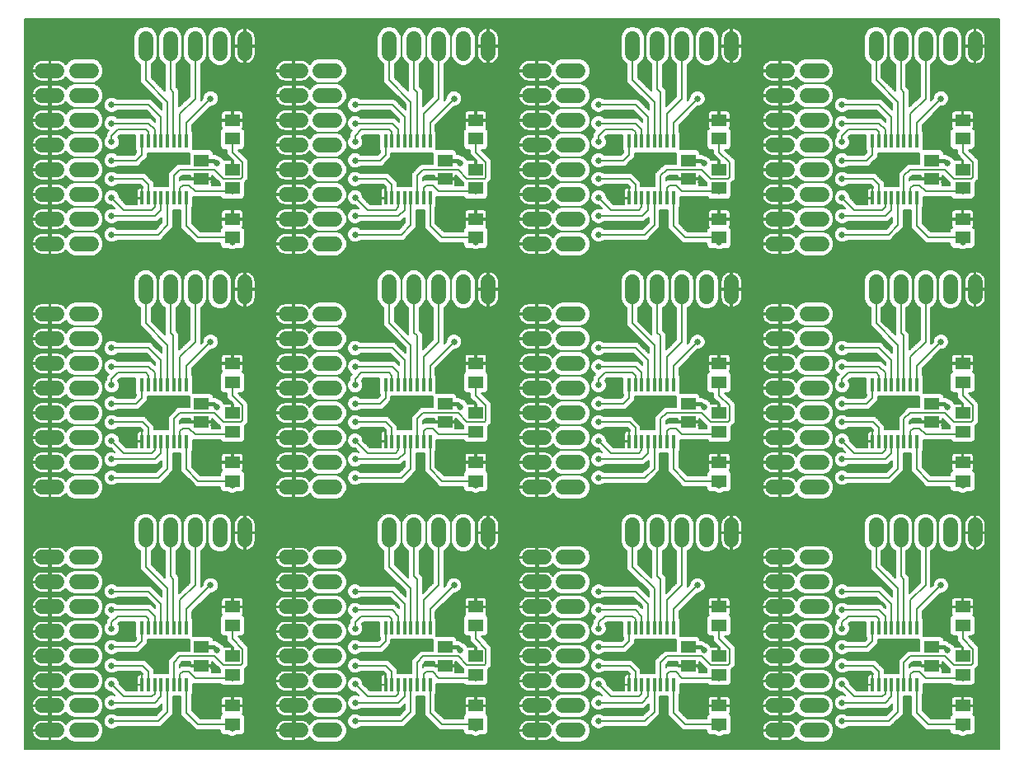
<source format=gbl>
G75*
%MOIN*%
%OFA0B0*%
%FSLAX25Y25*%
%IPPOS*%
%LPD*%
%AMOC8*
5,1,8,0,0,1.08239X$1,22.5*
%
%ADD10R,0.05906X0.05118*%
%ADD11R,0.06299X0.05118*%
%ADD12C,0.06000*%
%ADD13R,0.01400X0.05800*%
%ADD14C,0.01600*%
%ADD15C,0.02600*%
%ADD16C,0.00600*%
%ADD17C,0.00800*%
D10*
X0075750Y0035960D03*
X0075750Y0043440D03*
X0174175Y0043440D03*
X0174175Y0035960D03*
X0272600Y0035960D03*
X0272600Y0043440D03*
X0371026Y0043440D03*
X0371026Y0035960D03*
X0371026Y0134385D03*
X0371026Y0141865D03*
X0272600Y0141865D03*
X0272600Y0134385D03*
X0174175Y0134385D03*
X0174175Y0141865D03*
X0075750Y0141865D03*
X0075750Y0134385D03*
X0075750Y0232810D03*
X0075750Y0240291D03*
X0174175Y0240291D03*
X0174175Y0232810D03*
X0272600Y0232810D03*
X0272600Y0240291D03*
X0371026Y0240291D03*
X0371026Y0232810D03*
D11*
X0383526Y0236541D03*
X0383526Y0229060D03*
X0383526Y0216541D03*
X0383526Y0209060D03*
X0383526Y0249060D03*
X0383526Y0256541D03*
X0285100Y0256541D03*
X0285100Y0249060D03*
X0285100Y0236541D03*
X0285100Y0229060D03*
X0285100Y0216541D03*
X0285100Y0209060D03*
X0285100Y0158115D03*
X0285100Y0150635D03*
X0285100Y0138115D03*
X0285100Y0130635D03*
X0285100Y0118115D03*
X0285100Y0110635D03*
X0285100Y0059690D03*
X0285100Y0052210D03*
X0285100Y0039690D03*
X0285100Y0032210D03*
X0285100Y0019690D03*
X0285100Y0012210D03*
X0383526Y0012210D03*
X0383526Y0019690D03*
X0383526Y0032210D03*
X0383526Y0039690D03*
X0383526Y0052210D03*
X0383526Y0059690D03*
X0383526Y0110635D03*
X0383526Y0118115D03*
X0383526Y0130635D03*
X0383526Y0138115D03*
X0383526Y0150635D03*
X0383526Y0158115D03*
X0186675Y0158115D03*
X0186675Y0150635D03*
X0186675Y0138115D03*
X0186675Y0130635D03*
X0186675Y0118115D03*
X0186675Y0110635D03*
X0186675Y0059690D03*
X0186675Y0052210D03*
X0186675Y0039690D03*
X0186675Y0032210D03*
X0186675Y0019690D03*
X0186675Y0012210D03*
X0088250Y0012210D03*
X0088250Y0019690D03*
X0088250Y0032210D03*
X0088250Y0039690D03*
X0088250Y0052210D03*
X0088250Y0059690D03*
X0088250Y0110635D03*
X0088250Y0118115D03*
X0088250Y0130635D03*
X0088250Y0138115D03*
X0088250Y0150635D03*
X0088250Y0158115D03*
X0088250Y0209060D03*
X0088250Y0216541D03*
X0088250Y0229060D03*
X0088250Y0236541D03*
X0088250Y0249060D03*
X0088250Y0256541D03*
X0186675Y0256541D03*
X0186675Y0249060D03*
X0186675Y0236541D03*
X0186675Y0229060D03*
X0186675Y0216541D03*
X0186675Y0209060D03*
D12*
X0181675Y0191125D02*
X0181675Y0185125D01*
X0191675Y0185125D02*
X0191675Y0191125D01*
X0171675Y0191125D02*
X0171675Y0185125D01*
X0161675Y0185125D02*
X0161675Y0191125D01*
X0151675Y0191125D02*
X0151675Y0185125D01*
X0129675Y0178125D02*
X0123675Y0178125D01*
X0115925Y0178125D02*
X0109925Y0178125D01*
X0109925Y0168125D02*
X0115925Y0168125D01*
X0123675Y0168125D02*
X0129675Y0168125D01*
X0129675Y0158125D02*
X0123675Y0158125D01*
X0115925Y0158125D02*
X0109925Y0158125D01*
X0109925Y0148125D02*
X0115925Y0148125D01*
X0123675Y0148125D02*
X0129675Y0148125D01*
X0129675Y0138125D02*
X0123675Y0138125D01*
X0115925Y0138125D02*
X0109925Y0138125D01*
X0109925Y0128125D02*
X0115925Y0128125D01*
X0123675Y0128125D02*
X0129675Y0128125D01*
X0129675Y0118125D02*
X0123675Y0118125D01*
X0115925Y0118125D02*
X0109925Y0118125D01*
X0109925Y0108125D02*
X0115925Y0108125D01*
X0123675Y0108125D02*
X0129675Y0108125D01*
X0151675Y0092700D02*
X0151675Y0086700D01*
X0161675Y0086700D02*
X0161675Y0092700D01*
X0171675Y0092700D02*
X0171675Y0086700D01*
X0181675Y0086700D02*
X0181675Y0092700D01*
X0191675Y0092700D02*
X0191675Y0086700D01*
X0208350Y0079700D02*
X0214350Y0079700D01*
X0222100Y0079700D02*
X0228100Y0079700D01*
X0228100Y0069700D02*
X0222100Y0069700D01*
X0214350Y0069700D02*
X0208350Y0069700D01*
X0208350Y0059700D02*
X0214350Y0059700D01*
X0222100Y0059700D02*
X0228100Y0059700D01*
X0228100Y0049700D02*
X0222100Y0049700D01*
X0214350Y0049700D02*
X0208350Y0049700D01*
X0208350Y0039700D02*
X0214350Y0039700D01*
X0222100Y0039700D02*
X0228100Y0039700D01*
X0228100Y0029700D02*
X0222100Y0029700D01*
X0214350Y0029700D02*
X0208350Y0029700D01*
X0208350Y0019700D02*
X0214350Y0019700D01*
X0222100Y0019700D02*
X0228100Y0019700D01*
X0228100Y0009700D02*
X0222100Y0009700D01*
X0214350Y0009700D02*
X0208350Y0009700D01*
X0129675Y0009700D02*
X0123675Y0009700D01*
X0115925Y0009700D02*
X0109925Y0009700D01*
X0109925Y0019700D02*
X0115925Y0019700D01*
X0123675Y0019700D02*
X0129675Y0019700D01*
X0129675Y0029700D02*
X0123675Y0029700D01*
X0115925Y0029700D02*
X0109925Y0029700D01*
X0109925Y0039700D02*
X0115925Y0039700D01*
X0123675Y0039700D02*
X0129675Y0039700D01*
X0129675Y0049700D02*
X0123675Y0049700D01*
X0115925Y0049700D02*
X0109925Y0049700D01*
X0109925Y0059700D02*
X0115925Y0059700D01*
X0123675Y0059700D02*
X0129675Y0059700D01*
X0129675Y0069700D02*
X0123675Y0069700D01*
X0115925Y0069700D02*
X0109925Y0069700D01*
X0109925Y0079700D02*
X0115925Y0079700D01*
X0123675Y0079700D02*
X0129675Y0079700D01*
X0093250Y0086700D02*
X0093250Y0092700D01*
X0083250Y0092700D02*
X0083250Y0086700D01*
X0073250Y0086700D02*
X0073250Y0092700D01*
X0063250Y0092700D02*
X0063250Y0086700D01*
X0053250Y0086700D02*
X0053250Y0092700D01*
X0031250Y0079700D02*
X0025250Y0079700D01*
X0017500Y0079700D02*
X0011500Y0079700D01*
X0011500Y0069700D02*
X0017500Y0069700D01*
X0025250Y0069700D02*
X0031250Y0069700D01*
X0031250Y0059700D02*
X0025250Y0059700D01*
X0017500Y0059700D02*
X0011500Y0059700D01*
X0011500Y0049700D02*
X0017500Y0049700D01*
X0025250Y0049700D02*
X0031250Y0049700D01*
X0031250Y0039700D02*
X0025250Y0039700D01*
X0017500Y0039700D02*
X0011500Y0039700D01*
X0011500Y0029700D02*
X0017500Y0029700D01*
X0025250Y0029700D02*
X0031250Y0029700D01*
X0031250Y0019700D02*
X0025250Y0019700D01*
X0017500Y0019700D02*
X0011500Y0019700D01*
X0011500Y0009700D02*
X0017500Y0009700D01*
X0025250Y0009700D02*
X0031250Y0009700D01*
X0031250Y0108125D02*
X0025250Y0108125D01*
X0017500Y0108125D02*
X0011500Y0108125D01*
X0011500Y0118125D02*
X0017500Y0118125D01*
X0025250Y0118125D02*
X0031250Y0118125D01*
X0031250Y0128125D02*
X0025250Y0128125D01*
X0017500Y0128125D02*
X0011500Y0128125D01*
X0011500Y0138125D02*
X0017500Y0138125D01*
X0025250Y0138125D02*
X0031250Y0138125D01*
X0031250Y0148125D02*
X0025250Y0148125D01*
X0017500Y0148125D02*
X0011500Y0148125D01*
X0011500Y0158125D02*
X0017500Y0158125D01*
X0025250Y0158125D02*
X0031250Y0158125D01*
X0031250Y0168125D02*
X0025250Y0168125D01*
X0017500Y0168125D02*
X0011500Y0168125D01*
X0011500Y0178125D02*
X0017500Y0178125D01*
X0025250Y0178125D02*
X0031250Y0178125D01*
X0053250Y0185125D02*
X0053250Y0191125D01*
X0063250Y0191125D02*
X0063250Y0185125D01*
X0073250Y0185125D02*
X0073250Y0191125D01*
X0083250Y0191125D02*
X0083250Y0185125D01*
X0093250Y0185125D02*
X0093250Y0191125D01*
X0109925Y0206550D02*
X0115925Y0206550D01*
X0123675Y0206550D02*
X0129675Y0206550D01*
X0129675Y0216550D02*
X0123675Y0216550D01*
X0115925Y0216550D02*
X0109925Y0216550D01*
X0109925Y0226550D02*
X0115925Y0226550D01*
X0123675Y0226550D02*
X0129675Y0226550D01*
X0129675Y0236550D02*
X0123675Y0236550D01*
X0115925Y0236550D02*
X0109925Y0236550D01*
X0109925Y0246550D02*
X0115925Y0246550D01*
X0123675Y0246550D02*
X0129675Y0246550D01*
X0129675Y0256550D02*
X0123675Y0256550D01*
X0115925Y0256550D02*
X0109925Y0256550D01*
X0109925Y0266550D02*
X0115925Y0266550D01*
X0123675Y0266550D02*
X0129675Y0266550D01*
X0129675Y0276550D02*
X0123675Y0276550D01*
X0115925Y0276550D02*
X0109925Y0276550D01*
X0093250Y0283550D02*
X0093250Y0289550D01*
X0083250Y0289550D02*
X0083250Y0283550D01*
X0073250Y0283550D02*
X0073250Y0289550D01*
X0063250Y0289550D02*
X0063250Y0283550D01*
X0053250Y0283550D02*
X0053250Y0289550D01*
X0031250Y0276550D02*
X0025250Y0276550D01*
X0017500Y0276550D02*
X0011500Y0276550D01*
X0011500Y0266550D02*
X0017500Y0266550D01*
X0025250Y0266550D02*
X0031250Y0266550D01*
X0031250Y0256550D02*
X0025250Y0256550D01*
X0017500Y0256550D02*
X0011500Y0256550D01*
X0011500Y0246550D02*
X0017500Y0246550D01*
X0025250Y0246550D02*
X0031250Y0246550D01*
X0031250Y0236550D02*
X0025250Y0236550D01*
X0017500Y0236550D02*
X0011500Y0236550D01*
X0011500Y0226550D02*
X0017500Y0226550D01*
X0025250Y0226550D02*
X0031250Y0226550D01*
X0031250Y0216550D02*
X0025250Y0216550D01*
X0017500Y0216550D02*
X0011500Y0216550D01*
X0011500Y0206550D02*
X0017500Y0206550D01*
X0025250Y0206550D02*
X0031250Y0206550D01*
X0151675Y0283550D02*
X0151675Y0289550D01*
X0161675Y0289550D02*
X0161675Y0283550D01*
X0171675Y0283550D02*
X0171675Y0289550D01*
X0181675Y0289550D02*
X0181675Y0283550D01*
X0191675Y0283550D02*
X0191675Y0289550D01*
X0208350Y0276550D02*
X0214350Y0276550D01*
X0222100Y0276550D02*
X0228100Y0276550D01*
X0228100Y0266550D02*
X0222100Y0266550D01*
X0214350Y0266550D02*
X0208350Y0266550D01*
X0208350Y0256550D02*
X0214350Y0256550D01*
X0222100Y0256550D02*
X0228100Y0256550D01*
X0228100Y0246550D02*
X0222100Y0246550D01*
X0214350Y0246550D02*
X0208350Y0246550D01*
X0208350Y0236550D02*
X0214350Y0236550D01*
X0222100Y0236550D02*
X0228100Y0236550D01*
X0228100Y0226550D02*
X0222100Y0226550D01*
X0214350Y0226550D02*
X0208350Y0226550D01*
X0208350Y0216550D02*
X0214350Y0216550D01*
X0222100Y0216550D02*
X0228100Y0216550D01*
X0228100Y0206550D02*
X0222100Y0206550D01*
X0214350Y0206550D02*
X0208350Y0206550D01*
X0208350Y0178125D02*
X0214350Y0178125D01*
X0222100Y0178125D02*
X0228100Y0178125D01*
X0228100Y0168125D02*
X0222100Y0168125D01*
X0214350Y0168125D02*
X0208350Y0168125D01*
X0208350Y0158125D02*
X0214350Y0158125D01*
X0222100Y0158125D02*
X0228100Y0158125D01*
X0228100Y0148125D02*
X0222100Y0148125D01*
X0214350Y0148125D02*
X0208350Y0148125D01*
X0208350Y0138125D02*
X0214350Y0138125D01*
X0222100Y0138125D02*
X0228100Y0138125D01*
X0228100Y0128125D02*
X0222100Y0128125D01*
X0214350Y0128125D02*
X0208350Y0128125D01*
X0208350Y0118125D02*
X0214350Y0118125D01*
X0222100Y0118125D02*
X0228100Y0118125D01*
X0228100Y0108125D02*
X0222100Y0108125D01*
X0214350Y0108125D02*
X0208350Y0108125D01*
X0250100Y0092700D02*
X0250100Y0086700D01*
X0260100Y0086700D02*
X0260100Y0092700D01*
X0270100Y0092700D02*
X0270100Y0086700D01*
X0280100Y0086700D02*
X0280100Y0092700D01*
X0290100Y0092700D02*
X0290100Y0086700D01*
X0306776Y0079700D02*
X0312776Y0079700D01*
X0320526Y0079700D02*
X0326526Y0079700D01*
X0326526Y0069700D02*
X0320526Y0069700D01*
X0312776Y0069700D02*
X0306776Y0069700D01*
X0306776Y0059700D02*
X0312776Y0059700D01*
X0320526Y0059700D02*
X0326526Y0059700D01*
X0326526Y0049700D02*
X0320526Y0049700D01*
X0312776Y0049700D02*
X0306776Y0049700D01*
X0306776Y0039700D02*
X0312776Y0039700D01*
X0320526Y0039700D02*
X0326526Y0039700D01*
X0326526Y0029700D02*
X0320526Y0029700D01*
X0312776Y0029700D02*
X0306776Y0029700D01*
X0306776Y0019700D02*
X0312776Y0019700D01*
X0320526Y0019700D02*
X0326526Y0019700D01*
X0326526Y0009700D02*
X0320526Y0009700D01*
X0312776Y0009700D02*
X0306776Y0009700D01*
X0348526Y0086700D02*
X0348526Y0092700D01*
X0358526Y0092700D02*
X0358526Y0086700D01*
X0368526Y0086700D02*
X0368526Y0092700D01*
X0378526Y0092700D02*
X0378526Y0086700D01*
X0388526Y0086700D02*
X0388526Y0092700D01*
X0326526Y0108125D02*
X0320526Y0108125D01*
X0312776Y0108125D02*
X0306776Y0108125D01*
X0306776Y0118125D02*
X0312776Y0118125D01*
X0320526Y0118125D02*
X0326526Y0118125D01*
X0326526Y0128125D02*
X0320526Y0128125D01*
X0312776Y0128125D02*
X0306776Y0128125D01*
X0306776Y0138125D02*
X0312776Y0138125D01*
X0320526Y0138125D02*
X0326526Y0138125D01*
X0326526Y0148125D02*
X0320526Y0148125D01*
X0312776Y0148125D02*
X0306776Y0148125D01*
X0306776Y0158125D02*
X0312776Y0158125D01*
X0320526Y0158125D02*
X0326526Y0158125D01*
X0326526Y0168125D02*
X0320526Y0168125D01*
X0312776Y0168125D02*
X0306776Y0168125D01*
X0306776Y0178125D02*
X0312776Y0178125D01*
X0320526Y0178125D02*
X0326526Y0178125D01*
X0348526Y0185125D02*
X0348526Y0191125D01*
X0358526Y0191125D02*
X0358526Y0185125D01*
X0368526Y0185125D02*
X0368526Y0191125D01*
X0378526Y0191125D02*
X0378526Y0185125D01*
X0388526Y0185125D02*
X0388526Y0191125D01*
X0326526Y0206550D02*
X0320526Y0206550D01*
X0312776Y0206550D02*
X0306776Y0206550D01*
X0306776Y0216550D02*
X0312776Y0216550D01*
X0320526Y0216550D02*
X0326526Y0216550D01*
X0326526Y0226550D02*
X0320526Y0226550D01*
X0312776Y0226550D02*
X0306776Y0226550D01*
X0306776Y0236550D02*
X0312776Y0236550D01*
X0320526Y0236550D02*
X0326526Y0236550D01*
X0326526Y0246550D02*
X0320526Y0246550D01*
X0312776Y0246550D02*
X0306776Y0246550D01*
X0306776Y0256550D02*
X0312776Y0256550D01*
X0320526Y0256550D02*
X0326526Y0256550D01*
X0326526Y0266550D02*
X0320526Y0266550D01*
X0312776Y0266550D02*
X0306776Y0266550D01*
X0306776Y0276550D02*
X0312776Y0276550D01*
X0320526Y0276550D02*
X0326526Y0276550D01*
X0348526Y0283550D02*
X0348526Y0289550D01*
X0358526Y0289550D02*
X0358526Y0283550D01*
X0368526Y0283550D02*
X0368526Y0289550D01*
X0378526Y0289550D02*
X0378526Y0283550D01*
X0388526Y0283550D02*
X0388526Y0289550D01*
X0290100Y0289550D02*
X0290100Y0283550D01*
X0280100Y0283550D02*
X0280100Y0289550D01*
X0270100Y0289550D02*
X0270100Y0283550D01*
X0260100Y0283550D02*
X0260100Y0289550D01*
X0250100Y0289550D02*
X0250100Y0283550D01*
X0250100Y0191125D02*
X0250100Y0185125D01*
X0260100Y0185125D02*
X0260100Y0191125D01*
X0270100Y0191125D02*
X0270100Y0185125D01*
X0280100Y0185125D02*
X0280100Y0191125D01*
X0290100Y0191125D02*
X0290100Y0185125D01*
D13*
X0266600Y0149625D03*
X0264000Y0149625D03*
X0261400Y0149625D03*
X0258900Y0149625D03*
X0256300Y0149625D03*
X0253800Y0149625D03*
X0251200Y0149625D03*
X0248600Y0149625D03*
X0248600Y0126625D03*
X0251200Y0126625D03*
X0253800Y0126625D03*
X0256300Y0126625D03*
X0258900Y0126625D03*
X0261400Y0126625D03*
X0264000Y0126625D03*
X0266600Y0126625D03*
X0347026Y0126625D03*
X0349626Y0126625D03*
X0352226Y0126625D03*
X0354726Y0126625D03*
X0357326Y0126625D03*
X0359826Y0126625D03*
X0362426Y0126625D03*
X0365026Y0126625D03*
X0365026Y0149625D03*
X0362426Y0149625D03*
X0359826Y0149625D03*
X0357326Y0149625D03*
X0354726Y0149625D03*
X0352226Y0149625D03*
X0349626Y0149625D03*
X0347026Y0149625D03*
X0347026Y0225050D03*
X0349626Y0225050D03*
X0352226Y0225050D03*
X0354726Y0225050D03*
X0357326Y0225050D03*
X0359826Y0225050D03*
X0362426Y0225050D03*
X0365026Y0225050D03*
X0365026Y0248050D03*
X0362426Y0248050D03*
X0359826Y0248050D03*
X0357326Y0248050D03*
X0354726Y0248050D03*
X0352226Y0248050D03*
X0349626Y0248050D03*
X0347026Y0248050D03*
X0266600Y0248050D03*
X0264000Y0248050D03*
X0261400Y0248050D03*
X0258900Y0248050D03*
X0256300Y0248050D03*
X0253800Y0248050D03*
X0251200Y0248050D03*
X0248600Y0248050D03*
X0248600Y0225050D03*
X0251200Y0225050D03*
X0253800Y0225050D03*
X0256300Y0225050D03*
X0258900Y0225050D03*
X0261400Y0225050D03*
X0264000Y0225050D03*
X0266600Y0225050D03*
X0168175Y0225050D03*
X0165575Y0225050D03*
X0162975Y0225050D03*
X0160475Y0225050D03*
X0157875Y0225050D03*
X0155375Y0225050D03*
X0152775Y0225050D03*
X0150175Y0225050D03*
X0150175Y0248050D03*
X0152775Y0248050D03*
X0155375Y0248050D03*
X0157875Y0248050D03*
X0160475Y0248050D03*
X0162975Y0248050D03*
X0165575Y0248050D03*
X0168175Y0248050D03*
X0069750Y0248050D03*
X0067150Y0248050D03*
X0064550Y0248050D03*
X0062050Y0248050D03*
X0059450Y0248050D03*
X0056950Y0248050D03*
X0054350Y0248050D03*
X0051750Y0248050D03*
X0051750Y0225050D03*
X0054350Y0225050D03*
X0056950Y0225050D03*
X0059450Y0225050D03*
X0062050Y0225050D03*
X0064550Y0225050D03*
X0067150Y0225050D03*
X0069750Y0225050D03*
X0069750Y0149625D03*
X0067150Y0149625D03*
X0064550Y0149625D03*
X0062050Y0149625D03*
X0059450Y0149625D03*
X0056950Y0149625D03*
X0054350Y0149625D03*
X0051750Y0149625D03*
X0051750Y0126625D03*
X0054350Y0126625D03*
X0056950Y0126625D03*
X0059450Y0126625D03*
X0062050Y0126625D03*
X0064550Y0126625D03*
X0067150Y0126625D03*
X0069750Y0126625D03*
X0150175Y0126625D03*
X0152775Y0126625D03*
X0155375Y0126625D03*
X0157875Y0126625D03*
X0160475Y0126625D03*
X0162975Y0126625D03*
X0165575Y0126625D03*
X0168175Y0126625D03*
X0168175Y0149625D03*
X0165575Y0149625D03*
X0162975Y0149625D03*
X0160475Y0149625D03*
X0157875Y0149625D03*
X0155375Y0149625D03*
X0152775Y0149625D03*
X0150175Y0149625D03*
X0150175Y0051200D03*
X0152775Y0051200D03*
X0155375Y0051200D03*
X0157875Y0051200D03*
X0160475Y0051200D03*
X0162975Y0051200D03*
X0165575Y0051200D03*
X0168175Y0051200D03*
X0168175Y0028200D03*
X0165575Y0028200D03*
X0162975Y0028200D03*
X0160475Y0028200D03*
X0157875Y0028200D03*
X0155375Y0028200D03*
X0152775Y0028200D03*
X0150175Y0028200D03*
X0069750Y0028200D03*
X0067150Y0028200D03*
X0064550Y0028200D03*
X0062050Y0028200D03*
X0059450Y0028200D03*
X0056950Y0028200D03*
X0054350Y0028200D03*
X0051750Y0028200D03*
X0051750Y0051200D03*
X0054350Y0051200D03*
X0056950Y0051200D03*
X0059450Y0051200D03*
X0062050Y0051200D03*
X0064550Y0051200D03*
X0067150Y0051200D03*
X0069750Y0051200D03*
X0248600Y0051200D03*
X0251200Y0051200D03*
X0253800Y0051200D03*
X0256300Y0051200D03*
X0258900Y0051200D03*
X0261400Y0051200D03*
X0264000Y0051200D03*
X0266600Y0051200D03*
X0266600Y0028200D03*
X0264000Y0028200D03*
X0261400Y0028200D03*
X0258900Y0028200D03*
X0256300Y0028200D03*
X0253800Y0028200D03*
X0251200Y0028200D03*
X0248600Y0028200D03*
X0347026Y0028200D03*
X0349626Y0028200D03*
X0352226Y0028200D03*
X0354726Y0028200D03*
X0357326Y0028200D03*
X0359826Y0028200D03*
X0362426Y0028200D03*
X0365026Y0028200D03*
X0365026Y0051200D03*
X0362426Y0051200D03*
X0359826Y0051200D03*
X0357326Y0051200D03*
X0354726Y0051200D03*
X0352226Y0051200D03*
X0349626Y0051200D03*
X0347026Y0051200D03*
D14*
X0371026Y0043440D02*
X0376016Y0043440D01*
X0376026Y0043450D01*
X0377276Y0042200D01*
X0383526Y0050950D02*
X0383526Y0052210D01*
X0383526Y0032210D02*
X0383526Y0030960D01*
X0383526Y0012210D02*
X0383526Y0010950D01*
X0383526Y0010438D01*
X0309776Y0009700D02*
X0309776Y0019700D01*
X0309776Y0029700D01*
X0309776Y0039700D01*
X0309776Y0049700D01*
X0309776Y0059700D01*
X0309776Y0069700D01*
X0309776Y0079700D01*
X0309776Y0108125D02*
X0309776Y0118125D01*
X0309776Y0128125D01*
X0309776Y0138125D01*
X0309776Y0148125D01*
X0309776Y0158125D01*
X0309776Y0168125D01*
X0309776Y0178125D01*
X0309776Y0206550D02*
X0309776Y0216550D01*
X0309776Y0226550D01*
X0309776Y0236550D01*
X0309776Y0246550D01*
X0309776Y0256550D01*
X0309776Y0266550D01*
X0309776Y0276550D01*
X0285100Y0249060D02*
X0285100Y0247800D01*
X0277600Y0240300D02*
X0278850Y0239050D01*
X0277591Y0240291D02*
X0277600Y0240300D01*
X0277591Y0240291D02*
X0272600Y0240291D01*
X0285100Y0229060D02*
X0285100Y0227810D01*
X0285100Y0209060D02*
X0285100Y0207800D01*
X0285100Y0207289D01*
X0285100Y0150635D02*
X0285100Y0149375D01*
X0277600Y0141875D02*
X0278850Y0140625D01*
X0277591Y0141865D02*
X0277600Y0141875D01*
X0277591Y0141865D02*
X0272600Y0141865D01*
X0285100Y0130635D02*
X0285100Y0129385D01*
X0285100Y0110635D02*
X0285100Y0109375D01*
X0285100Y0108863D01*
X0285100Y0052210D02*
X0285100Y0050950D01*
X0277600Y0043450D02*
X0278850Y0042200D01*
X0277591Y0043440D02*
X0277600Y0043450D01*
X0277591Y0043440D02*
X0272600Y0043440D01*
X0285100Y0032210D02*
X0285100Y0030960D01*
X0285100Y0012210D02*
X0285100Y0010950D01*
X0285100Y0010438D01*
X0211350Y0009700D02*
X0211350Y0019700D01*
X0211350Y0029700D01*
X0211350Y0039700D01*
X0211350Y0049700D01*
X0211350Y0059700D01*
X0211350Y0069700D01*
X0211350Y0079700D01*
X0211350Y0108125D02*
X0211350Y0118125D01*
X0211350Y0128125D01*
X0211350Y0138125D01*
X0211350Y0148125D01*
X0211350Y0158125D01*
X0211350Y0168125D01*
X0211350Y0178125D01*
X0211350Y0206550D02*
X0211350Y0216550D01*
X0211350Y0226550D01*
X0211350Y0236550D01*
X0211350Y0246550D01*
X0211350Y0256550D01*
X0211350Y0266550D01*
X0211350Y0276550D01*
X0186675Y0249060D02*
X0186675Y0247800D01*
X0179175Y0240300D02*
X0180425Y0239050D01*
X0179175Y0240300D02*
X0179165Y0240291D01*
X0174175Y0240291D01*
X0186675Y0229060D02*
X0186675Y0227810D01*
X0186675Y0209060D02*
X0186675Y0207800D01*
X0186675Y0207289D01*
X0186675Y0150635D02*
X0186675Y0149375D01*
X0179175Y0141875D02*
X0180425Y0140625D01*
X0179165Y0141865D02*
X0179175Y0141875D01*
X0179165Y0141865D02*
X0174175Y0141865D01*
X0186675Y0130635D02*
X0186675Y0129385D01*
X0186675Y0110635D02*
X0186675Y0109375D01*
X0186675Y0108863D01*
X0112925Y0108125D02*
X0112925Y0118125D01*
X0112925Y0128125D01*
X0112925Y0138125D01*
X0112925Y0148125D01*
X0112925Y0158125D01*
X0112925Y0168125D01*
X0112925Y0178125D01*
X0112925Y0206550D02*
X0112925Y0216550D01*
X0112925Y0226550D01*
X0112925Y0236550D01*
X0112925Y0246550D01*
X0112925Y0256550D01*
X0112925Y0266550D01*
X0112925Y0276550D01*
X0088250Y0249060D02*
X0088250Y0247800D01*
X0080750Y0240300D02*
X0082000Y0239050D01*
X0080750Y0240300D02*
X0080740Y0240291D01*
X0075750Y0240291D01*
X0088250Y0229060D02*
X0088250Y0227810D01*
X0088250Y0209060D02*
X0088250Y0207800D01*
X0088250Y0207289D01*
X0088250Y0150635D02*
X0088250Y0149375D01*
X0080750Y0141875D02*
X0082000Y0140625D01*
X0080740Y0141865D02*
X0080750Y0141875D01*
X0080740Y0141865D02*
X0075750Y0141865D01*
X0088250Y0130635D02*
X0088250Y0129385D01*
X0088250Y0110635D02*
X0088250Y0109375D01*
X0088250Y0108863D01*
X0112925Y0079700D02*
X0112925Y0069700D01*
X0112925Y0059700D01*
X0112925Y0049700D01*
X0112925Y0039700D01*
X0112925Y0029700D01*
X0112925Y0019700D01*
X0112925Y0009700D01*
X0088250Y0010438D02*
X0088250Y0010950D01*
X0088250Y0012210D01*
X0088250Y0030960D02*
X0088250Y0032210D01*
X0082000Y0042200D02*
X0080750Y0043450D01*
X0080740Y0043440D01*
X0075750Y0043440D01*
X0088250Y0050950D02*
X0088250Y0052210D01*
X0014500Y0049700D02*
X0014500Y0039700D01*
X0014500Y0029700D01*
X0014500Y0019700D01*
X0014500Y0009700D01*
X0014500Y0049700D02*
X0014500Y0059700D01*
X0014500Y0069700D01*
X0014500Y0079700D01*
X0014500Y0108125D02*
X0014500Y0118125D01*
X0014500Y0128125D01*
X0014500Y0138125D01*
X0014500Y0148125D01*
X0014500Y0158125D01*
X0014500Y0168125D01*
X0014500Y0178125D01*
X0014500Y0206550D02*
X0014500Y0216550D01*
X0014500Y0226550D01*
X0014500Y0236550D01*
X0014500Y0246550D01*
X0014500Y0256550D01*
X0014500Y0266550D01*
X0014500Y0276550D01*
X0186675Y0052210D02*
X0186675Y0050950D01*
X0179175Y0043450D02*
X0180425Y0042200D01*
X0179165Y0043440D02*
X0179175Y0043450D01*
X0179165Y0043440D02*
X0174175Y0043440D01*
X0186675Y0032210D02*
X0186675Y0030960D01*
X0186675Y0012210D02*
X0186675Y0010950D01*
X0186675Y0010438D01*
X0371026Y0141865D02*
X0376016Y0141865D01*
X0376026Y0141875D01*
X0377276Y0140625D01*
X0383526Y0149375D02*
X0383526Y0150635D01*
X0383526Y0130635D02*
X0383526Y0129385D01*
X0383526Y0110635D02*
X0383526Y0109375D01*
X0383526Y0108863D01*
X0383526Y0207289D02*
X0383526Y0207800D01*
X0383526Y0209060D01*
X0383526Y0227810D02*
X0383526Y0229060D01*
X0377276Y0239050D02*
X0376026Y0240300D01*
X0376016Y0240291D01*
X0371026Y0240291D01*
X0383526Y0247800D02*
X0383526Y0249060D01*
D15*
X0383526Y0247800D03*
X0377276Y0239050D03*
X0376026Y0231550D03*
X0376026Y0224050D03*
X0383526Y0227810D03*
X0383526Y0207289D03*
X0334776Y0210300D03*
X0334776Y0217800D03*
X0334776Y0225300D03*
X0334776Y0232800D03*
X0334776Y0240300D03*
X0334776Y0247800D03*
X0334776Y0255300D03*
X0334776Y0262800D03*
X0374776Y0265300D03*
X0285100Y0247800D03*
X0278850Y0239050D03*
X0277600Y0231550D03*
X0277600Y0224050D03*
X0285100Y0227810D03*
X0285100Y0207289D03*
X0236350Y0210300D03*
X0236350Y0217800D03*
X0236350Y0225300D03*
X0236350Y0232800D03*
X0236350Y0240300D03*
X0236350Y0247800D03*
X0236350Y0255300D03*
X0236350Y0262800D03*
X0276350Y0265300D03*
X0186675Y0247800D03*
X0180425Y0239050D03*
X0179175Y0231550D03*
X0179175Y0224050D03*
X0186675Y0227810D03*
X0186675Y0207289D03*
X0137925Y0210300D03*
X0137925Y0217800D03*
X0137925Y0225300D03*
X0137925Y0232800D03*
X0137925Y0240300D03*
X0137925Y0247800D03*
X0137925Y0255300D03*
X0137925Y0262800D03*
X0177925Y0265300D03*
X0088250Y0247800D03*
X0082000Y0239050D03*
X0080750Y0231550D03*
X0080750Y0224050D03*
X0088250Y0227810D03*
X0088250Y0207289D03*
X0079500Y0166875D03*
X0088250Y0149375D03*
X0082000Y0140625D03*
X0080750Y0133125D03*
X0088250Y0129385D03*
X0080750Y0125625D03*
X0088250Y0108863D03*
X0137925Y0111875D03*
X0137925Y0119375D03*
X0137925Y0126875D03*
X0137925Y0134375D03*
X0137925Y0141875D03*
X0137925Y0149375D03*
X0137925Y0156875D03*
X0137925Y0164375D03*
X0177925Y0166875D03*
X0186675Y0149375D03*
X0180425Y0140625D03*
X0179175Y0133125D03*
X0186675Y0129385D03*
X0179175Y0125625D03*
X0186675Y0108863D03*
X0236350Y0111875D03*
X0236350Y0119375D03*
X0236350Y0126875D03*
X0236350Y0134375D03*
X0236350Y0141875D03*
X0236350Y0149375D03*
X0236350Y0156875D03*
X0236350Y0164375D03*
X0276350Y0166875D03*
X0285100Y0149375D03*
X0278850Y0140625D03*
X0277600Y0133125D03*
X0285100Y0129385D03*
X0277600Y0125625D03*
X0285100Y0108863D03*
X0334776Y0111875D03*
X0334776Y0119375D03*
X0334776Y0126875D03*
X0334776Y0134375D03*
X0334776Y0141875D03*
X0334776Y0149375D03*
X0334776Y0156875D03*
X0334776Y0164375D03*
X0374776Y0166875D03*
X0383526Y0149375D03*
X0377276Y0140625D03*
X0376026Y0133125D03*
X0383526Y0129385D03*
X0376026Y0125625D03*
X0383526Y0108863D03*
X0374776Y0068450D03*
X0383526Y0050950D03*
X0377276Y0042200D03*
X0376026Y0034700D03*
X0376026Y0027200D03*
X0383526Y0030960D03*
X0383526Y0010438D03*
X0334776Y0013450D03*
X0334776Y0020950D03*
X0334776Y0028450D03*
X0334776Y0035950D03*
X0334776Y0043450D03*
X0334776Y0050950D03*
X0334776Y0058450D03*
X0334776Y0065950D03*
X0285100Y0050950D03*
X0278850Y0042200D03*
X0277600Y0034700D03*
X0277600Y0027200D03*
X0285100Y0030960D03*
X0285100Y0010438D03*
X0236350Y0013450D03*
X0236350Y0020950D03*
X0236350Y0028450D03*
X0236350Y0035950D03*
X0236350Y0043450D03*
X0236350Y0050950D03*
X0236350Y0058450D03*
X0236350Y0065950D03*
X0276350Y0068450D03*
X0186675Y0050950D03*
X0180425Y0042200D03*
X0179175Y0034700D03*
X0179175Y0027200D03*
X0186675Y0030960D03*
X0186675Y0010438D03*
X0137925Y0013450D03*
X0137925Y0020950D03*
X0137925Y0028450D03*
X0137925Y0035950D03*
X0137925Y0043450D03*
X0137925Y0050950D03*
X0137925Y0058450D03*
X0137925Y0065950D03*
X0177925Y0068450D03*
X0088250Y0050950D03*
X0082000Y0042200D03*
X0080750Y0034700D03*
X0080750Y0027200D03*
X0088250Y0030960D03*
X0088250Y0010438D03*
X0039500Y0013450D03*
X0039500Y0020950D03*
X0039500Y0028450D03*
X0039500Y0035950D03*
X0039500Y0043450D03*
X0039500Y0050950D03*
X0039500Y0058450D03*
X0039500Y0065950D03*
X0079500Y0068450D03*
X0039500Y0111875D03*
X0039500Y0119375D03*
X0039500Y0126875D03*
X0039500Y0134375D03*
X0039500Y0141875D03*
X0039500Y0149375D03*
X0039500Y0156875D03*
X0039500Y0164375D03*
X0039500Y0210300D03*
X0039500Y0217800D03*
X0039500Y0225300D03*
X0039500Y0232800D03*
X0039500Y0240300D03*
X0039500Y0247800D03*
X0039500Y0255300D03*
X0039500Y0262800D03*
X0079500Y0265300D03*
D16*
X0102925Y0002200D02*
X0004500Y0002200D01*
X0004500Y0100625D01*
X0004500Y0199050D01*
X0004500Y0297476D01*
X0102925Y0297476D01*
X0201350Y0297476D01*
X0299776Y0297476D01*
X0398201Y0297476D01*
X0398201Y0199050D01*
X0299776Y0199050D01*
X0299776Y0297476D01*
X0299776Y0199050D01*
X0201350Y0199050D01*
X0201350Y0297476D01*
X0201350Y0199050D01*
X0102925Y0199050D01*
X0102925Y0297476D01*
X0102925Y0199050D01*
X0004500Y0199050D01*
X0102925Y0199050D01*
X0201350Y0199050D01*
X0299776Y0199050D01*
X0398201Y0199050D01*
X0398201Y0100625D01*
X0299776Y0100625D01*
X0299776Y0199050D01*
X0299776Y0100625D01*
X0201350Y0100625D01*
X0201350Y0199050D01*
X0201350Y0100625D01*
X0102925Y0100625D01*
X0102925Y0199050D01*
X0102925Y0100625D01*
X0004500Y0100625D01*
X0102925Y0100625D01*
X0201350Y0100625D01*
X0299776Y0100625D01*
X0398201Y0100625D01*
X0398201Y0002200D01*
X0299776Y0002200D01*
X0299776Y0100625D01*
X0299776Y0002200D01*
X0398201Y0002200D01*
X0398201Y0002799D02*
X0299776Y0002799D01*
X0201350Y0002799D01*
X0102925Y0002799D01*
X0004500Y0002799D01*
X0004500Y0003397D02*
X0102925Y0003397D01*
X0201350Y0003397D01*
X0299776Y0003397D01*
X0398201Y0003397D01*
X0398201Y0003996D02*
X0299776Y0003996D01*
X0201350Y0003996D01*
X0102925Y0003996D01*
X0004500Y0003996D01*
X0004500Y0004594D02*
X0102925Y0004594D01*
X0201350Y0004594D01*
X0299776Y0004594D01*
X0398201Y0004594D01*
X0398201Y0005193D02*
X0328448Y0005193D01*
X0329301Y0005546D02*
X0330680Y0006924D01*
X0331426Y0008725D01*
X0331426Y0010675D01*
X0330680Y0012476D01*
X0329301Y0013854D01*
X0327500Y0014600D01*
X0319551Y0014600D01*
X0317750Y0013854D01*
X0316372Y0012476D01*
X0316264Y0012215D01*
X0316055Y0012501D01*
X0315577Y0012980D01*
X0315029Y0013378D01*
X0314426Y0013685D01*
X0313783Y0013894D01*
X0313114Y0014000D01*
X0310076Y0014000D01*
X0310076Y0010000D01*
X0309476Y0010000D01*
X0309476Y0014000D01*
X0306437Y0014000D01*
X0305769Y0013894D01*
X0305125Y0013685D01*
X0304522Y0013378D01*
X0303974Y0012980D01*
X0303496Y0012501D01*
X0303098Y0011954D01*
X0302791Y0011351D01*
X0302581Y0010707D01*
X0302476Y0010038D01*
X0302476Y0010000D01*
X0309476Y0010000D01*
X0309476Y0009400D01*
X0310076Y0009400D01*
X0310076Y0005400D01*
X0313114Y0005400D01*
X0313783Y0005506D01*
X0314426Y0005715D01*
X0315029Y0006022D01*
X0315577Y0006420D01*
X0316055Y0006899D01*
X0316264Y0007185D01*
X0316372Y0006924D01*
X0317750Y0005546D01*
X0319551Y0004800D01*
X0327500Y0004800D01*
X0329301Y0005546D01*
X0329546Y0005791D02*
X0398201Y0005791D01*
X0398201Y0006390D02*
X0330145Y0006390D01*
X0330706Y0006988D02*
X0398201Y0006988D01*
X0398201Y0007587D02*
X0385003Y0007587D01*
X0385338Y0007725D02*
X0385364Y0007751D01*
X0387462Y0007751D01*
X0388575Y0008864D01*
X0388575Y0015556D01*
X0387746Y0016385D01*
X0387887Y0016629D01*
X0387975Y0016960D01*
X0387975Y0019390D01*
X0383826Y0019390D01*
X0383826Y0019990D01*
X0387975Y0019990D01*
X0387975Y0022420D01*
X0387887Y0022751D01*
X0387715Y0023047D01*
X0387473Y0023289D01*
X0387177Y0023461D01*
X0386846Y0023549D01*
X0383826Y0023549D01*
X0383826Y0019990D01*
X0383226Y0019990D01*
X0383226Y0023549D01*
X0380205Y0023549D01*
X0379874Y0023461D01*
X0379578Y0023289D01*
X0379336Y0023047D01*
X0379165Y0022751D01*
X0379076Y0022420D01*
X0379076Y0019990D01*
X0383226Y0019990D01*
X0383226Y0019390D01*
X0379076Y0019390D01*
X0379076Y0016960D01*
X0379165Y0016629D01*
X0379305Y0016385D01*
X0378476Y0015556D01*
X0378476Y0014500D01*
X0370728Y0014500D01*
X0367326Y0017903D01*
X0367326Y0024213D01*
X0367626Y0024513D01*
X0367626Y0028660D01*
X0378680Y0028660D01*
X0379589Y0027751D01*
X0387462Y0027751D01*
X0388575Y0028864D01*
X0388575Y0034364D01*
X0389389Y0035178D01*
X0389975Y0035764D01*
X0389975Y0043616D01*
X0385841Y0047751D01*
X0387462Y0047751D01*
X0388575Y0048864D01*
X0388575Y0055556D01*
X0387746Y0056385D01*
X0387887Y0056629D01*
X0387975Y0056960D01*
X0387975Y0059390D01*
X0383826Y0059390D01*
X0383826Y0059990D01*
X0387975Y0059990D01*
X0387975Y0062420D01*
X0387887Y0062751D01*
X0387715Y0063047D01*
X0387473Y0063289D01*
X0387177Y0063461D01*
X0386846Y0063549D01*
X0383826Y0063549D01*
X0383826Y0059990D01*
X0383226Y0059990D01*
X0383226Y0063549D01*
X0380205Y0063549D01*
X0379874Y0063461D01*
X0379578Y0063289D01*
X0379336Y0063047D01*
X0379165Y0062751D01*
X0379076Y0062420D01*
X0379076Y0059990D01*
X0383226Y0059990D01*
X0383226Y0059390D01*
X0379076Y0059390D01*
X0379076Y0056960D01*
X0379165Y0056629D01*
X0379305Y0056385D01*
X0378476Y0055556D01*
X0378476Y0048864D01*
X0379589Y0047751D01*
X0381226Y0047751D01*
X0381226Y0045860D01*
X0383826Y0043260D01*
X0383826Y0039990D01*
X0383226Y0039990D01*
X0383226Y0043549D01*
X0380205Y0043549D01*
X0380183Y0043543D01*
X0379988Y0044013D01*
X0379088Y0044913D01*
X0377912Y0045400D01*
X0377894Y0045400D01*
X0377555Y0045739D01*
X0376563Y0046150D01*
X0375878Y0046150D01*
X0375878Y0046786D01*
X0374765Y0047899D01*
X0367626Y0047899D01*
X0367626Y0054887D01*
X0367326Y0055187D01*
X0367326Y0057747D01*
X0374828Y0065250D01*
X0375412Y0065250D01*
X0376588Y0065737D01*
X0377488Y0066637D01*
X0377976Y0067813D01*
X0377976Y0069087D01*
X0377488Y0070263D01*
X0376588Y0071163D01*
X0375412Y0071650D01*
X0374139Y0071650D01*
X0372963Y0071163D01*
X0372063Y0070263D01*
X0371576Y0069087D01*
X0371576Y0068503D01*
X0370826Y0067753D01*
X0370826Y0082349D01*
X0371301Y0082546D01*
X0372680Y0083924D01*
X0373426Y0085725D01*
X0373426Y0093675D01*
X0372680Y0095476D01*
X0371301Y0096854D01*
X0369500Y0097600D01*
X0367551Y0097600D01*
X0365750Y0096854D01*
X0364372Y0095476D01*
X0363626Y0093675D01*
X0363626Y0085725D01*
X0364372Y0083924D01*
X0365750Y0082546D01*
X0366226Y0082349D01*
X0366226Y0069403D01*
X0362076Y0065253D01*
X0362076Y0071903D01*
X0360826Y0073153D01*
X0360826Y0082349D01*
X0361301Y0082546D01*
X0362680Y0083924D01*
X0363426Y0085725D01*
X0363426Y0093675D01*
X0362680Y0095476D01*
X0361301Y0096854D01*
X0359500Y0097600D01*
X0357551Y0097600D01*
X0355750Y0096854D01*
X0354372Y0095476D01*
X0353626Y0093675D01*
X0353626Y0085725D01*
X0354372Y0083924D01*
X0355750Y0082546D01*
X0356226Y0082349D01*
X0356226Y0071503D01*
X0350826Y0076903D01*
X0350826Y0082349D01*
X0351301Y0082546D01*
X0352680Y0083924D01*
X0353426Y0085725D01*
X0353426Y0093675D01*
X0352680Y0095476D01*
X0351301Y0096854D01*
X0349500Y0097600D01*
X0347551Y0097600D01*
X0345750Y0096854D01*
X0344372Y0095476D01*
X0343626Y0093675D01*
X0343626Y0085725D01*
X0344372Y0083924D01*
X0345750Y0082546D01*
X0346226Y0082349D01*
X0346226Y0074997D01*
X0347573Y0073650D01*
X0355026Y0066197D01*
X0355026Y0063953D01*
X0352076Y0066903D01*
X0350728Y0068250D01*
X0337001Y0068250D01*
X0336588Y0068663D01*
X0335412Y0069150D01*
X0334139Y0069150D01*
X0332963Y0068663D01*
X0332063Y0067763D01*
X0331576Y0066587D01*
X0331576Y0065313D01*
X0332063Y0064137D01*
X0332963Y0063237D01*
X0334139Y0062750D01*
X0335412Y0062750D01*
X0336588Y0063237D01*
X0337001Y0063650D01*
X0348823Y0063650D01*
X0352426Y0060047D01*
X0352426Y0059053D01*
X0352076Y0059403D01*
X0350728Y0060750D01*
X0337001Y0060750D01*
X0336588Y0061163D01*
X0335412Y0061650D01*
X0334139Y0061650D01*
X0332963Y0061163D01*
X0332063Y0060263D01*
X0331576Y0059087D01*
X0331576Y0057813D01*
X0332063Y0056637D01*
X0332963Y0055737D01*
X0333562Y0055489D01*
X0332476Y0054403D01*
X0332476Y0053175D01*
X0332063Y0052763D01*
X0331576Y0051587D01*
X0331576Y0050313D01*
X0332063Y0049137D01*
X0332963Y0048237D01*
X0334139Y0047750D01*
X0335412Y0047750D01*
X0336588Y0048237D01*
X0337488Y0049137D01*
X0337976Y0050313D01*
X0337976Y0051587D01*
X0337488Y0052763D01*
X0337415Y0052836D01*
X0338228Y0053650D01*
X0344426Y0053650D01*
X0344426Y0047513D01*
X0344726Y0047213D01*
X0344726Y0046653D01*
X0343823Y0045750D01*
X0337001Y0045750D01*
X0336588Y0046163D01*
X0335412Y0046650D01*
X0334139Y0046650D01*
X0332963Y0046163D01*
X0332063Y0045263D01*
X0331576Y0044087D01*
X0331576Y0042813D01*
X0332063Y0041637D01*
X0332963Y0040737D01*
X0334139Y0040250D01*
X0335412Y0040250D01*
X0336588Y0040737D01*
X0337001Y0041150D01*
X0345728Y0041150D01*
X0347076Y0042497D01*
X0349326Y0044747D01*
X0349326Y0046400D01*
X0366173Y0046400D01*
X0366173Y0042000D01*
X0361323Y0042000D01*
X0358873Y0039550D01*
X0357526Y0038203D01*
X0357526Y0033000D01*
X0351926Y0033000D01*
X0351926Y0034553D01*
X0349576Y0036903D01*
X0348228Y0038250D01*
X0337001Y0038250D01*
X0336588Y0038663D01*
X0335412Y0039150D01*
X0334139Y0039150D01*
X0332963Y0038663D01*
X0332063Y0037763D01*
X0331576Y0036587D01*
X0331576Y0035313D01*
X0332063Y0034137D01*
X0332963Y0033237D01*
X0334139Y0032750D01*
X0335412Y0032750D01*
X0336588Y0033237D01*
X0337001Y0033650D01*
X0346323Y0033650D01*
X0347326Y0032647D01*
X0347326Y0032400D01*
X0347076Y0032400D01*
X0347076Y0031937D01*
X0347026Y0031887D01*
X0347026Y0028250D01*
X0346976Y0028250D01*
X0346976Y0032400D01*
X0346154Y0032400D01*
X0345824Y0032311D01*
X0345527Y0032140D01*
X0345285Y0031898D01*
X0345114Y0031602D01*
X0345026Y0031271D01*
X0345026Y0028250D01*
X0346976Y0028250D01*
X0346976Y0028150D01*
X0345026Y0028150D01*
X0345026Y0025750D01*
X0340728Y0025750D01*
X0337976Y0028503D01*
X0337976Y0029087D01*
X0337488Y0030263D01*
X0336588Y0031163D01*
X0335412Y0031650D01*
X0334139Y0031650D01*
X0332963Y0031163D01*
X0332063Y0030263D01*
X0331576Y0029087D01*
X0331576Y0027813D01*
X0332063Y0026637D01*
X0332963Y0025737D01*
X0334139Y0025250D01*
X0334723Y0025250D01*
X0336113Y0023859D01*
X0335412Y0024150D01*
X0334139Y0024150D01*
X0332963Y0023663D01*
X0332063Y0022763D01*
X0331576Y0021587D01*
X0331576Y0020313D01*
X0332063Y0019137D01*
X0332963Y0018237D01*
X0334139Y0017750D01*
X0335412Y0017750D01*
X0336588Y0018237D01*
X0337001Y0018650D01*
X0353228Y0018650D01*
X0354576Y0019997D01*
X0354976Y0020397D01*
X0354976Y0018153D01*
X0352573Y0015750D01*
X0337001Y0015750D01*
X0336588Y0016163D01*
X0335412Y0016650D01*
X0334139Y0016650D01*
X0332963Y0016163D01*
X0332063Y0015263D01*
X0331576Y0014087D01*
X0331576Y0012813D01*
X0332063Y0011637D01*
X0332963Y0010737D01*
X0334139Y0010250D01*
X0335412Y0010250D01*
X0336588Y0010737D01*
X0337001Y0011150D01*
X0354478Y0011150D01*
X0355826Y0012497D01*
X0359576Y0016247D01*
X0359576Y0023400D01*
X0362726Y0023400D01*
X0362726Y0015997D01*
X0367476Y0011247D01*
X0368823Y0009900D01*
X0378476Y0009900D01*
X0378476Y0008864D01*
X0379589Y0007751D01*
X0381687Y0007751D01*
X0381713Y0007725D01*
X0382889Y0007238D01*
X0384162Y0007238D01*
X0385338Y0007725D01*
X0387897Y0008185D02*
X0398201Y0008185D01*
X0398201Y0008784D02*
X0388495Y0008784D01*
X0388575Y0009382D02*
X0398201Y0009382D01*
X0398201Y0009981D02*
X0388575Y0009981D01*
X0388575Y0010579D02*
X0398201Y0010579D01*
X0398201Y0011178D02*
X0388575Y0011178D01*
X0388575Y0011776D02*
X0398201Y0011776D01*
X0398201Y0012375D02*
X0388575Y0012375D01*
X0388575Y0012973D02*
X0398201Y0012973D01*
X0398201Y0013572D02*
X0388575Y0013572D01*
X0388575Y0014170D02*
X0398201Y0014170D01*
X0398201Y0014769D02*
X0388575Y0014769D01*
X0388575Y0015367D02*
X0398201Y0015367D01*
X0398201Y0015966D02*
X0388165Y0015966D01*
X0387849Y0016564D02*
X0398201Y0016564D01*
X0398201Y0017163D02*
X0387975Y0017163D01*
X0387975Y0017761D02*
X0398201Y0017761D01*
X0398201Y0018360D02*
X0387975Y0018360D01*
X0387975Y0018958D02*
X0398201Y0018958D01*
X0398201Y0019557D02*
X0383826Y0019557D01*
X0383826Y0020155D02*
X0383226Y0020155D01*
X0383226Y0019557D02*
X0367326Y0019557D01*
X0367326Y0020155D02*
X0379076Y0020155D01*
X0379076Y0020754D02*
X0367326Y0020754D01*
X0367326Y0021352D02*
X0379076Y0021352D01*
X0379076Y0021951D02*
X0367326Y0021951D01*
X0367326Y0022549D02*
X0379111Y0022549D01*
X0379436Y0023148D02*
X0367326Y0023148D01*
X0367326Y0023746D02*
X0398201Y0023746D01*
X0398201Y0023148D02*
X0387615Y0023148D01*
X0387941Y0022549D02*
X0398201Y0022549D01*
X0398201Y0021951D02*
X0387975Y0021951D01*
X0387975Y0021352D02*
X0398201Y0021352D01*
X0398201Y0020754D02*
X0387975Y0020754D01*
X0387975Y0020155D02*
X0398201Y0020155D01*
X0398201Y0024345D02*
X0367458Y0024345D01*
X0367626Y0024943D02*
X0398201Y0024943D01*
X0398201Y0025542D02*
X0367626Y0025542D01*
X0367626Y0026140D02*
X0398201Y0026140D01*
X0398201Y0026739D02*
X0367626Y0026739D01*
X0367626Y0027337D02*
X0398201Y0027337D01*
X0398201Y0027936D02*
X0387647Y0027936D01*
X0388246Y0028534D02*
X0398201Y0028534D01*
X0398201Y0029133D02*
X0388575Y0029133D01*
X0388575Y0029732D02*
X0398201Y0029732D01*
X0398201Y0030330D02*
X0388575Y0030330D01*
X0388575Y0030929D02*
X0398201Y0030929D01*
X0398201Y0031527D02*
X0388575Y0031527D01*
X0388575Y0032126D02*
X0398201Y0032126D01*
X0398201Y0032724D02*
X0388575Y0032724D01*
X0388575Y0033323D02*
X0398201Y0033323D01*
X0398201Y0033921D02*
X0388575Y0033921D01*
X0388731Y0034520D02*
X0398201Y0034520D01*
X0398201Y0035118D02*
X0389329Y0035118D01*
X0389928Y0035717D02*
X0398201Y0035717D01*
X0398201Y0036315D02*
X0389975Y0036315D01*
X0389975Y0036914D02*
X0398201Y0036914D01*
X0398201Y0037512D02*
X0389975Y0037512D01*
X0389975Y0038111D02*
X0398201Y0038111D01*
X0398201Y0038709D02*
X0389975Y0038709D01*
X0389975Y0039308D02*
X0398201Y0039308D01*
X0398201Y0039906D02*
X0389975Y0039906D01*
X0389975Y0040505D02*
X0398201Y0040505D01*
X0398201Y0041103D02*
X0389975Y0041103D01*
X0389975Y0041702D02*
X0398201Y0041702D01*
X0398201Y0042300D02*
X0389975Y0042300D01*
X0389975Y0042899D02*
X0398201Y0042899D01*
X0398201Y0043497D02*
X0389975Y0043497D01*
X0389496Y0044096D02*
X0398201Y0044096D01*
X0398201Y0044694D02*
X0388897Y0044694D01*
X0388298Y0045293D02*
X0398201Y0045293D01*
X0398201Y0045891D02*
X0387700Y0045891D01*
X0387101Y0046490D02*
X0398201Y0046490D01*
X0398201Y0047088D02*
X0386503Y0047088D01*
X0385904Y0047687D02*
X0398201Y0047687D01*
X0398201Y0048285D02*
X0387997Y0048285D01*
X0388575Y0048884D02*
X0398201Y0048884D01*
X0398201Y0049482D02*
X0388575Y0049482D01*
X0388575Y0050081D02*
X0398201Y0050081D01*
X0398201Y0050679D02*
X0388575Y0050679D01*
X0388575Y0051278D02*
X0398201Y0051278D01*
X0398201Y0051876D02*
X0388575Y0051876D01*
X0388575Y0052475D02*
X0398201Y0052475D01*
X0398201Y0053073D02*
X0388575Y0053073D01*
X0388575Y0053672D02*
X0398201Y0053672D01*
X0398201Y0054270D02*
X0388575Y0054270D01*
X0388575Y0054869D02*
X0398201Y0054869D01*
X0398201Y0055468D02*
X0388575Y0055468D01*
X0388065Y0056066D02*
X0398201Y0056066D01*
X0398201Y0056665D02*
X0387896Y0056665D01*
X0387975Y0057263D02*
X0398201Y0057263D01*
X0398201Y0057862D02*
X0387975Y0057862D01*
X0387975Y0058460D02*
X0398201Y0058460D01*
X0398201Y0059059D02*
X0387975Y0059059D01*
X0387975Y0060256D02*
X0398201Y0060256D01*
X0398201Y0060854D02*
X0387975Y0060854D01*
X0387975Y0061453D02*
X0398201Y0061453D01*
X0398201Y0062051D02*
X0387975Y0062051D01*
X0387914Y0062650D02*
X0398201Y0062650D01*
X0398201Y0063248D02*
X0387515Y0063248D01*
X0383826Y0063248D02*
X0383226Y0063248D01*
X0383226Y0062650D02*
X0383826Y0062650D01*
X0383826Y0062051D02*
X0383226Y0062051D01*
X0383226Y0061453D02*
X0383826Y0061453D01*
X0383826Y0060854D02*
X0383226Y0060854D01*
X0383226Y0060256D02*
X0383826Y0060256D01*
X0383826Y0059657D02*
X0398201Y0059657D01*
X0398201Y0063847D02*
X0373425Y0063847D01*
X0374023Y0064445D02*
X0398201Y0064445D01*
X0398201Y0065044D02*
X0374622Y0065044D01*
X0376359Y0065642D02*
X0398201Y0065642D01*
X0398201Y0066241D02*
X0377092Y0066241D01*
X0377572Y0066839D02*
X0398201Y0066839D01*
X0398201Y0067438D02*
X0377820Y0067438D01*
X0377976Y0068036D02*
X0398201Y0068036D01*
X0398201Y0068635D02*
X0377976Y0068635D01*
X0377915Y0069233D02*
X0398201Y0069233D01*
X0398201Y0069832D02*
X0377667Y0069832D01*
X0377321Y0070430D02*
X0398201Y0070430D01*
X0398201Y0071029D02*
X0376722Y0071029D01*
X0375467Y0071627D02*
X0398201Y0071627D01*
X0398201Y0072226D02*
X0370826Y0072226D01*
X0370826Y0072824D02*
X0398201Y0072824D01*
X0398201Y0073423D02*
X0370826Y0073423D01*
X0370826Y0074021D02*
X0398201Y0074021D01*
X0398201Y0074620D02*
X0370826Y0074620D01*
X0370826Y0075218D02*
X0398201Y0075218D01*
X0398201Y0075817D02*
X0370826Y0075817D01*
X0370826Y0076415D02*
X0398201Y0076415D01*
X0398201Y0077014D02*
X0370826Y0077014D01*
X0370826Y0077612D02*
X0398201Y0077612D01*
X0398201Y0078211D02*
X0370826Y0078211D01*
X0370826Y0078809D02*
X0398201Y0078809D01*
X0398201Y0079408D02*
X0370826Y0079408D01*
X0370826Y0080006D02*
X0398201Y0080006D01*
X0398201Y0080605D02*
X0370826Y0080605D01*
X0370826Y0081203D02*
X0398201Y0081203D01*
X0398201Y0081802D02*
X0379505Y0081802D01*
X0379500Y0081800D02*
X0381301Y0082546D01*
X0382680Y0083924D01*
X0383426Y0085725D01*
X0383426Y0093675D01*
X0382680Y0095476D01*
X0381301Y0096854D01*
X0379500Y0097600D01*
X0377551Y0097600D01*
X0375750Y0096854D01*
X0374372Y0095476D01*
X0373626Y0093675D01*
X0373626Y0085725D01*
X0374372Y0083924D01*
X0375750Y0082546D01*
X0377551Y0081800D01*
X0379500Y0081800D01*
X0380950Y0082401D02*
X0388184Y0082401D01*
X0388187Y0082400D02*
X0387519Y0082506D01*
X0386875Y0082715D01*
X0386272Y0083022D01*
X0385724Y0083420D01*
X0385246Y0083899D01*
X0384848Y0084446D01*
X0384541Y0085049D01*
X0384331Y0085693D01*
X0384226Y0086362D01*
X0384226Y0089400D01*
X0388226Y0089400D01*
X0388826Y0089400D01*
X0388826Y0090000D01*
X0392826Y0090000D01*
X0392826Y0093038D01*
X0392720Y0093707D01*
X0392511Y0094351D01*
X0392203Y0094954D01*
X0391805Y0095501D01*
X0391327Y0095980D01*
X0390779Y0096378D01*
X0390176Y0096685D01*
X0389533Y0096894D01*
X0388864Y0097000D01*
X0388826Y0097000D01*
X0388826Y0090000D01*
X0388226Y0090000D01*
X0388226Y0097000D01*
X0388187Y0097000D01*
X0387519Y0096894D01*
X0386875Y0096685D01*
X0386272Y0096378D01*
X0385724Y0095980D01*
X0385246Y0095501D01*
X0384848Y0094954D01*
X0384541Y0094351D01*
X0384331Y0093707D01*
X0384226Y0093038D01*
X0384226Y0090000D01*
X0388226Y0090000D01*
X0388226Y0089400D01*
X0388226Y0082400D01*
X0388187Y0082400D01*
X0388226Y0082401D02*
X0388826Y0082401D01*
X0388826Y0082400D02*
X0388864Y0082400D01*
X0389533Y0082506D01*
X0390176Y0082715D01*
X0390779Y0083022D01*
X0391327Y0083420D01*
X0391805Y0083899D01*
X0392203Y0084446D01*
X0392511Y0085049D01*
X0392720Y0085693D01*
X0392826Y0086362D01*
X0392826Y0089400D01*
X0388826Y0089400D01*
X0388826Y0082400D01*
X0388867Y0082401D02*
X0398201Y0082401D01*
X0398201Y0082999D02*
X0390734Y0082999D01*
X0391504Y0083598D02*
X0398201Y0083598D01*
X0398201Y0084196D02*
X0392021Y0084196D01*
X0392381Y0084795D02*
X0398201Y0084795D01*
X0398201Y0085393D02*
X0392622Y0085393D01*
X0392767Y0085992D02*
X0398201Y0085992D01*
X0398201Y0086590D02*
X0392826Y0086590D01*
X0392826Y0087189D02*
X0398201Y0087189D01*
X0398201Y0087787D02*
X0392826Y0087787D01*
X0392826Y0088386D02*
X0398201Y0088386D01*
X0398201Y0088984D02*
X0392826Y0088984D01*
X0392826Y0090181D02*
X0398201Y0090181D01*
X0398201Y0089583D02*
X0388826Y0089583D01*
X0388826Y0090181D02*
X0388226Y0090181D01*
X0388226Y0089583D02*
X0383426Y0089583D01*
X0383426Y0090181D02*
X0384226Y0090181D01*
X0384226Y0090780D02*
X0383426Y0090780D01*
X0383426Y0091378D02*
X0384226Y0091378D01*
X0384226Y0091977D02*
X0383426Y0091977D01*
X0383426Y0092575D02*
X0384226Y0092575D01*
X0384247Y0093174D02*
X0383426Y0093174D01*
X0383385Y0093772D02*
X0384353Y0093772D01*
X0384551Y0094371D02*
X0383137Y0094371D01*
X0382889Y0094969D02*
X0384859Y0094969D01*
X0385312Y0095568D02*
X0382587Y0095568D01*
X0381989Y0096166D02*
X0385981Y0096166D01*
X0387121Y0096765D02*
X0381390Y0096765D01*
X0380072Y0097363D02*
X0398201Y0097363D01*
X0398201Y0096765D02*
X0389931Y0096765D01*
X0388826Y0096765D02*
X0388226Y0096765D01*
X0388226Y0096166D02*
X0388826Y0096166D01*
X0388826Y0095568D02*
X0388226Y0095568D01*
X0388226Y0094969D02*
X0388826Y0094969D01*
X0388826Y0094371D02*
X0388226Y0094371D01*
X0388226Y0093772D02*
X0388826Y0093772D01*
X0388826Y0093174D02*
X0388226Y0093174D01*
X0388226Y0092575D02*
X0388826Y0092575D01*
X0388826Y0091977D02*
X0388226Y0091977D01*
X0388226Y0091378D02*
X0388826Y0091378D01*
X0388826Y0090780D02*
X0388226Y0090780D01*
X0388226Y0088984D02*
X0388826Y0088984D01*
X0388826Y0088386D02*
X0388226Y0088386D01*
X0388226Y0087787D02*
X0388826Y0087787D01*
X0388826Y0087189D02*
X0388226Y0087189D01*
X0388226Y0086590D02*
X0388826Y0086590D01*
X0388826Y0085992D02*
X0388226Y0085992D01*
X0388226Y0085393D02*
X0388826Y0085393D01*
X0388826Y0084795D02*
X0388226Y0084795D01*
X0388226Y0084196D02*
X0388826Y0084196D01*
X0388826Y0083598D02*
X0388226Y0083598D01*
X0388226Y0082999D02*
X0388826Y0082999D01*
X0386318Y0082999D02*
X0381754Y0082999D01*
X0382353Y0083598D02*
X0385547Y0083598D01*
X0385030Y0084196D02*
X0382792Y0084196D01*
X0383040Y0084795D02*
X0384670Y0084795D01*
X0384429Y0085393D02*
X0383288Y0085393D01*
X0383426Y0085992D02*
X0384284Y0085992D01*
X0384226Y0086590D02*
X0383426Y0086590D01*
X0383426Y0087189D02*
X0384226Y0087189D01*
X0384226Y0087787D02*
X0383426Y0087787D01*
X0383426Y0088386D02*
X0384226Y0088386D01*
X0384226Y0088984D02*
X0383426Y0088984D01*
X0377546Y0081802D02*
X0370826Y0081802D01*
X0370950Y0082401D02*
X0376101Y0082401D01*
X0375297Y0082999D02*
X0371754Y0082999D01*
X0372353Y0083598D02*
X0374698Y0083598D01*
X0374259Y0084196D02*
X0372792Y0084196D01*
X0373040Y0084795D02*
X0374011Y0084795D01*
X0373763Y0085393D02*
X0373288Y0085393D01*
X0373426Y0085992D02*
X0373626Y0085992D01*
X0373626Y0086590D02*
X0373426Y0086590D01*
X0373426Y0087189D02*
X0373626Y0087189D01*
X0373626Y0087787D02*
X0373426Y0087787D01*
X0373426Y0088386D02*
X0373626Y0088386D01*
X0373626Y0088984D02*
X0373426Y0088984D01*
X0373426Y0089583D02*
X0373626Y0089583D01*
X0373626Y0090181D02*
X0373426Y0090181D01*
X0373426Y0090780D02*
X0373626Y0090780D01*
X0373626Y0091378D02*
X0373426Y0091378D01*
X0373426Y0091977D02*
X0373626Y0091977D01*
X0373626Y0092575D02*
X0373426Y0092575D01*
X0373426Y0093174D02*
X0373626Y0093174D01*
X0373666Y0093772D02*
X0373385Y0093772D01*
X0373137Y0094371D02*
X0373914Y0094371D01*
X0374162Y0094969D02*
X0372889Y0094969D01*
X0372587Y0095568D02*
X0374464Y0095568D01*
X0375062Y0096166D02*
X0371989Y0096166D01*
X0371390Y0096765D02*
X0375661Y0096765D01*
X0376980Y0097363D02*
X0370072Y0097363D01*
X0366980Y0097363D02*
X0360072Y0097363D01*
X0361390Y0096765D02*
X0365661Y0096765D01*
X0365062Y0096166D02*
X0361989Y0096166D01*
X0362587Y0095568D02*
X0364464Y0095568D01*
X0364162Y0094969D02*
X0362889Y0094969D01*
X0363137Y0094371D02*
X0363914Y0094371D01*
X0363666Y0093772D02*
X0363385Y0093772D01*
X0363426Y0093174D02*
X0363626Y0093174D01*
X0363626Y0092575D02*
X0363426Y0092575D01*
X0363426Y0091977D02*
X0363626Y0091977D01*
X0363626Y0091378D02*
X0363426Y0091378D01*
X0363426Y0090780D02*
X0363626Y0090780D01*
X0363626Y0090181D02*
X0363426Y0090181D01*
X0363426Y0089583D02*
X0363626Y0089583D01*
X0363626Y0088984D02*
X0363426Y0088984D01*
X0363426Y0088386D02*
X0363626Y0088386D01*
X0363626Y0087787D02*
X0363426Y0087787D01*
X0363426Y0087189D02*
X0363626Y0087189D01*
X0363626Y0086590D02*
X0363426Y0086590D01*
X0363426Y0085992D02*
X0363626Y0085992D01*
X0363763Y0085393D02*
X0363288Y0085393D01*
X0363040Y0084795D02*
X0364011Y0084795D01*
X0364259Y0084196D02*
X0362792Y0084196D01*
X0362353Y0083598D02*
X0364698Y0083598D01*
X0365297Y0082999D02*
X0361754Y0082999D01*
X0360950Y0082401D02*
X0366101Y0082401D01*
X0366226Y0081802D02*
X0360826Y0081802D01*
X0360826Y0081203D02*
X0366226Y0081203D01*
X0366226Y0080605D02*
X0360826Y0080605D01*
X0360826Y0080006D02*
X0366226Y0080006D01*
X0366226Y0079408D02*
X0360826Y0079408D01*
X0360826Y0078809D02*
X0366226Y0078809D01*
X0366226Y0078211D02*
X0360826Y0078211D01*
X0360826Y0077612D02*
X0366226Y0077612D01*
X0366226Y0077014D02*
X0360826Y0077014D01*
X0360826Y0076415D02*
X0366226Y0076415D01*
X0366226Y0075817D02*
X0360826Y0075817D01*
X0360826Y0075218D02*
X0366226Y0075218D01*
X0366226Y0074620D02*
X0360826Y0074620D01*
X0360826Y0074021D02*
X0366226Y0074021D01*
X0366226Y0073423D02*
X0360826Y0073423D01*
X0361154Y0072824D02*
X0366226Y0072824D01*
X0366226Y0072226D02*
X0361752Y0072226D01*
X0362076Y0071627D02*
X0366226Y0071627D01*
X0366226Y0071029D02*
X0362076Y0071029D01*
X0362076Y0070430D02*
X0366226Y0070430D01*
X0366226Y0069832D02*
X0362076Y0069832D01*
X0362076Y0069233D02*
X0366056Y0069233D01*
X0365458Y0068635D02*
X0362076Y0068635D01*
X0362076Y0068036D02*
X0364859Y0068036D01*
X0364261Y0067438D02*
X0362076Y0067438D01*
X0362076Y0066839D02*
X0363662Y0066839D01*
X0363064Y0066241D02*
X0362076Y0066241D01*
X0362076Y0065642D02*
X0362465Y0065642D01*
X0355026Y0065642D02*
X0353336Y0065642D01*
X0353935Y0065044D02*
X0355026Y0065044D01*
X0355026Y0064445D02*
X0354533Y0064445D01*
X0354982Y0066241D02*
X0352738Y0066241D01*
X0352139Y0066839D02*
X0354384Y0066839D01*
X0353785Y0067438D02*
X0351541Y0067438D01*
X0350942Y0068036D02*
X0353187Y0068036D01*
X0352588Y0068635D02*
X0336616Y0068635D01*
X0332935Y0068635D02*
X0331388Y0068635D01*
X0331426Y0068725D02*
X0331426Y0070675D01*
X0330680Y0072476D01*
X0329301Y0073854D01*
X0327500Y0074600D01*
X0319551Y0074600D01*
X0317750Y0073854D01*
X0316372Y0072476D01*
X0316264Y0072215D01*
X0316055Y0072501D01*
X0315577Y0072980D01*
X0315029Y0073378D01*
X0314426Y0073685D01*
X0313783Y0073894D01*
X0313114Y0074000D01*
X0310076Y0074000D01*
X0310076Y0070000D01*
X0309476Y0070000D01*
X0309476Y0074000D01*
X0306437Y0074000D01*
X0305769Y0073894D01*
X0305125Y0073685D01*
X0304522Y0073378D01*
X0303974Y0072980D01*
X0303496Y0072501D01*
X0303098Y0071954D01*
X0302791Y0071351D01*
X0302581Y0070707D01*
X0302476Y0070038D01*
X0302476Y0070000D01*
X0309476Y0070000D01*
X0309476Y0069400D01*
X0310076Y0069400D01*
X0310076Y0065400D01*
X0313114Y0065400D01*
X0313783Y0065506D01*
X0314426Y0065715D01*
X0315029Y0066022D01*
X0315577Y0066420D01*
X0316055Y0066899D01*
X0316264Y0067185D01*
X0316372Y0066924D01*
X0317750Y0065546D01*
X0319551Y0064800D01*
X0327500Y0064800D01*
X0329301Y0065546D01*
X0330680Y0066924D01*
X0331426Y0068725D01*
X0331426Y0069233D02*
X0351990Y0069233D01*
X0351391Y0069832D02*
X0331426Y0069832D01*
X0331426Y0070430D02*
X0350793Y0070430D01*
X0350194Y0071029D02*
X0331279Y0071029D01*
X0331031Y0071627D02*
X0349596Y0071627D01*
X0348997Y0072226D02*
X0330783Y0072226D01*
X0330331Y0072824D02*
X0348399Y0072824D01*
X0347800Y0073423D02*
X0329732Y0073423D01*
X0328897Y0074021D02*
X0347202Y0074021D01*
X0347573Y0073650D02*
X0347573Y0073650D01*
X0346603Y0074620D02*
X0299776Y0074620D01*
X0272400Y0074620D01*
X0272400Y0075218D02*
X0299776Y0075218D01*
X0318541Y0075218D01*
X0317750Y0075546D02*
X0319551Y0074800D01*
X0327500Y0074800D01*
X0329301Y0075546D01*
X0330680Y0076924D01*
X0331426Y0078725D01*
X0331426Y0080675D01*
X0330680Y0082476D01*
X0329301Y0083854D01*
X0327500Y0084600D01*
X0319551Y0084600D01*
X0317750Y0083854D01*
X0316372Y0082476D01*
X0316264Y0082215D01*
X0316055Y0082501D01*
X0315577Y0082980D01*
X0315029Y0083378D01*
X0314426Y0083685D01*
X0313783Y0083894D01*
X0313114Y0084000D01*
X0310076Y0084000D01*
X0310076Y0080000D01*
X0309476Y0080000D01*
X0309476Y0084000D01*
X0306437Y0084000D01*
X0305769Y0083894D01*
X0305125Y0083685D01*
X0304522Y0083378D01*
X0303974Y0082980D01*
X0303496Y0082501D01*
X0303098Y0081954D01*
X0302791Y0081351D01*
X0302581Y0080707D01*
X0302476Y0080038D01*
X0302476Y0080000D01*
X0309476Y0080000D01*
X0309476Y0079400D01*
X0310076Y0079400D01*
X0310076Y0075400D01*
X0313114Y0075400D01*
X0313783Y0075506D01*
X0314426Y0075715D01*
X0315029Y0076022D01*
X0315577Y0076420D01*
X0316055Y0076899D01*
X0316264Y0077185D01*
X0316372Y0076924D01*
X0317750Y0075546D01*
X0317479Y0075817D02*
X0314626Y0075817D01*
X0315570Y0076415D02*
X0316881Y0076415D01*
X0316334Y0077014D02*
X0316139Y0077014D01*
X0318154Y0074021D02*
X0299776Y0074021D01*
X0272400Y0074021D01*
X0272400Y0073423D02*
X0299776Y0073423D01*
X0304611Y0073423D01*
X0303819Y0072824D02*
X0299776Y0072824D01*
X0272400Y0072824D01*
X0272400Y0072226D02*
X0299776Y0072226D01*
X0303296Y0072226D01*
X0302932Y0071627D02*
X0299776Y0071627D01*
X0277042Y0071627D01*
X0276987Y0071650D02*
X0275714Y0071650D01*
X0274538Y0071163D01*
X0273638Y0070263D01*
X0273150Y0069087D01*
X0273150Y0068503D01*
X0272400Y0067753D01*
X0272400Y0082349D01*
X0272876Y0082546D01*
X0274254Y0083924D01*
X0275000Y0085725D01*
X0275000Y0093675D01*
X0274254Y0095476D01*
X0272876Y0096854D01*
X0271075Y0097600D01*
X0269126Y0097600D01*
X0267325Y0096854D01*
X0265946Y0095476D01*
X0265200Y0093675D01*
X0265200Y0085725D01*
X0265946Y0083924D01*
X0267325Y0082546D01*
X0267800Y0082349D01*
X0267800Y0069403D01*
X0263650Y0065253D01*
X0263650Y0071903D01*
X0262400Y0073153D01*
X0262400Y0082349D01*
X0262876Y0082546D01*
X0264254Y0083924D01*
X0265000Y0085725D01*
X0265000Y0093675D01*
X0264254Y0095476D01*
X0262876Y0096854D01*
X0261075Y0097600D01*
X0259126Y0097600D01*
X0257325Y0096854D01*
X0255946Y0095476D01*
X0255200Y0093675D01*
X0255200Y0085725D01*
X0255946Y0083924D01*
X0257325Y0082546D01*
X0257800Y0082349D01*
X0257800Y0071503D01*
X0252400Y0076903D01*
X0252400Y0082349D01*
X0252876Y0082546D01*
X0254254Y0083924D01*
X0255000Y0085725D01*
X0255000Y0093675D01*
X0254254Y0095476D01*
X0252876Y0096854D01*
X0251075Y0097600D01*
X0249126Y0097600D01*
X0247325Y0096854D01*
X0245946Y0095476D01*
X0245200Y0093675D01*
X0245200Y0085725D01*
X0245946Y0083924D01*
X0247325Y0082546D01*
X0247800Y0082349D01*
X0247800Y0074997D01*
X0249148Y0073650D01*
X0256600Y0066197D01*
X0256600Y0063953D01*
X0253650Y0066903D01*
X0252303Y0068250D01*
X0238576Y0068250D01*
X0238163Y0068663D01*
X0236987Y0069150D01*
X0235714Y0069150D01*
X0234538Y0068663D01*
X0233638Y0067763D01*
X0233150Y0066587D01*
X0233150Y0065313D01*
X0233638Y0064137D01*
X0234538Y0063237D01*
X0235714Y0062750D01*
X0236987Y0062750D01*
X0238163Y0063237D01*
X0238576Y0063650D01*
X0250398Y0063650D01*
X0254000Y0060047D01*
X0254000Y0059053D01*
X0253650Y0059403D01*
X0252303Y0060750D01*
X0238576Y0060750D01*
X0238163Y0061163D01*
X0236987Y0061650D01*
X0235714Y0061650D01*
X0234538Y0061163D01*
X0233638Y0060263D01*
X0233150Y0059087D01*
X0233150Y0057813D01*
X0233638Y0056637D01*
X0234538Y0055737D01*
X0235137Y0055489D01*
X0234050Y0054403D01*
X0234050Y0053175D01*
X0233638Y0052763D01*
X0233150Y0051587D01*
X0233150Y0050313D01*
X0233638Y0049137D01*
X0234538Y0048237D01*
X0235714Y0047750D01*
X0236987Y0047750D01*
X0238163Y0048237D01*
X0239063Y0049137D01*
X0239550Y0050313D01*
X0239550Y0051587D01*
X0239063Y0052763D01*
X0238989Y0052836D01*
X0239803Y0053650D01*
X0246000Y0053650D01*
X0246000Y0047513D01*
X0246300Y0047213D01*
X0246300Y0046653D01*
X0245398Y0045750D01*
X0238576Y0045750D01*
X0238163Y0046163D01*
X0236987Y0046650D01*
X0235714Y0046650D01*
X0234538Y0046163D01*
X0233638Y0045263D01*
X0233150Y0044087D01*
X0233150Y0042813D01*
X0233638Y0041637D01*
X0234538Y0040737D01*
X0235714Y0040250D01*
X0236987Y0040250D01*
X0238163Y0040737D01*
X0238576Y0041150D01*
X0247303Y0041150D01*
X0248650Y0042497D01*
X0250900Y0044747D01*
X0250900Y0046400D01*
X0267748Y0046400D01*
X0267748Y0042000D01*
X0262898Y0042000D01*
X0260448Y0039550D01*
X0259100Y0038203D01*
X0259100Y0033000D01*
X0253500Y0033000D01*
X0253500Y0034553D01*
X0251150Y0036903D01*
X0249803Y0038250D01*
X0238576Y0038250D01*
X0238163Y0038663D01*
X0236987Y0039150D01*
X0235714Y0039150D01*
X0234538Y0038663D01*
X0233638Y0037763D01*
X0233150Y0036587D01*
X0233150Y0035313D01*
X0233638Y0034137D01*
X0234538Y0033237D01*
X0235714Y0032750D01*
X0236987Y0032750D01*
X0238163Y0033237D01*
X0238576Y0033650D01*
X0247898Y0033650D01*
X0248900Y0032647D01*
X0248900Y0032400D01*
X0248650Y0032400D01*
X0248650Y0031937D01*
X0248600Y0031887D01*
X0248600Y0028250D01*
X0248550Y0028250D01*
X0248550Y0028150D01*
X0246600Y0028150D01*
X0246600Y0025750D01*
X0242303Y0025750D01*
X0239550Y0028503D01*
X0239550Y0029087D01*
X0239063Y0030263D01*
X0238163Y0031163D01*
X0236987Y0031650D01*
X0235714Y0031650D01*
X0234538Y0031163D01*
X0233638Y0030263D01*
X0233150Y0029087D01*
X0233150Y0027813D01*
X0233638Y0026637D01*
X0234538Y0025737D01*
X0235714Y0025250D01*
X0236298Y0025250D01*
X0237688Y0023859D01*
X0236987Y0024150D01*
X0235714Y0024150D01*
X0234538Y0023663D01*
X0233638Y0022763D01*
X0233150Y0021587D01*
X0233150Y0020313D01*
X0233638Y0019137D01*
X0234538Y0018237D01*
X0235714Y0017750D01*
X0236987Y0017750D01*
X0238163Y0018237D01*
X0238576Y0018650D01*
X0254803Y0018650D01*
X0256150Y0019997D01*
X0256550Y0020397D01*
X0256550Y0018153D01*
X0254148Y0015750D01*
X0238576Y0015750D01*
X0238163Y0016163D01*
X0236987Y0016650D01*
X0235714Y0016650D01*
X0234538Y0016163D01*
X0233638Y0015263D01*
X0233150Y0014087D01*
X0233150Y0012813D01*
X0233638Y0011637D01*
X0234538Y0010737D01*
X0235714Y0010250D01*
X0236987Y0010250D01*
X0238163Y0010737D01*
X0238576Y0011150D01*
X0256053Y0011150D01*
X0257400Y0012497D01*
X0261150Y0016247D01*
X0261150Y0023400D01*
X0264300Y0023400D01*
X0264300Y0015997D01*
X0269050Y0011247D01*
X0270398Y0009900D01*
X0280051Y0009900D01*
X0280051Y0008864D01*
X0281164Y0007751D01*
X0283262Y0007751D01*
X0283288Y0007725D01*
X0284464Y0007238D01*
X0285737Y0007238D01*
X0286913Y0007725D01*
X0286938Y0007751D01*
X0289037Y0007751D01*
X0290150Y0008864D01*
X0290150Y0015556D01*
X0289321Y0016385D01*
X0289461Y0016629D01*
X0289550Y0016960D01*
X0289550Y0019390D01*
X0285400Y0019390D01*
X0285400Y0019990D01*
X0284800Y0019990D01*
X0284800Y0019390D01*
X0280651Y0019390D01*
X0280651Y0016960D01*
X0280739Y0016629D01*
X0280880Y0016385D01*
X0280051Y0015556D01*
X0280051Y0014500D01*
X0272303Y0014500D01*
X0268900Y0017903D01*
X0268900Y0024213D01*
X0269200Y0024513D01*
X0269200Y0028660D01*
X0280255Y0028660D01*
X0281164Y0027751D01*
X0289037Y0027751D01*
X0290150Y0028864D01*
X0290150Y0034364D01*
X0290964Y0035178D01*
X0291550Y0035764D01*
X0291550Y0043616D01*
X0287415Y0047751D01*
X0289037Y0047751D01*
X0290150Y0048864D01*
X0290150Y0055556D01*
X0289321Y0056385D01*
X0289461Y0056629D01*
X0289550Y0056960D01*
X0289550Y0059390D01*
X0285400Y0059390D01*
X0285400Y0059990D01*
X0284800Y0059990D01*
X0284800Y0059390D01*
X0280651Y0059390D01*
X0280651Y0056960D01*
X0280739Y0056629D01*
X0280880Y0056385D01*
X0280051Y0055556D01*
X0280051Y0048864D01*
X0281164Y0047751D01*
X0282800Y0047751D01*
X0282800Y0045860D01*
X0285400Y0043260D01*
X0285400Y0039990D01*
X0284800Y0039990D01*
X0284800Y0043549D01*
X0281780Y0043549D01*
X0281758Y0043543D01*
X0281563Y0044013D01*
X0280663Y0044913D01*
X0279487Y0045400D01*
X0279469Y0045400D01*
X0279130Y0045739D01*
X0278137Y0046150D01*
X0277453Y0046150D01*
X0277453Y0046786D01*
X0276340Y0047899D01*
X0269200Y0047899D01*
X0269200Y0054887D01*
X0268900Y0055187D01*
X0268900Y0057747D01*
X0276403Y0065250D01*
X0276987Y0065250D01*
X0278163Y0065737D01*
X0279063Y0066637D01*
X0279550Y0067813D01*
X0279550Y0069087D01*
X0279063Y0070263D01*
X0278163Y0071163D01*
X0276987Y0071650D01*
X0275659Y0071627D02*
X0272400Y0071627D01*
X0272400Y0071029D02*
X0274404Y0071029D01*
X0273805Y0070430D02*
X0272400Y0070430D01*
X0272400Y0069832D02*
X0273459Y0069832D01*
X0273211Y0069233D02*
X0272400Y0069233D01*
X0272400Y0068635D02*
X0273150Y0068635D01*
X0272684Y0068036D02*
X0272400Y0068036D01*
X0275598Y0064445D02*
X0299776Y0064445D01*
X0319177Y0064445D01*
X0319551Y0064600D02*
X0317750Y0063854D01*
X0316372Y0062476D01*
X0316264Y0062215D01*
X0316055Y0062501D01*
X0315577Y0062980D01*
X0315029Y0063378D01*
X0314426Y0063685D01*
X0313783Y0063894D01*
X0313114Y0064000D01*
X0310076Y0064000D01*
X0310076Y0060000D01*
X0309476Y0060000D01*
X0309476Y0064000D01*
X0306437Y0064000D01*
X0305769Y0063894D01*
X0305125Y0063685D01*
X0304522Y0063378D01*
X0303974Y0062980D01*
X0303496Y0062501D01*
X0303098Y0061954D01*
X0302791Y0061351D01*
X0302581Y0060707D01*
X0302476Y0060038D01*
X0302476Y0060000D01*
X0309476Y0060000D01*
X0309476Y0059400D01*
X0310076Y0059400D01*
X0310076Y0055400D01*
X0313114Y0055400D01*
X0313783Y0055506D01*
X0314426Y0055715D01*
X0315029Y0056022D01*
X0315577Y0056420D01*
X0316055Y0056899D01*
X0316264Y0057185D01*
X0316372Y0056924D01*
X0317750Y0055546D01*
X0319551Y0054800D01*
X0327500Y0054800D01*
X0329301Y0055546D01*
X0330680Y0056924D01*
X0331426Y0058725D01*
X0331426Y0060675D01*
X0330680Y0062476D01*
X0329301Y0063854D01*
X0327500Y0064600D01*
X0319551Y0064600D01*
X0318963Y0065044D02*
X0299776Y0065044D01*
X0276197Y0065044D01*
X0275000Y0063847D02*
X0299776Y0063847D01*
X0305623Y0063847D01*
X0304344Y0063248D02*
X0299776Y0063248D01*
X0289090Y0063248D01*
X0289048Y0063289D02*
X0288752Y0063461D01*
X0288421Y0063549D01*
X0285400Y0063549D01*
X0285400Y0059990D01*
X0289550Y0059990D01*
X0289550Y0062420D01*
X0289461Y0062751D01*
X0289290Y0063047D01*
X0289048Y0063289D01*
X0289489Y0062650D02*
X0299776Y0062650D01*
X0303644Y0062650D01*
X0303169Y0062051D02*
X0299776Y0062051D01*
X0289550Y0062051D01*
X0289550Y0061453D02*
X0299776Y0061453D01*
X0302843Y0061453D01*
X0302629Y0060854D02*
X0299776Y0060854D01*
X0289550Y0060854D01*
X0289550Y0060256D02*
X0299776Y0060256D01*
X0302510Y0060256D01*
X0302476Y0059400D02*
X0302476Y0059362D01*
X0302581Y0058693D01*
X0302791Y0058049D01*
X0303098Y0057446D01*
X0303496Y0056899D01*
X0303974Y0056420D01*
X0304522Y0056022D01*
X0305125Y0055715D01*
X0305769Y0055506D01*
X0306437Y0055400D01*
X0309476Y0055400D01*
X0309476Y0059400D01*
X0302476Y0059400D01*
X0302524Y0059059D02*
X0299776Y0059059D01*
X0289550Y0059059D01*
X0289550Y0058460D02*
X0299776Y0058460D01*
X0302657Y0058460D01*
X0302886Y0057862D02*
X0299776Y0057862D01*
X0289550Y0057862D01*
X0289550Y0057263D02*
X0299776Y0057263D01*
X0303231Y0057263D01*
X0303730Y0056665D02*
X0299776Y0056665D01*
X0289471Y0056665D01*
X0289640Y0056066D02*
X0299776Y0056066D01*
X0304462Y0056066D01*
X0306011Y0055468D02*
X0299776Y0055468D01*
X0290150Y0055468D01*
X0290150Y0054869D02*
X0299776Y0054869D01*
X0319384Y0054869D01*
X0319551Y0054600D02*
X0317750Y0053854D01*
X0316372Y0052476D01*
X0316264Y0052215D01*
X0316055Y0052501D01*
X0315577Y0052980D01*
X0315029Y0053378D01*
X0314426Y0053685D01*
X0313783Y0053894D01*
X0313114Y0054000D01*
X0310076Y0054000D01*
X0310076Y0050000D01*
X0309476Y0050000D01*
X0309476Y0054000D01*
X0306437Y0054000D01*
X0305769Y0053894D01*
X0305125Y0053685D01*
X0304522Y0053378D01*
X0303974Y0052980D01*
X0303496Y0052501D01*
X0303098Y0051954D01*
X0302791Y0051351D01*
X0302581Y0050707D01*
X0302476Y0050038D01*
X0302476Y0050000D01*
X0309476Y0050000D01*
X0309476Y0049400D01*
X0310076Y0049400D01*
X0310076Y0045400D01*
X0313114Y0045400D01*
X0313783Y0045506D01*
X0314426Y0045715D01*
X0315029Y0046022D01*
X0315577Y0046420D01*
X0316055Y0046899D01*
X0316264Y0047185D01*
X0316372Y0046924D01*
X0317750Y0045546D01*
X0319551Y0044800D01*
X0327500Y0044800D01*
X0329301Y0045546D01*
X0330680Y0046924D01*
X0331426Y0048725D01*
X0331426Y0050675D01*
X0330680Y0052476D01*
X0329301Y0053854D01*
X0327500Y0054600D01*
X0319551Y0054600D01*
X0318755Y0054270D02*
X0299776Y0054270D01*
X0290150Y0054270D01*
X0290150Y0053672D02*
X0299776Y0053672D01*
X0305099Y0053672D01*
X0304103Y0053073D02*
X0299776Y0053073D01*
X0290150Y0053073D01*
X0290150Y0052475D02*
X0299776Y0052475D01*
X0303477Y0052475D01*
X0303059Y0051876D02*
X0299776Y0051876D01*
X0290150Y0051876D01*
X0290150Y0051278D02*
X0299776Y0051278D01*
X0302767Y0051278D01*
X0302577Y0050679D02*
X0299776Y0050679D01*
X0290150Y0050679D01*
X0290150Y0050081D02*
X0299776Y0050081D01*
X0302482Y0050081D01*
X0302476Y0049400D02*
X0302476Y0049362D01*
X0302581Y0048693D01*
X0302791Y0048049D01*
X0303098Y0047446D01*
X0303496Y0046899D01*
X0303974Y0046420D01*
X0304522Y0046022D01*
X0305125Y0045715D01*
X0305769Y0045506D01*
X0306437Y0045400D01*
X0309476Y0045400D01*
X0309476Y0049400D01*
X0302476Y0049400D01*
X0302551Y0048884D02*
X0299776Y0048884D01*
X0290150Y0048884D01*
X0290150Y0049482D02*
X0299776Y0049482D01*
X0309476Y0049482D01*
X0309476Y0048884D02*
X0310076Y0048884D01*
X0310076Y0048285D02*
X0309476Y0048285D01*
X0309476Y0047687D02*
X0310076Y0047687D01*
X0310076Y0047088D02*
X0309476Y0047088D01*
X0309476Y0046490D02*
X0310076Y0046490D01*
X0310076Y0045891D02*
X0309476Y0045891D01*
X0309476Y0044000D02*
X0306437Y0044000D01*
X0305769Y0043894D01*
X0305125Y0043685D01*
X0304522Y0043378D01*
X0303974Y0042980D01*
X0303496Y0042501D01*
X0303098Y0041954D01*
X0302791Y0041351D01*
X0302581Y0040707D01*
X0302476Y0040038D01*
X0302476Y0040000D01*
X0309476Y0040000D01*
X0309476Y0044000D01*
X0309476Y0043497D02*
X0310076Y0043497D01*
X0310076Y0044000D02*
X0310076Y0040000D01*
X0309476Y0040000D01*
X0309476Y0039400D01*
X0310076Y0039400D01*
X0310076Y0035400D01*
X0313114Y0035400D01*
X0313783Y0035506D01*
X0314426Y0035715D01*
X0315029Y0036022D01*
X0315577Y0036420D01*
X0316055Y0036899D01*
X0316264Y0037185D01*
X0316372Y0036924D01*
X0317750Y0035546D01*
X0319551Y0034800D01*
X0327500Y0034800D01*
X0329301Y0035546D01*
X0330680Y0036924D01*
X0331426Y0038725D01*
X0331426Y0040675D01*
X0330680Y0042476D01*
X0329301Y0043854D01*
X0327500Y0044600D01*
X0319551Y0044600D01*
X0317750Y0043854D01*
X0316372Y0042476D01*
X0316264Y0042215D01*
X0316055Y0042501D01*
X0315577Y0042980D01*
X0315029Y0043378D01*
X0314426Y0043685D01*
X0313783Y0043894D01*
X0313114Y0044000D01*
X0310076Y0044000D01*
X0310076Y0042899D02*
X0309476Y0042899D01*
X0309476Y0042300D02*
X0310076Y0042300D01*
X0310076Y0041702D02*
X0309476Y0041702D01*
X0309476Y0041103D02*
X0310076Y0041103D01*
X0310076Y0040505D02*
X0309476Y0040505D01*
X0309476Y0039906D02*
X0299776Y0039906D01*
X0291550Y0039906D01*
X0291550Y0039308D02*
X0299776Y0039308D01*
X0302484Y0039308D01*
X0302476Y0039362D02*
X0302581Y0038693D01*
X0302791Y0038049D01*
X0303098Y0037446D01*
X0303496Y0036899D01*
X0303974Y0036420D01*
X0304522Y0036022D01*
X0305125Y0035715D01*
X0305769Y0035506D01*
X0306437Y0035400D01*
X0309476Y0035400D01*
X0309476Y0039400D01*
X0302476Y0039400D01*
X0302476Y0039362D01*
X0302579Y0038709D02*
X0299776Y0038709D01*
X0291550Y0038709D01*
X0291550Y0038111D02*
X0299776Y0038111D01*
X0302771Y0038111D01*
X0303064Y0037512D02*
X0299776Y0037512D01*
X0291550Y0037512D01*
X0291550Y0036914D02*
X0299776Y0036914D01*
X0303485Y0036914D01*
X0304119Y0036315D02*
X0299776Y0036315D01*
X0291550Y0036315D01*
X0291502Y0035717D02*
X0299776Y0035717D01*
X0305122Y0035717D01*
X0305769Y0033894D02*
X0305125Y0033685D01*
X0304522Y0033378D01*
X0303974Y0032980D01*
X0303496Y0032501D01*
X0303098Y0031954D01*
X0302791Y0031351D01*
X0302581Y0030707D01*
X0302476Y0030038D01*
X0302476Y0030000D01*
X0309476Y0030000D01*
X0309476Y0034000D01*
X0306437Y0034000D01*
X0305769Y0033894D01*
X0305939Y0033921D02*
X0299776Y0033921D01*
X0290150Y0033921D01*
X0290150Y0033323D02*
X0299776Y0033323D01*
X0304446Y0033323D01*
X0303719Y0032724D02*
X0299776Y0032724D01*
X0290150Y0032724D01*
X0290150Y0032126D02*
X0299776Y0032126D01*
X0303223Y0032126D01*
X0302881Y0031527D02*
X0299776Y0031527D01*
X0290150Y0031527D01*
X0290150Y0030929D02*
X0299776Y0030929D01*
X0302653Y0030929D01*
X0302522Y0030330D02*
X0299776Y0030330D01*
X0290150Y0030330D01*
X0290150Y0029732D02*
X0299776Y0029732D01*
X0309476Y0029732D01*
X0309476Y0030000D02*
X0309476Y0029400D01*
X0310076Y0029400D01*
X0310076Y0025400D01*
X0313114Y0025400D01*
X0313783Y0025506D01*
X0314426Y0025715D01*
X0315029Y0026022D01*
X0315577Y0026420D01*
X0316055Y0026899D01*
X0316264Y0027185D01*
X0316372Y0026924D01*
X0317750Y0025546D01*
X0319551Y0024800D01*
X0327500Y0024800D01*
X0329301Y0025546D01*
X0330680Y0026924D01*
X0331426Y0028725D01*
X0331426Y0030675D01*
X0330680Y0032476D01*
X0329301Y0033854D01*
X0327500Y0034600D01*
X0319551Y0034600D01*
X0317750Y0033854D01*
X0316372Y0032476D01*
X0316264Y0032215D01*
X0316055Y0032501D01*
X0315577Y0032980D01*
X0315029Y0033378D01*
X0314426Y0033685D01*
X0313783Y0033894D01*
X0313114Y0034000D01*
X0310076Y0034000D01*
X0310076Y0030000D01*
X0309476Y0030000D01*
X0309476Y0030330D02*
X0310076Y0030330D01*
X0310076Y0030929D02*
X0309476Y0030929D01*
X0309476Y0031527D02*
X0310076Y0031527D01*
X0310076Y0032126D02*
X0309476Y0032126D01*
X0309476Y0032724D02*
X0310076Y0032724D01*
X0310076Y0033323D02*
X0309476Y0033323D01*
X0309476Y0033921D02*
X0310076Y0033921D01*
X0310076Y0035717D02*
X0309476Y0035717D01*
X0309476Y0036315D02*
X0310076Y0036315D01*
X0310076Y0036914D02*
X0309476Y0036914D01*
X0309476Y0037512D02*
X0310076Y0037512D01*
X0310076Y0038111D02*
X0309476Y0038111D01*
X0309476Y0038709D02*
X0310076Y0038709D01*
X0310076Y0039308D02*
X0309476Y0039308D01*
X0304757Y0043497D02*
X0299776Y0043497D01*
X0291550Y0043497D01*
X0291550Y0042899D02*
X0299776Y0042899D01*
X0303893Y0042899D01*
X0303350Y0042300D02*
X0299776Y0042300D01*
X0291550Y0042300D01*
X0291550Y0041702D02*
X0299776Y0041702D01*
X0302970Y0041702D01*
X0302710Y0041103D02*
X0299776Y0041103D01*
X0291550Y0041103D01*
X0291550Y0040505D02*
X0299776Y0040505D01*
X0302549Y0040505D01*
X0299776Y0044096D02*
X0318334Y0044096D01*
X0317393Y0043497D02*
X0314795Y0043497D01*
X0315658Y0042899D02*
X0316795Y0042899D01*
X0316299Y0042300D02*
X0316201Y0042300D01*
X0318361Y0045293D02*
X0299776Y0045293D01*
X0289873Y0045293D01*
X0289275Y0045891D02*
X0299776Y0045891D01*
X0304779Y0045891D01*
X0303905Y0046490D02*
X0299776Y0046490D01*
X0288676Y0046490D01*
X0288078Y0047088D02*
X0299776Y0047088D01*
X0303358Y0047088D01*
X0302975Y0047687D02*
X0299776Y0047687D01*
X0287479Y0047687D01*
X0289572Y0048285D02*
X0299776Y0048285D01*
X0302714Y0048285D01*
X0299776Y0044694D02*
X0331827Y0044694D01*
X0331579Y0044096D02*
X0328717Y0044096D01*
X0329658Y0043497D02*
X0331576Y0043497D01*
X0331576Y0042899D02*
X0330256Y0042899D01*
X0330752Y0042300D02*
X0331788Y0042300D01*
X0332036Y0041702D02*
X0331000Y0041702D01*
X0331248Y0041103D02*
X0332597Y0041103D01*
X0333524Y0040505D02*
X0331426Y0040505D01*
X0331426Y0039906D02*
X0359229Y0039906D01*
X0358631Y0039308D02*
X0331426Y0039308D01*
X0331419Y0038709D02*
X0333075Y0038709D01*
X0332411Y0038111D02*
X0331171Y0038111D01*
X0330923Y0037512D02*
X0331959Y0037512D01*
X0331711Y0036914D02*
X0330669Y0036914D01*
X0330070Y0036315D02*
X0331576Y0036315D01*
X0331576Y0035717D02*
X0329472Y0035717D01*
X0328268Y0035118D02*
X0331656Y0035118D01*
X0331904Y0034520D02*
X0327694Y0034520D01*
X0329139Y0033921D02*
X0332279Y0033921D01*
X0332878Y0033323D02*
X0329833Y0033323D01*
X0330431Y0032724D02*
X0347249Y0032724D01*
X0347076Y0032126D02*
X0346976Y0032126D01*
X0346976Y0031527D02*
X0347026Y0031527D01*
X0347026Y0030929D02*
X0346976Y0030929D01*
X0346976Y0030330D02*
X0347026Y0030330D01*
X0347026Y0029732D02*
X0346976Y0029732D01*
X0346976Y0029133D02*
X0347026Y0029133D01*
X0347026Y0028534D02*
X0346976Y0028534D01*
X0345026Y0028534D02*
X0337976Y0028534D01*
X0337956Y0029133D02*
X0345026Y0029133D01*
X0345026Y0029732D02*
X0337708Y0029732D01*
X0337421Y0030330D02*
X0345026Y0030330D01*
X0345026Y0030929D02*
X0336823Y0030929D01*
X0335709Y0031527D02*
X0345094Y0031527D01*
X0345513Y0032126D02*
X0330825Y0032126D01*
X0331073Y0031527D02*
X0333842Y0031527D01*
X0332729Y0030929D02*
X0331320Y0030929D01*
X0331426Y0030330D02*
X0332130Y0030330D01*
X0331843Y0029732D02*
X0331426Y0029732D01*
X0331426Y0029133D02*
X0331595Y0029133D01*
X0331576Y0028534D02*
X0331347Y0028534D01*
X0331576Y0027936D02*
X0331099Y0027936D01*
X0330851Y0027337D02*
X0331773Y0027337D01*
X0332021Y0026739D02*
X0330494Y0026739D01*
X0329896Y0026140D02*
X0332560Y0026140D01*
X0333434Y0025542D02*
X0329291Y0025542D01*
X0327847Y0024943D02*
X0335029Y0024943D01*
X0335628Y0024345D02*
X0328116Y0024345D01*
X0327500Y0024600D02*
X0319551Y0024600D01*
X0317750Y0023854D01*
X0316372Y0022476D01*
X0316264Y0022215D01*
X0316055Y0022501D01*
X0315577Y0022980D01*
X0315029Y0023378D01*
X0314426Y0023685D01*
X0313783Y0023894D01*
X0313114Y0024000D01*
X0310076Y0024000D01*
X0310076Y0020000D01*
X0309476Y0020000D01*
X0309476Y0024000D01*
X0306437Y0024000D01*
X0305769Y0023894D01*
X0305125Y0023685D01*
X0304522Y0023378D01*
X0303974Y0022980D01*
X0303496Y0022501D01*
X0303098Y0021954D01*
X0302791Y0021351D01*
X0302581Y0020707D01*
X0302476Y0020038D01*
X0302476Y0020000D01*
X0309476Y0020000D01*
X0309476Y0019400D01*
X0310076Y0019400D01*
X0310076Y0015400D01*
X0313114Y0015400D01*
X0313783Y0015506D01*
X0314426Y0015715D01*
X0315029Y0016022D01*
X0315577Y0016420D01*
X0316055Y0016899D01*
X0316264Y0017185D01*
X0316372Y0016924D01*
X0317750Y0015546D01*
X0319551Y0014800D01*
X0327500Y0014800D01*
X0329301Y0015546D01*
X0330680Y0016924D01*
X0331426Y0018725D01*
X0331426Y0020675D01*
X0330680Y0022476D01*
X0329301Y0023854D01*
X0327500Y0024600D01*
X0329409Y0023746D02*
X0333165Y0023746D01*
X0332448Y0023148D02*
X0330007Y0023148D01*
X0330606Y0022549D02*
X0331974Y0022549D01*
X0331727Y0021951D02*
X0330897Y0021951D01*
X0331145Y0021352D02*
X0331576Y0021352D01*
X0331576Y0020754D02*
X0331393Y0020754D01*
X0331426Y0020155D02*
X0331641Y0020155D01*
X0331426Y0019557D02*
X0331889Y0019557D01*
X0332242Y0018958D02*
X0331426Y0018958D01*
X0331274Y0018360D02*
X0332840Y0018360D01*
X0334112Y0017761D02*
X0331026Y0017761D01*
X0330778Y0017163D02*
X0353986Y0017163D01*
X0354584Y0017761D02*
X0335439Y0017761D01*
X0335619Y0016564D02*
X0353387Y0016564D01*
X0352789Y0015966D02*
X0336785Y0015966D01*
X0336711Y0018360D02*
X0354976Y0018360D01*
X0354976Y0018958D02*
X0353537Y0018958D01*
X0354135Y0019557D02*
X0354976Y0019557D01*
X0354976Y0020155D02*
X0354734Y0020155D01*
X0359576Y0020155D02*
X0362726Y0020155D01*
X0362726Y0019557D02*
X0359576Y0019557D01*
X0359576Y0018958D02*
X0362726Y0018958D01*
X0362726Y0018360D02*
X0359576Y0018360D01*
X0359576Y0017761D02*
X0362726Y0017761D01*
X0362726Y0017163D02*
X0359576Y0017163D01*
X0359576Y0016564D02*
X0362726Y0016564D01*
X0362757Y0015966D02*
X0359294Y0015966D01*
X0358696Y0015367D02*
X0363356Y0015367D01*
X0363954Y0014769D02*
X0358097Y0014769D01*
X0357498Y0014170D02*
X0364553Y0014170D01*
X0365151Y0013572D02*
X0356900Y0013572D01*
X0356301Y0012973D02*
X0365750Y0012973D01*
X0366348Y0012375D02*
X0355703Y0012375D01*
X0355104Y0011776D02*
X0366947Y0011776D01*
X0367545Y0011178D02*
X0354506Y0011178D01*
X0359576Y0020754D02*
X0362726Y0020754D01*
X0362726Y0021352D02*
X0359576Y0021352D01*
X0359576Y0021951D02*
X0362726Y0021951D01*
X0362726Y0022549D02*
X0359576Y0022549D01*
X0359576Y0023148D02*
X0362726Y0023148D01*
X0367326Y0018958D02*
X0379076Y0018958D01*
X0379076Y0018360D02*
X0367326Y0018360D01*
X0367467Y0017761D02*
X0379076Y0017761D01*
X0379076Y0017163D02*
X0368065Y0017163D01*
X0368664Y0016564D02*
X0379202Y0016564D01*
X0378886Y0015966D02*
X0369262Y0015966D01*
X0369861Y0015367D02*
X0378476Y0015367D01*
X0378476Y0014769D02*
X0370460Y0014769D01*
X0368144Y0010579D02*
X0336207Y0010579D01*
X0333344Y0010579D02*
X0331426Y0010579D01*
X0331426Y0009981D02*
X0368742Y0009981D01*
X0378476Y0009382D02*
X0331426Y0009382D01*
X0331426Y0008784D02*
X0378556Y0008784D01*
X0379155Y0008185D02*
X0331202Y0008185D01*
X0330954Y0007587D02*
X0382048Y0007587D01*
X0383226Y0020754D02*
X0383826Y0020754D01*
X0383826Y0021352D02*
X0383226Y0021352D01*
X0383226Y0021951D02*
X0383826Y0021951D01*
X0383826Y0022549D02*
X0383226Y0022549D01*
X0383226Y0023148D02*
X0383826Y0023148D01*
X0379404Y0027936D02*
X0367626Y0027936D01*
X0367626Y0028534D02*
X0378805Y0028534D01*
X0378476Y0033260D02*
X0375278Y0033260D01*
X0375278Y0035660D01*
X0371326Y0035660D01*
X0371326Y0036260D01*
X0375278Y0036260D01*
X0375278Y0037400D01*
X0375440Y0037400D01*
X0378476Y0034364D01*
X0378476Y0033260D01*
X0378476Y0033323D02*
X0375278Y0033323D01*
X0375278Y0033921D02*
X0378476Y0033921D01*
X0378321Y0034520D02*
X0375278Y0034520D01*
X0375278Y0035118D02*
X0377722Y0035118D01*
X0377124Y0035717D02*
X0371326Y0035717D01*
X0370726Y0035717D02*
X0367012Y0035717D01*
X0366978Y0035750D02*
X0362573Y0035750D01*
X0362126Y0035303D01*
X0362126Y0036297D01*
X0363228Y0037400D01*
X0366773Y0037400D01*
X0366773Y0036260D01*
X0370726Y0036260D01*
X0370726Y0035660D01*
X0367068Y0035660D01*
X0366978Y0035750D01*
X0366773Y0036315D02*
X0362143Y0036315D01*
X0362126Y0035717D02*
X0362540Y0035717D01*
X0362742Y0036914D02*
X0366773Y0036914D01*
X0361025Y0041702D02*
X0346280Y0041702D01*
X0346879Y0042300D02*
X0366173Y0042300D01*
X0366173Y0042899D02*
X0347477Y0042899D01*
X0348076Y0043497D02*
X0366173Y0043497D01*
X0366173Y0044096D02*
X0348674Y0044096D01*
X0349273Y0044694D02*
X0366173Y0044694D01*
X0366173Y0045293D02*
X0349326Y0045293D01*
X0349326Y0045891D02*
X0366173Y0045891D01*
X0367626Y0048285D02*
X0379054Y0048285D01*
X0378476Y0048884D02*
X0367626Y0048884D01*
X0367626Y0049482D02*
X0378476Y0049482D01*
X0378476Y0050081D02*
X0367626Y0050081D01*
X0367626Y0050679D02*
X0378476Y0050679D01*
X0378476Y0051278D02*
X0367626Y0051278D01*
X0367626Y0051876D02*
X0378476Y0051876D01*
X0378476Y0052475D02*
X0367626Y0052475D01*
X0367626Y0053073D02*
X0378476Y0053073D01*
X0378476Y0053672D02*
X0367626Y0053672D01*
X0367626Y0054270D02*
X0378476Y0054270D01*
X0378476Y0054869D02*
X0367626Y0054869D01*
X0367326Y0055468D02*
X0378476Y0055468D01*
X0378986Y0056066D02*
X0367326Y0056066D01*
X0367326Y0056665D02*
X0379155Y0056665D01*
X0379076Y0057263D02*
X0367326Y0057263D01*
X0367440Y0057862D02*
X0379076Y0057862D01*
X0379076Y0058460D02*
X0368038Y0058460D01*
X0368637Y0059059D02*
X0379076Y0059059D01*
X0379076Y0060256D02*
X0369834Y0060256D01*
X0370432Y0060854D02*
X0379076Y0060854D01*
X0379076Y0061453D02*
X0371031Y0061453D01*
X0371629Y0062051D02*
X0379076Y0062051D01*
X0379137Y0062650D02*
X0372228Y0062650D01*
X0372826Y0063248D02*
X0379536Y0063248D01*
X0383226Y0059657D02*
X0369235Y0059657D01*
X0370826Y0068036D02*
X0371109Y0068036D01*
X0370826Y0068635D02*
X0371576Y0068635D01*
X0371636Y0069233D02*
X0370826Y0069233D01*
X0370826Y0069832D02*
X0371884Y0069832D01*
X0372230Y0070430D02*
X0370826Y0070430D01*
X0370826Y0071029D02*
X0372829Y0071029D01*
X0374084Y0071627D02*
X0370826Y0071627D01*
X0356226Y0071627D02*
X0356101Y0071627D01*
X0356226Y0072226D02*
X0355502Y0072226D01*
X0354904Y0072824D02*
X0356226Y0072824D01*
X0356226Y0073423D02*
X0354305Y0073423D01*
X0353707Y0074021D02*
X0356226Y0074021D01*
X0356226Y0074620D02*
X0353108Y0074620D01*
X0352510Y0075218D02*
X0356226Y0075218D01*
X0356226Y0075817D02*
X0351911Y0075817D01*
X0351313Y0076415D02*
X0356226Y0076415D01*
X0356226Y0077014D02*
X0350826Y0077014D01*
X0350826Y0077612D02*
X0356226Y0077612D01*
X0356226Y0078211D02*
X0350826Y0078211D01*
X0350826Y0078809D02*
X0356226Y0078809D01*
X0356226Y0079408D02*
X0350826Y0079408D01*
X0350826Y0080006D02*
X0356226Y0080006D01*
X0356226Y0080605D02*
X0350826Y0080605D01*
X0350826Y0081203D02*
X0356226Y0081203D01*
X0356226Y0081802D02*
X0350826Y0081802D01*
X0350950Y0082401D02*
X0356101Y0082401D01*
X0355297Y0082999D02*
X0351754Y0082999D01*
X0352353Y0083598D02*
X0354698Y0083598D01*
X0354259Y0084196D02*
X0352792Y0084196D01*
X0353040Y0084795D02*
X0354011Y0084795D01*
X0353763Y0085393D02*
X0353288Y0085393D01*
X0353426Y0085992D02*
X0353626Y0085992D01*
X0353626Y0086590D02*
X0353426Y0086590D01*
X0353426Y0087189D02*
X0353626Y0087189D01*
X0353626Y0087787D02*
X0353426Y0087787D01*
X0353426Y0088386D02*
X0353626Y0088386D01*
X0353626Y0088984D02*
X0353426Y0088984D01*
X0353426Y0089583D02*
X0353626Y0089583D01*
X0353626Y0090181D02*
X0353426Y0090181D01*
X0353426Y0090780D02*
X0353626Y0090780D01*
X0353626Y0091378D02*
X0353426Y0091378D01*
X0353426Y0091977D02*
X0353626Y0091977D01*
X0353626Y0092575D02*
X0353426Y0092575D01*
X0353426Y0093174D02*
X0353626Y0093174D01*
X0353666Y0093772D02*
X0353385Y0093772D01*
X0353137Y0094371D02*
X0353914Y0094371D01*
X0354162Y0094969D02*
X0352889Y0094969D01*
X0352587Y0095568D02*
X0354464Y0095568D01*
X0355062Y0096166D02*
X0351989Y0096166D01*
X0351390Y0096765D02*
X0355661Y0096765D01*
X0356980Y0097363D02*
X0350072Y0097363D01*
X0346980Y0097363D02*
X0299776Y0097363D01*
X0281646Y0097363D01*
X0281075Y0097600D02*
X0279126Y0097600D01*
X0277325Y0096854D01*
X0275946Y0095476D01*
X0275200Y0093675D01*
X0275200Y0085725D01*
X0275946Y0083924D01*
X0277325Y0082546D01*
X0279126Y0081800D01*
X0281075Y0081800D01*
X0282876Y0082546D01*
X0284254Y0083924D01*
X0285000Y0085725D01*
X0285000Y0093675D01*
X0284254Y0095476D01*
X0282876Y0096854D01*
X0281075Y0097600D01*
X0282965Y0096765D02*
X0288695Y0096765D01*
X0288450Y0096685D02*
X0287847Y0096378D01*
X0287299Y0095980D01*
X0286821Y0095501D01*
X0286423Y0094954D01*
X0286115Y0094351D01*
X0285906Y0093707D01*
X0285800Y0093038D01*
X0285800Y0090000D01*
X0289800Y0090000D01*
X0289800Y0089400D01*
X0285800Y0089400D01*
X0285800Y0086362D01*
X0285906Y0085693D01*
X0286115Y0085049D01*
X0286423Y0084446D01*
X0286821Y0083899D01*
X0287299Y0083420D01*
X0287847Y0083022D01*
X0288450Y0082715D01*
X0289093Y0082506D01*
X0289762Y0082400D01*
X0289800Y0082400D01*
X0289800Y0089400D01*
X0290400Y0089400D01*
X0290400Y0082400D01*
X0290439Y0082400D01*
X0291107Y0082506D01*
X0291751Y0082715D01*
X0292354Y0083022D01*
X0292902Y0083420D01*
X0293380Y0083899D01*
X0293778Y0084446D01*
X0294085Y0085049D01*
X0294295Y0085693D01*
X0294400Y0086362D01*
X0294400Y0089400D01*
X0290400Y0089400D01*
X0290400Y0090000D01*
X0289800Y0090000D01*
X0289800Y0097000D01*
X0289762Y0097000D01*
X0289093Y0096894D01*
X0288450Y0096685D01*
X0287556Y0096166D02*
X0283564Y0096166D01*
X0284162Y0095568D02*
X0286887Y0095568D01*
X0286434Y0094969D02*
X0284464Y0094969D01*
X0284712Y0094371D02*
X0286126Y0094371D01*
X0285927Y0093772D02*
X0284960Y0093772D01*
X0285000Y0093174D02*
X0285822Y0093174D01*
X0285800Y0092575D02*
X0285000Y0092575D01*
X0285000Y0091977D02*
X0285800Y0091977D01*
X0285800Y0091378D02*
X0285000Y0091378D01*
X0285000Y0090780D02*
X0285800Y0090780D01*
X0285800Y0090181D02*
X0285000Y0090181D01*
X0285000Y0089583D02*
X0289800Y0089583D01*
X0289800Y0090181D02*
X0290400Y0090181D01*
X0290400Y0090000D02*
X0290400Y0097000D01*
X0290439Y0097000D01*
X0291107Y0096894D01*
X0291751Y0096685D01*
X0292354Y0096378D01*
X0292902Y0095980D01*
X0293380Y0095501D01*
X0293778Y0094954D01*
X0294085Y0094351D01*
X0294295Y0093707D01*
X0294400Y0093038D01*
X0294400Y0090000D01*
X0290400Y0090000D01*
X0290400Y0089583D02*
X0299776Y0089583D01*
X0343626Y0089583D01*
X0343626Y0090181D02*
X0299776Y0090181D01*
X0294400Y0090181D01*
X0294400Y0090780D02*
X0299776Y0090780D01*
X0343626Y0090780D01*
X0343626Y0091378D02*
X0299776Y0091378D01*
X0294400Y0091378D01*
X0294400Y0091977D02*
X0299776Y0091977D01*
X0343626Y0091977D01*
X0343626Y0092575D02*
X0299776Y0092575D01*
X0294400Y0092575D01*
X0294379Y0093174D02*
X0299776Y0093174D01*
X0343626Y0093174D01*
X0343666Y0093772D02*
X0299776Y0093772D01*
X0294273Y0093772D01*
X0294075Y0094371D02*
X0299776Y0094371D01*
X0343914Y0094371D01*
X0344162Y0094969D02*
X0299776Y0094969D01*
X0293767Y0094969D01*
X0293314Y0095568D02*
X0299776Y0095568D01*
X0344464Y0095568D01*
X0345062Y0096166D02*
X0299776Y0096166D01*
X0292645Y0096166D01*
X0291505Y0096765D02*
X0299776Y0096765D01*
X0345661Y0096765D01*
X0343626Y0088984D02*
X0299776Y0088984D01*
X0294400Y0088984D01*
X0294400Y0088386D02*
X0299776Y0088386D01*
X0343626Y0088386D01*
X0343626Y0087787D02*
X0299776Y0087787D01*
X0294400Y0087787D01*
X0294400Y0087189D02*
X0299776Y0087189D01*
X0343626Y0087189D01*
X0343626Y0086590D02*
X0299776Y0086590D01*
X0294400Y0086590D01*
X0294342Y0085992D02*
X0299776Y0085992D01*
X0343626Y0085992D01*
X0343763Y0085393D02*
X0299776Y0085393D01*
X0294197Y0085393D01*
X0293956Y0084795D02*
X0299776Y0084795D01*
X0344011Y0084795D01*
X0344259Y0084196D02*
X0328475Y0084196D01*
X0329558Y0083598D02*
X0344698Y0083598D01*
X0345297Y0082999D02*
X0330156Y0082999D01*
X0330711Y0082401D02*
X0346101Y0082401D01*
X0346226Y0081802D02*
X0330959Y0081802D01*
X0331207Y0081203D02*
X0346226Y0081203D01*
X0346226Y0080605D02*
X0331426Y0080605D01*
X0331426Y0080006D02*
X0346226Y0080006D01*
X0346226Y0079408D02*
X0331426Y0079408D01*
X0331426Y0078809D02*
X0346226Y0078809D01*
X0346226Y0078211D02*
X0331213Y0078211D01*
X0330965Y0077612D02*
X0346226Y0077612D01*
X0346226Y0077014D02*
X0330717Y0077014D01*
X0330171Y0076415D02*
X0346226Y0076415D01*
X0346226Y0075817D02*
X0329572Y0075817D01*
X0328510Y0075218D02*
X0346226Y0075218D01*
X0349225Y0063248D02*
X0336599Y0063248D01*
X0335889Y0061453D02*
X0351020Y0061453D01*
X0350422Y0062051D02*
X0330855Y0062051D01*
X0331103Y0061453D02*
X0333663Y0061453D01*
X0332654Y0060854D02*
X0331351Y0060854D01*
X0331426Y0060256D02*
X0332060Y0060256D01*
X0331812Y0059657D02*
X0331426Y0059657D01*
X0331426Y0059059D02*
X0331576Y0059059D01*
X0331576Y0058460D02*
X0331316Y0058460D01*
X0331068Y0057862D02*
X0331576Y0057862D01*
X0331804Y0057263D02*
X0330820Y0057263D01*
X0330420Y0056665D02*
X0332051Y0056665D01*
X0332634Y0056066D02*
X0329821Y0056066D01*
X0329112Y0055468D02*
X0333540Y0055468D01*
X0332942Y0054869D02*
X0327667Y0054869D01*
X0328296Y0054270D02*
X0332476Y0054270D01*
X0332476Y0053672D02*
X0329483Y0053672D01*
X0330082Y0053073D02*
X0332374Y0053073D01*
X0331944Y0052475D02*
X0330680Y0052475D01*
X0330928Y0051876D02*
X0331696Y0051876D01*
X0331576Y0051278D02*
X0331176Y0051278D01*
X0331424Y0050679D02*
X0331576Y0050679D01*
X0331672Y0050081D02*
X0331426Y0050081D01*
X0331426Y0049482D02*
X0331920Y0049482D01*
X0332316Y0048884D02*
X0331426Y0048884D01*
X0331243Y0048285D02*
X0332915Y0048285D01*
X0333752Y0046490D02*
X0330245Y0046490D01*
X0330748Y0047088D02*
X0344726Y0047088D01*
X0344563Y0046490D02*
X0335799Y0046490D01*
X0336860Y0045891D02*
X0343964Y0045891D01*
X0344426Y0047687D02*
X0330995Y0047687D01*
X0329647Y0045891D02*
X0332691Y0045891D01*
X0332093Y0045293D02*
X0328690Y0045293D01*
X0336636Y0048285D02*
X0344426Y0048285D01*
X0344426Y0048884D02*
X0337235Y0048884D01*
X0337631Y0049482D02*
X0344426Y0049482D01*
X0344426Y0050081D02*
X0337879Y0050081D01*
X0337976Y0050679D02*
X0344426Y0050679D01*
X0344426Y0051278D02*
X0337976Y0051278D01*
X0337855Y0051876D02*
X0344426Y0051876D01*
X0344426Y0052475D02*
X0337608Y0052475D01*
X0337652Y0053073D02*
X0344426Y0053073D01*
X0351821Y0059657D02*
X0352426Y0059657D01*
X0352420Y0059059D02*
X0352426Y0059059D01*
X0352217Y0060256D02*
X0351223Y0060256D01*
X0351619Y0060854D02*
X0336897Y0060854D01*
X0332952Y0063248D02*
X0329907Y0063248D01*
X0330506Y0062650D02*
X0349823Y0062650D01*
X0332353Y0063847D02*
X0329309Y0063847D01*
X0327874Y0064445D02*
X0331935Y0064445D01*
X0331687Y0065044D02*
X0328089Y0065044D01*
X0329397Y0065642D02*
X0331576Y0065642D01*
X0331576Y0066241D02*
X0329996Y0066241D01*
X0330594Y0066839D02*
X0331680Y0066839D01*
X0331928Y0067438D02*
X0330892Y0067438D01*
X0331140Y0068036D02*
X0332336Y0068036D01*
X0317654Y0065642D02*
X0314202Y0065642D01*
X0315330Y0066241D02*
X0317055Y0066241D01*
X0316457Y0066839D02*
X0315996Y0066839D01*
X0317743Y0063847D02*
X0313929Y0063847D01*
X0315208Y0063248D02*
X0317144Y0063248D01*
X0316546Y0062650D02*
X0315907Y0062650D01*
X0310076Y0062650D02*
X0309476Y0062650D01*
X0309476Y0063248D02*
X0310076Y0063248D01*
X0310076Y0063847D02*
X0309476Y0063847D01*
X0309476Y0065400D02*
X0309476Y0069400D01*
X0302476Y0069400D01*
X0302476Y0069362D01*
X0302581Y0068693D01*
X0302791Y0068049D01*
X0303098Y0067446D01*
X0303496Y0066899D01*
X0303974Y0066420D01*
X0304522Y0066022D01*
X0305125Y0065715D01*
X0305769Y0065506D01*
X0306437Y0065400D01*
X0309476Y0065400D01*
X0309476Y0065642D02*
X0310076Y0065642D01*
X0310076Y0066241D02*
X0309476Y0066241D01*
X0309476Y0066839D02*
X0310076Y0066839D01*
X0310076Y0067438D02*
X0309476Y0067438D01*
X0309476Y0068036D02*
X0310076Y0068036D01*
X0310076Y0068635D02*
X0309476Y0068635D01*
X0309476Y0069233D02*
X0310076Y0069233D01*
X0309476Y0069832D02*
X0299776Y0069832D01*
X0279242Y0069832D01*
X0279490Y0069233D02*
X0299776Y0069233D01*
X0302496Y0069233D01*
X0302600Y0068635D02*
X0299776Y0068635D01*
X0279550Y0068635D01*
X0279550Y0068036D02*
X0299776Y0068036D01*
X0302797Y0068036D01*
X0303104Y0067438D02*
X0299776Y0067438D01*
X0279395Y0067438D01*
X0279147Y0066839D02*
X0299776Y0066839D01*
X0303555Y0066839D01*
X0304221Y0066241D02*
X0299776Y0066241D01*
X0278667Y0066241D01*
X0277934Y0065642D02*
X0299776Y0065642D01*
X0305349Y0065642D01*
X0309476Y0062051D02*
X0310076Y0062051D01*
X0310076Y0061453D02*
X0309476Y0061453D01*
X0309476Y0060854D02*
X0310076Y0060854D01*
X0310076Y0060256D02*
X0309476Y0060256D01*
X0309476Y0059657D02*
X0299776Y0059657D01*
X0285400Y0059657D01*
X0285400Y0060256D02*
X0284800Y0060256D01*
X0284800Y0059990D02*
X0284800Y0063549D01*
X0281780Y0063549D01*
X0281449Y0063461D01*
X0281153Y0063289D01*
X0280911Y0063047D01*
X0280739Y0062751D01*
X0280651Y0062420D01*
X0280651Y0059990D01*
X0284800Y0059990D01*
X0284800Y0059657D02*
X0270810Y0059657D01*
X0270212Y0059059D02*
X0280651Y0059059D01*
X0280651Y0058460D02*
X0269613Y0058460D01*
X0269015Y0057862D02*
X0280651Y0057862D01*
X0280651Y0057263D02*
X0268900Y0057263D01*
X0268900Y0056665D02*
X0280730Y0056665D01*
X0280561Y0056066D02*
X0268900Y0056066D01*
X0268900Y0055468D02*
X0280051Y0055468D01*
X0280051Y0054869D02*
X0269200Y0054869D01*
X0269200Y0054270D02*
X0280051Y0054270D01*
X0280051Y0053672D02*
X0269200Y0053672D01*
X0269200Y0053073D02*
X0280051Y0053073D01*
X0280051Y0052475D02*
X0269200Y0052475D01*
X0269200Y0051876D02*
X0280051Y0051876D01*
X0280051Y0051278D02*
X0269200Y0051278D01*
X0269200Y0050679D02*
X0280051Y0050679D01*
X0280051Y0050081D02*
X0269200Y0050081D01*
X0269200Y0049482D02*
X0280051Y0049482D01*
X0280051Y0048884D02*
X0269200Y0048884D01*
X0269200Y0048285D02*
X0280629Y0048285D01*
X0282800Y0047687D02*
X0276552Y0047687D01*
X0277151Y0047088D02*
X0282800Y0047088D01*
X0282800Y0046490D02*
X0277453Y0046490D01*
X0278762Y0045891D02*
X0282800Y0045891D01*
X0283368Y0045293D02*
X0279746Y0045293D01*
X0280882Y0044694D02*
X0283966Y0044694D01*
X0284565Y0044096D02*
X0281480Y0044096D01*
X0284800Y0043497D02*
X0285163Y0043497D01*
X0285400Y0042899D02*
X0284800Y0042899D01*
X0284800Y0042300D02*
X0285400Y0042300D01*
X0285400Y0041702D02*
X0284800Y0041702D01*
X0284800Y0041103D02*
X0285400Y0041103D01*
X0285400Y0040505D02*
X0284800Y0040505D01*
X0290472Y0044694D02*
X0299776Y0044694D01*
X0299776Y0044096D02*
X0291070Y0044096D01*
X0290904Y0035118D02*
X0299776Y0035118D01*
X0318783Y0035118D01*
X0319357Y0034520D02*
X0299776Y0034520D01*
X0290305Y0034520D01*
X0290150Y0029133D02*
X0299776Y0029133D01*
X0302512Y0029133D01*
X0302476Y0029362D02*
X0302581Y0028693D01*
X0302791Y0028049D01*
X0303098Y0027446D01*
X0303496Y0026899D01*
X0303974Y0026420D01*
X0304522Y0026022D01*
X0305125Y0025715D01*
X0305769Y0025506D01*
X0306437Y0025400D01*
X0309476Y0025400D01*
X0309476Y0029400D01*
X0302476Y0029400D01*
X0302476Y0029362D01*
X0302633Y0028534D02*
X0299776Y0028534D01*
X0289821Y0028534D01*
X0289222Y0027936D02*
X0299776Y0027936D01*
X0302848Y0027936D01*
X0303177Y0027337D02*
X0299776Y0027337D01*
X0269200Y0027337D01*
X0269200Y0026739D02*
X0299776Y0026739D01*
X0303655Y0026739D01*
X0304359Y0026140D02*
X0299776Y0026140D01*
X0269200Y0026140D01*
X0269200Y0025542D02*
X0299776Y0025542D01*
X0305658Y0025542D01*
X0305314Y0023746D02*
X0299776Y0023746D01*
X0268900Y0023746D01*
X0268900Y0023148D02*
X0281011Y0023148D01*
X0280911Y0023047D02*
X0280739Y0022751D01*
X0280651Y0022420D01*
X0280651Y0019990D01*
X0284800Y0019990D01*
X0284800Y0023549D01*
X0281780Y0023549D01*
X0281449Y0023461D01*
X0281153Y0023289D01*
X0280911Y0023047D01*
X0280685Y0022549D02*
X0268900Y0022549D01*
X0268900Y0021951D02*
X0280651Y0021951D01*
X0280651Y0021352D02*
X0268900Y0021352D01*
X0268900Y0020754D02*
X0280651Y0020754D01*
X0280651Y0020155D02*
X0268900Y0020155D01*
X0268900Y0019557D02*
X0284800Y0019557D01*
X0284800Y0020155D02*
X0285400Y0020155D01*
X0285400Y0019990D02*
X0285400Y0023549D01*
X0288421Y0023549D01*
X0288752Y0023461D01*
X0289048Y0023289D01*
X0289290Y0023047D01*
X0289461Y0022751D01*
X0289550Y0022420D01*
X0289550Y0019990D01*
X0285400Y0019990D01*
X0285400Y0019557D02*
X0299776Y0019557D01*
X0309476Y0019557D01*
X0309476Y0019400D02*
X0302476Y0019400D01*
X0302476Y0019362D01*
X0302581Y0018693D01*
X0302791Y0018049D01*
X0303098Y0017446D01*
X0303496Y0016899D01*
X0303974Y0016420D01*
X0304522Y0016022D01*
X0305125Y0015715D01*
X0305769Y0015506D01*
X0306437Y0015400D01*
X0309476Y0015400D01*
X0309476Y0019400D01*
X0309476Y0018958D02*
X0310076Y0018958D01*
X0310076Y0018360D02*
X0309476Y0018360D01*
X0309476Y0017761D02*
X0310076Y0017761D01*
X0310076Y0017163D02*
X0309476Y0017163D01*
X0309476Y0016564D02*
X0310076Y0016564D01*
X0310076Y0015966D02*
X0309476Y0015966D01*
X0309476Y0013572D02*
X0310076Y0013572D01*
X0310076Y0012973D02*
X0309476Y0012973D01*
X0309476Y0012375D02*
X0310076Y0012375D01*
X0310076Y0011776D02*
X0309476Y0011776D01*
X0309476Y0011178D02*
X0310076Y0011178D01*
X0310076Y0010579D02*
X0309476Y0010579D01*
X0309476Y0009981D02*
X0299776Y0009981D01*
X0290150Y0009981D01*
X0290150Y0010579D02*
X0299776Y0010579D01*
X0302561Y0010579D01*
X0302734Y0011178D02*
X0299776Y0011178D01*
X0290150Y0011178D01*
X0290150Y0011776D02*
X0299776Y0011776D01*
X0303007Y0011776D01*
X0303404Y0012375D02*
X0299776Y0012375D01*
X0290150Y0012375D01*
X0290150Y0012973D02*
X0299776Y0012973D01*
X0303968Y0012973D01*
X0304903Y0013572D02*
X0299776Y0013572D01*
X0290150Y0013572D01*
X0290150Y0014170D02*
X0299776Y0014170D01*
X0318513Y0014170D01*
X0317468Y0013572D02*
X0314648Y0013572D01*
X0315583Y0012973D02*
X0316869Y0012973D01*
X0316330Y0012375D02*
X0316147Y0012375D01*
X0318181Y0015367D02*
X0299776Y0015367D01*
X0290150Y0015367D01*
X0290150Y0014769D02*
X0299776Y0014769D01*
X0331858Y0014769D01*
X0331610Y0014170D02*
X0328538Y0014170D01*
X0329584Y0013572D02*
X0331576Y0013572D01*
X0331576Y0012973D02*
X0330182Y0012973D01*
X0330721Y0012375D02*
X0331757Y0012375D01*
X0332005Y0011776D02*
X0330969Y0011776D01*
X0331217Y0011178D02*
X0332522Y0011178D01*
X0332167Y0015367D02*
X0328870Y0015367D01*
X0329721Y0015966D02*
X0332766Y0015966D01*
X0333932Y0016564D02*
X0330320Y0016564D01*
X0317330Y0015966D02*
X0314918Y0015966D01*
X0315721Y0016564D02*
X0316732Y0016564D01*
X0316273Y0017163D02*
X0316247Y0017163D01*
X0310076Y0020155D02*
X0309476Y0020155D01*
X0309476Y0020754D02*
X0310076Y0020754D01*
X0310076Y0021352D02*
X0309476Y0021352D01*
X0309476Y0021951D02*
X0310076Y0021951D01*
X0310076Y0022549D02*
X0309476Y0022549D01*
X0309476Y0023148D02*
X0310076Y0023148D01*
X0310076Y0023746D02*
X0309476Y0023746D01*
X0309476Y0025542D02*
X0310076Y0025542D01*
X0310076Y0026140D02*
X0309476Y0026140D01*
X0309476Y0026739D02*
X0310076Y0026739D01*
X0310076Y0027337D02*
X0309476Y0027337D01*
X0309476Y0027936D02*
X0310076Y0027936D01*
X0310076Y0028534D02*
X0309476Y0028534D01*
X0309476Y0029133D02*
X0310076Y0029133D01*
X0313893Y0025542D02*
X0317760Y0025542D01*
X0317155Y0026140D02*
X0315192Y0026140D01*
X0315896Y0026739D02*
X0316557Y0026739D01*
X0317642Y0023746D02*
X0314237Y0023746D01*
X0315346Y0023148D02*
X0317044Y0023148D01*
X0316445Y0022549D02*
X0316007Y0022549D01*
X0318935Y0024345D02*
X0299776Y0024345D01*
X0269032Y0024345D01*
X0269200Y0024943D02*
X0299776Y0024943D01*
X0319205Y0024943D01*
X0316620Y0032724D02*
X0315833Y0032724D01*
X0315105Y0033323D02*
X0317219Y0033323D01*
X0317912Y0033921D02*
X0313612Y0033921D01*
X0314429Y0035717D02*
X0317579Y0035717D01*
X0316981Y0036315D02*
X0315432Y0036315D01*
X0316066Y0036914D02*
X0316382Y0036914D01*
X0317405Y0045891D02*
X0314772Y0045891D01*
X0315647Y0046490D02*
X0316806Y0046490D01*
X0316304Y0047088D02*
X0316193Y0047088D01*
X0310076Y0050081D02*
X0309476Y0050081D01*
X0309476Y0050679D02*
X0310076Y0050679D01*
X0310076Y0051278D02*
X0309476Y0051278D01*
X0309476Y0051876D02*
X0310076Y0051876D01*
X0310076Y0052475D02*
X0309476Y0052475D01*
X0309476Y0053073D02*
X0310076Y0053073D01*
X0310076Y0053672D02*
X0309476Y0053672D01*
X0309476Y0055468D02*
X0310076Y0055468D01*
X0310076Y0056066D02*
X0309476Y0056066D01*
X0309476Y0056665D02*
X0310076Y0056665D01*
X0310076Y0057263D02*
X0309476Y0057263D01*
X0309476Y0057862D02*
X0310076Y0057862D01*
X0310076Y0058460D02*
X0309476Y0058460D01*
X0309476Y0059059D02*
X0310076Y0059059D01*
X0313540Y0055468D02*
X0317939Y0055468D01*
X0317230Y0056066D02*
X0315089Y0056066D01*
X0315821Y0056665D02*
X0316631Y0056665D01*
X0317568Y0053672D02*
X0314452Y0053672D01*
X0315448Y0053073D02*
X0316969Y0053073D01*
X0316371Y0052475D02*
X0316075Y0052475D01*
X0336027Y0040505D02*
X0359828Y0040505D01*
X0360426Y0041103D02*
X0336954Y0041103D01*
X0336476Y0038709D02*
X0358032Y0038709D01*
X0357526Y0038111D02*
X0348368Y0038111D01*
X0348966Y0037512D02*
X0357526Y0037512D01*
X0357526Y0036914D02*
X0349565Y0036914D01*
X0350163Y0036315D02*
X0357526Y0036315D01*
X0357526Y0035717D02*
X0350762Y0035717D01*
X0351360Y0035118D02*
X0357526Y0035118D01*
X0357526Y0034520D02*
X0351926Y0034520D01*
X0351926Y0033921D02*
X0357526Y0033921D01*
X0357526Y0033323D02*
X0351926Y0033323D01*
X0346650Y0033323D02*
X0336674Y0033323D01*
X0338542Y0027936D02*
X0345026Y0027936D01*
X0345026Y0027337D02*
X0339141Y0027337D01*
X0339739Y0026739D02*
X0345026Y0026739D01*
X0345026Y0026140D02*
X0340338Y0026140D01*
X0316906Y0006390D02*
X0315535Y0006390D01*
X0316120Y0006988D02*
X0316345Y0006988D01*
X0317505Y0005791D02*
X0314575Y0005791D01*
X0318603Y0005193D02*
X0299776Y0005193D01*
X0230023Y0005193D01*
X0230876Y0005546D02*
X0232254Y0006924D01*
X0233000Y0008725D01*
X0233000Y0010675D01*
X0232254Y0012476D01*
X0230876Y0013854D01*
X0229075Y0014600D01*
X0221126Y0014600D01*
X0219325Y0013854D01*
X0217946Y0012476D01*
X0217838Y0012215D01*
X0217630Y0012501D01*
X0217152Y0012980D01*
X0216604Y0013378D01*
X0216001Y0013685D01*
X0215357Y0013894D01*
X0214689Y0014000D01*
X0211650Y0014000D01*
X0211650Y0010000D01*
X0211050Y0010000D01*
X0211050Y0009400D01*
X0204050Y0009400D01*
X0204050Y0009362D01*
X0204156Y0008693D01*
X0204365Y0008049D01*
X0204673Y0007446D01*
X0205071Y0006899D01*
X0205549Y0006420D01*
X0206097Y0006022D01*
X0206700Y0005715D01*
X0207343Y0005506D01*
X0208012Y0005400D01*
X0211050Y0005400D01*
X0211050Y0009400D01*
X0211650Y0009400D01*
X0211650Y0005400D01*
X0214689Y0005400D01*
X0215357Y0005506D01*
X0216001Y0005715D01*
X0216604Y0006022D01*
X0217152Y0006420D01*
X0217630Y0006899D01*
X0217838Y0007185D01*
X0217946Y0006924D01*
X0219325Y0005546D01*
X0221126Y0004800D01*
X0229075Y0004800D01*
X0230876Y0005546D01*
X0231121Y0005791D02*
X0299776Y0005791D01*
X0304976Y0005791D01*
X0305125Y0005715D02*
X0305769Y0005506D01*
X0306437Y0005400D01*
X0309476Y0005400D01*
X0309476Y0009400D01*
X0302476Y0009400D01*
X0302476Y0009362D01*
X0302581Y0008693D01*
X0302791Y0008049D01*
X0303098Y0007446D01*
X0303496Y0006899D01*
X0303974Y0006420D01*
X0304522Y0006022D01*
X0305125Y0005715D01*
X0304016Y0006390D02*
X0299776Y0006390D01*
X0231720Y0006390D01*
X0232281Y0006988D02*
X0299776Y0006988D01*
X0303431Y0006988D01*
X0303026Y0007587D02*
X0299776Y0007587D01*
X0286578Y0007587D01*
X0289471Y0008185D02*
X0299776Y0008185D01*
X0302747Y0008185D01*
X0302567Y0008784D02*
X0299776Y0008784D01*
X0290070Y0008784D01*
X0290150Y0009382D02*
X0299776Y0009382D01*
X0302476Y0009382D01*
X0304633Y0015966D02*
X0299776Y0015966D01*
X0289740Y0015966D01*
X0289424Y0016564D02*
X0299776Y0016564D01*
X0303830Y0016564D01*
X0303304Y0017163D02*
X0299776Y0017163D01*
X0289550Y0017163D01*
X0289550Y0017761D02*
X0299776Y0017761D01*
X0302937Y0017761D01*
X0302690Y0018360D02*
X0299776Y0018360D01*
X0289550Y0018360D01*
X0289550Y0018958D02*
X0299776Y0018958D01*
X0302539Y0018958D01*
X0302494Y0020155D02*
X0299776Y0020155D01*
X0289550Y0020155D01*
X0289550Y0020754D02*
X0299776Y0020754D01*
X0302597Y0020754D01*
X0302792Y0021352D02*
X0299776Y0021352D01*
X0289550Y0021352D01*
X0289550Y0021951D02*
X0299776Y0021951D01*
X0303096Y0021951D01*
X0303544Y0022549D02*
X0299776Y0022549D01*
X0289515Y0022549D01*
X0289190Y0023148D02*
X0299776Y0023148D01*
X0304206Y0023148D01*
X0309476Y0009382D02*
X0310076Y0009382D01*
X0310076Y0008784D02*
X0309476Y0008784D01*
X0309476Y0008185D02*
X0310076Y0008185D01*
X0310076Y0007587D02*
X0309476Y0007587D01*
X0309476Y0006988D02*
X0310076Y0006988D01*
X0310076Y0006390D02*
X0309476Y0006390D01*
X0309476Y0005791D02*
X0310076Y0005791D01*
X0299776Y0002200D02*
X0201350Y0002200D01*
X0201350Y0100625D01*
X0201350Y0002200D01*
X0299776Y0002200D01*
X0283623Y0007587D02*
X0232529Y0007587D01*
X0232777Y0008185D02*
X0280729Y0008185D01*
X0280131Y0008784D02*
X0233000Y0008784D01*
X0233000Y0009382D02*
X0280051Y0009382D01*
X0280051Y0014769D02*
X0272034Y0014769D01*
X0271436Y0015367D02*
X0280051Y0015367D01*
X0280461Y0015966D02*
X0270837Y0015966D01*
X0270239Y0016564D02*
X0280777Y0016564D01*
X0280651Y0017163D02*
X0269640Y0017163D01*
X0269042Y0017761D02*
X0280651Y0017761D01*
X0280651Y0018360D02*
X0268900Y0018360D01*
X0268900Y0018958D02*
X0280651Y0018958D01*
X0284800Y0020754D02*
X0285400Y0020754D01*
X0285400Y0021352D02*
X0284800Y0021352D01*
X0284800Y0021951D02*
X0285400Y0021951D01*
X0285400Y0022549D02*
X0284800Y0022549D01*
X0284800Y0023148D02*
X0285400Y0023148D01*
X0280979Y0027936D02*
X0269200Y0027936D01*
X0269200Y0028534D02*
X0280380Y0028534D01*
X0280051Y0033260D02*
X0280051Y0034364D01*
X0277015Y0037400D01*
X0276853Y0037400D01*
X0276853Y0036260D01*
X0272900Y0036260D01*
X0272900Y0035660D01*
X0276853Y0035660D01*
X0276853Y0033260D01*
X0280051Y0033260D01*
X0280051Y0033323D02*
X0276853Y0033323D01*
X0276853Y0033921D02*
X0280051Y0033921D01*
X0279895Y0034520D02*
X0276853Y0034520D01*
X0276853Y0035118D02*
X0279297Y0035118D01*
X0278698Y0035717D02*
X0272900Y0035717D01*
X0272300Y0035717D02*
X0268586Y0035717D01*
X0268553Y0035750D02*
X0264148Y0035750D01*
X0263700Y0035303D01*
X0263700Y0036297D01*
X0264803Y0037400D01*
X0268348Y0037400D01*
X0268348Y0036260D01*
X0272300Y0036260D01*
X0272300Y0035660D01*
X0268643Y0035660D01*
X0268553Y0035750D01*
X0268348Y0036315D02*
X0263718Y0036315D01*
X0263700Y0035717D02*
X0264114Y0035717D01*
X0264317Y0036914D02*
X0268348Y0036914D01*
X0267748Y0042300D02*
X0248453Y0042300D01*
X0247855Y0041702D02*
X0262599Y0041702D01*
X0262001Y0041103D02*
X0238529Y0041103D01*
X0237602Y0040505D02*
X0261402Y0040505D01*
X0260804Y0039906D02*
X0233000Y0039906D01*
X0233000Y0039308D02*
X0260205Y0039308D01*
X0259607Y0038709D02*
X0238051Y0038709D01*
X0234650Y0038709D02*
X0232994Y0038709D01*
X0233000Y0038725D02*
X0233000Y0040675D01*
X0232254Y0042476D01*
X0230876Y0043854D01*
X0229075Y0044600D01*
X0221126Y0044600D01*
X0219325Y0043854D01*
X0217946Y0042476D01*
X0217838Y0042215D01*
X0217630Y0042501D01*
X0217152Y0042980D01*
X0216604Y0043378D01*
X0216001Y0043685D01*
X0215357Y0043894D01*
X0214689Y0044000D01*
X0211650Y0044000D01*
X0211650Y0040000D01*
X0211050Y0040000D01*
X0211050Y0039400D01*
X0204050Y0039400D01*
X0204050Y0039362D01*
X0204156Y0038693D01*
X0204365Y0038049D01*
X0204673Y0037446D01*
X0205071Y0036899D01*
X0205549Y0036420D01*
X0206097Y0036022D01*
X0206700Y0035715D01*
X0207343Y0035506D01*
X0208012Y0035400D01*
X0211050Y0035400D01*
X0211050Y0039400D01*
X0211650Y0039400D01*
X0211650Y0035400D01*
X0214689Y0035400D01*
X0215357Y0035506D01*
X0216001Y0035715D01*
X0216604Y0036022D01*
X0217152Y0036420D01*
X0217630Y0036899D01*
X0217838Y0037185D01*
X0217946Y0036924D01*
X0219325Y0035546D01*
X0221126Y0034800D01*
X0229075Y0034800D01*
X0230876Y0035546D01*
X0232254Y0036924D01*
X0233000Y0038725D01*
X0232746Y0038111D02*
X0233986Y0038111D01*
X0233534Y0037512D02*
X0232498Y0037512D01*
X0232244Y0036914D02*
X0233286Y0036914D01*
X0233150Y0036315D02*
X0231645Y0036315D01*
X0231047Y0035717D02*
X0233150Y0035717D01*
X0233231Y0035118D02*
X0229843Y0035118D01*
X0229269Y0034520D02*
X0233479Y0034520D01*
X0233854Y0033921D02*
X0230714Y0033921D01*
X0230876Y0033854D02*
X0229075Y0034600D01*
X0221126Y0034600D01*
X0219325Y0033854D01*
X0217946Y0032476D01*
X0217838Y0032215D01*
X0217630Y0032501D01*
X0217152Y0032980D01*
X0216604Y0033378D01*
X0216001Y0033685D01*
X0215357Y0033894D01*
X0214689Y0034000D01*
X0211650Y0034000D01*
X0211650Y0030000D01*
X0211050Y0030000D01*
X0211050Y0029400D01*
X0204050Y0029400D01*
X0204050Y0029362D01*
X0204156Y0028693D01*
X0204365Y0028049D01*
X0204673Y0027446D01*
X0205071Y0026899D01*
X0205549Y0026420D01*
X0206097Y0026022D01*
X0206700Y0025715D01*
X0207343Y0025506D01*
X0208012Y0025400D01*
X0211050Y0025400D01*
X0211050Y0029400D01*
X0211650Y0029400D01*
X0211650Y0025400D01*
X0214689Y0025400D01*
X0215357Y0025506D01*
X0216001Y0025715D01*
X0216604Y0026022D01*
X0217152Y0026420D01*
X0217630Y0026899D01*
X0217838Y0027185D01*
X0217946Y0026924D01*
X0219325Y0025546D01*
X0221126Y0024800D01*
X0229075Y0024800D01*
X0230876Y0025546D01*
X0232254Y0026924D01*
X0233000Y0028725D01*
X0233000Y0030675D01*
X0232254Y0032476D01*
X0230876Y0033854D01*
X0231407Y0033323D02*
X0234452Y0033323D01*
X0235417Y0031527D02*
X0232647Y0031527D01*
X0232399Y0032126D02*
X0247087Y0032126D01*
X0247102Y0032140D02*
X0246860Y0031898D01*
X0246689Y0031602D01*
X0246600Y0031271D01*
X0246600Y0028250D01*
X0248550Y0028250D01*
X0248550Y0032400D01*
X0247729Y0032400D01*
X0247399Y0032311D01*
X0247102Y0032140D01*
X0246669Y0031527D02*
X0237284Y0031527D01*
X0238397Y0030929D02*
X0246600Y0030929D01*
X0246600Y0030330D02*
X0238996Y0030330D01*
X0239283Y0029732D02*
X0246600Y0029732D01*
X0246600Y0029133D02*
X0239531Y0029133D01*
X0239550Y0028534D02*
X0246600Y0028534D01*
X0246600Y0027936D02*
X0240117Y0027936D01*
X0240716Y0027337D02*
X0246600Y0027337D01*
X0246600Y0026739D02*
X0241314Y0026739D01*
X0241913Y0026140D02*
X0246600Y0026140D01*
X0248550Y0028534D02*
X0248600Y0028534D01*
X0248600Y0029133D02*
X0248550Y0029133D01*
X0248550Y0029732D02*
X0248600Y0029732D01*
X0248600Y0030330D02*
X0248550Y0030330D01*
X0248550Y0030929D02*
X0248600Y0030929D01*
X0248600Y0031527D02*
X0248550Y0031527D01*
X0248550Y0032126D02*
X0248650Y0032126D01*
X0248824Y0032724D02*
X0232006Y0032724D01*
X0232895Y0030929D02*
X0234303Y0030929D01*
X0233705Y0030330D02*
X0233000Y0030330D01*
X0233000Y0029732D02*
X0233418Y0029732D01*
X0233170Y0029133D02*
X0233000Y0029133D01*
X0232921Y0028534D02*
X0233150Y0028534D01*
X0233150Y0027936D02*
X0232673Y0027936D01*
X0232426Y0027337D02*
X0233348Y0027337D01*
X0233595Y0026739D02*
X0232069Y0026739D01*
X0231470Y0026140D02*
X0234134Y0026140D01*
X0235009Y0025542D02*
X0230866Y0025542D01*
X0229421Y0024943D02*
X0236604Y0024943D01*
X0237203Y0024345D02*
X0229691Y0024345D01*
X0229075Y0024600D02*
X0221126Y0024600D01*
X0219325Y0023854D01*
X0217946Y0022476D01*
X0217838Y0022215D01*
X0217630Y0022501D01*
X0217152Y0022980D01*
X0216604Y0023378D01*
X0216001Y0023685D01*
X0215357Y0023894D01*
X0214689Y0024000D01*
X0211650Y0024000D01*
X0211650Y0020000D01*
X0211050Y0020000D01*
X0211050Y0019400D01*
X0204050Y0019400D01*
X0204050Y0019362D01*
X0204156Y0018693D01*
X0204365Y0018049D01*
X0204673Y0017446D01*
X0205071Y0016899D01*
X0205549Y0016420D01*
X0206097Y0016022D01*
X0206700Y0015715D01*
X0207343Y0015506D01*
X0208012Y0015400D01*
X0211050Y0015400D01*
X0211050Y0019400D01*
X0211650Y0019400D01*
X0211650Y0015400D01*
X0214689Y0015400D01*
X0215357Y0015506D01*
X0216001Y0015715D01*
X0216604Y0016022D01*
X0217152Y0016420D01*
X0217630Y0016899D01*
X0217838Y0017185D01*
X0217946Y0016924D01*
X0219325Y0015546D01*
X0221126Y0014800D01*
X0229075Y0014800D01*
X0230876Y0015546D01*
X0232254Y0016924D01*
X0233000Y0018725D01*
X0233000Y0020675D01*
X0232254Y0022476D01*
X0230876Y0023854D01*
X0229075Y0024600D01*
X0230984Y0023746D02*
X0234740Y0023746D01*
X0234023Y0023148D02*
X0231582Y0023148D01*
X0232181Y0022549D02*
X0233549Y0022549D01*
X0233301Y0021951D02*
X0232472Y0021951D01*
X0232720Y0021352D02*
X0233150Y0021352D01*
X0233150Y0020754D02*
X0232968Y0020754D01*
X0233000Y0020155D02*
X0233216Y0020155D01*
X0233000Y0019557D02*
X0233464Y0019557D01*
X0233817Y0018958D02*
X0233000Y0018958D01*
X0232849Y0018360D02*
X0234415Y0018360D01*
X0235687Y0017761D02*
X0232601Y0017761D01*
X0232353Y0017163D02*
X0255560Y0017163D01*
X0254962Y0016564D02*
X0237194Y0016564D01*
X0237014Y0017761D02*
X0256159Y0017761D01*
X0256550Y0018360D02*
X0238286Y0018360D01*
X0238360Y0015966D02*
X0254363Y0015966D01*
X0255111Y0018958D02*
X0256550Y0018958D01*
X0256550Y0019557D02*
X0255710Y0019557D01*
X0256308Y0020155D02*
X0256550Y0020155D01*
X0261150Y0020155D02*
X0264300Y0020155D01*
X0264300Y0019557D02*
X0261150Y0019557D01*
X0261150Y0018958D02*
X0264300Y0018958D01*
X0264300Y0018360D02*
X0261150Y0018360D01*
X0261150Y0017761D02*
X0264300Y0017761D01*
X0264300Y0017163D02*
X0261150Y0017163D01*
X0261150Y0016564D02*
X0264300Y0016564D01*
X0264332Y0015966D02*
X0260869Y0015966D01*
X0260270Y0015367D02*
X0264930Y0015367D01*
X0265529Y0014769D02*
X0259672Y0014769D01*
X0259073Y0014170D02*
X0266127Y0014170D01*
X0266726Y0013572D02*
X0258475Y0013572D01*
X0257876Y0012973D02*
X0267324Y0012973D01*
X0267923Y0012375D02*
X0257278Y0012375D01*
X0256679Y0011776D02*
X0268522Y0011776D01*
X0269120Y0011178D02*
X0256081Y0011178D01*
X0261150Y0020754D02*
X0264300Y0020754D01*
X0264300Y0021352D02*
X0261150Y0021352D01*
X0261150Y0021951D02*
X0264300Y0021951D01*
X0264300Y0022549D02*
X0261150Y0022549D01*
X0261150Y0023148D02*
X0264300Y0023148D01*
X0259100Y0033323D02*
X0253500Y0033323D01*
X0253500Y0033921D02*
X0259100Y0033921D01*
X0259100Y0034520D02*
X0253500Y0034520D01*
X0252935Y0035118D02*
X0259100Y0035118D01*
X0259100Y0035717D02*
X0252336Y0035717D01*
X0251738Y0036315D02*
X0259100Y0036315D01*
X0259100Y0036914D02*
X0251139Y0036914D01*
X0250541Y0037512D02*
X0259100Y0037512D01*
X0259100Y0038111D02*
X0249942Y0038111D01*
X0248225Y0033323D02*
X0238248Y0033323D01*
X0235099Y0040505D02*
X0233000Y0040505D01*
X0232823Y0041103D02*
X0234172Y0041103D01*
X0233611Y0041702D02*
X0232575Y0041702D01*
X0232327Y0042300D02*
X0233363Y0042300D01*
X0233150Y0042899D02*
X0231831Y0042899D01*
X0231233Y0043497D02*
X0233150Y0043497D01*
X0233154Y0044096D02*
X0230292Y0044096D01*
X0230265Y0045293D02*
X0233668Y0045293D01*
X0233402Y0044694D02*
X0201350Y0044694D01*
X0192047Y0044694D01*
X0192645Y0044096D02*
X0201350Y0044096D01*
X0219908Y0044096D01*
X0218968Y0043497D02*
X0216369Y0043497D01*
X0217233Y0042899D02*
X0218370Y0042899D01*
X0217874Y0042300D02*
X0217776Y0042300D01*
X0219325Y0045546D02*
X0221126Y0044800D01*
X0229075Y0044800D01*
X0230876Y0045546D01*
X0232254Y0046924D01*
X0233000Y0048725D01*
X0233000Y0050675D01*
X0232254Y0052476D01*
X0230876Y0053854D01*
X0229075Y0054600D01*
X0221126Y0054600D01*
X0219325Y0053854D01*
X0217946Y0052476D01*
X0217838Y0052215D01*
X0217630Y0052501D01*
X0217152Y0052980D01*
X0216604Y0053378D01*
X0216001Y0053685D01*
X0215357Y0053894D01*
X0214689Y0054000D01*
X0211650Y0054000D01*
X0211650Y0050000D01*
X0211050Y0050000D01*
X0211050Y0049400D01*
X0204050Y0049400D01*
X0204050Y0049362D01*
X0204156Y0048693D01*
X0204365Y0048049D01*
X0204673Y0047446D01*
X0205071Y0046899D01*
X0205549Y0046420D01*
X0206097Y0046022D01*
X0206700Y0045715D01*
X0207343Y0045506D01*
X0208012Y0045400D01*
X0211050Y0045400D01*
X0211050Y0049400D01*
X0211650Y0049400D01*
X0211650Y0045400D01*
X0214689Y0045400D01*
X0215357Y0045506D01*
X0216001Y0045715D01*
X0216604Y0046022D01*
X0217152Y0046420D01*
X0217630Y0046899D01*
X0217838Y0047185D01*
X0217946Y0046924D01*
X0219325Y0045546D01*
X0218979Y0045891D02*
X0216347Y0045891D01*
X0217221Y0046490D02*
X0218381Y0046490D01*
X0217878Y0047088D02*
X0217768Y0047088D01*
X0219936Y0045293D02*
X0201350Y0045293D01*
X0191448Y0045293D01*
X0190850Y0045891D02*
X0201350Y0045891D01*
X0206354Y0045891D01*
X0205479Y0046490D02*
X0201350Y0046490D01*
X0190251Y0046490D01*
X0189653Y0047088D02*
X0201350Y0047088D01*
X0204933Y0047088D01*
X0204550Y0047687D02*
X0201350Y0047687D01*
X0189054Y0047687D01*
X0188990Y0047751D02*
X0190612Y0047751D01*
X0191725Y0048864D01*
X0191725Y0055556D01*
X0190895Y0056385D01*
X0191036Y0056629D01*
X0191125Y0056960D01*
X0191125Y0059390D01*
X0186975Y0059390D01*
X0186975Y0059990D01*
X0186375Y0059990D01*
X0186375Y0059390D01*
X0182226Y0059390D01*
X0182226Y0056960D01*
X0182314Y0056629D01*
X0182455Y0056385D01*
X0181626Y0055556D01*
X0181626Y0048864D01*
X0182739Y0047751D01*
X0184375Y0047751D01*
X0184375Y0045860D01*
X0186975Y0043260D01*
X0186975Y0039990D01*
X0186375Y0039990D01*
X0186375Y0043549D01*
X0183354Y0043549D01*
X0183332Y0043543D01*
X0183138Y0044013D01*
X0182238Y0044913D01*
X0181062Y0045400D01*
X0181044Y0045400D01*
X0180705Y0045739D01*
X0179712Y0046150D01*
X0179028Y0046150D01*
X0179028Y0046786D01*
X0177915Y0047899D01*
X0170775Y0047899D01*
X0170775Y0054887D01*
X0170475Y0055187D01*
X0170475Y0057747D01*
X0177978Y0065250D01*
X0178562Y0065250D01*
X0179738Y0065737D01*
X0180638Y0066637D01*
X0181125Y0067813D01*
X0181125Y0069087D01*
X0180638Y0070263D01*
X0179738Y0071163D01*
X0178562Y0071650D01*
X0177289Y0071650D01*
X0176113Y0071163D01*
X0175212Y0070263D01*
X0174725Y0069087D01*
X0174725Y0068503D01*
X0173975Y0067753D01*
X0173975Y0082349D01*
X0174451Y0082546D01*
X0175829Y0083924D01*
X0176575Y0085725D01*
X0176575Y0093675D01*
X0175829Y0095476D01*
X0174451Y0096854D01*
X0172650Y0097600D01*
X0170701Y0097600D01*
X0168900Y0096854D01*
X0167521Y0095476D01*
X0166775Y0093675D01*
X0166775Y0085725D01*
X0167521Y0083924D01*
X0168900Y0082546D01*
X0169375Y0082349D01*
X0169375Y0069403D01*
X0165225Y0065253D01*
X0165225Y0071903D01*
X0163975Y0073153D01*
X0163975Y0082349D01*
X0164451Y0082546D01*
X0165829Y0083924D01*
X0166575Y0085725D01*
X0166575Y0093675D01*
X0165829Y0095476D01*
X0164451Y0096854D01*
X0162650Y0097600D01*
X0160701Y0097600D01*
X0158900Y0096854D01*
X0157521Y0095476D01*
X0156775Y0093675D01*
X0156775Y0085725D01*
X0157521Y0083924D01*
X0158900Y0082546D01*
X0159375Y0082349D01*
X0159375Y0071503D01*
X0153975Y0076903D01*
X0153975Y0082349D01*
X0154451Y0082546D01*
X0155829Y0083924D01*
X0156575Y0085725D01*
X0156575Y0093675D01*
X0155829Y0095476D01*
X0154451Y0096854D01*
X0152650Y0097600D01*
X0150701Y0097600D01*
X0148900Y0096854D01*
X0147521Y0095476D01*
X0146775Y0093675D01*
X0146775Y0085725D01*
X0147521Y0083924D01*
X0148900Y0082546D01*
X0149375Y0082349D01*
X0149375Y0074997D01*
X0150723Y0073650D01*
X0158175Y0066197D01*
X0158175Y0063953D01*
X0153878Y0068250D01*
X0140151Y0068250D01*
X0139738Y0068663D01*
X0138562Y0069150D01*
X0137289Y0069150D01*
X0136113Y0068663D01*
X0135212Y0067763D01*
X0134725Y0066587D01*
X0134725Y0065313D01*
X0135212Y0064137D01*
X0136113Y0063237D01*
X0137289Y0062750D01*
X0138562Y0062750D01*
X0139738Y0063237D01*
X0140151Y0063650D01*
X0151973Y0063650D01*
X0155575Y0060047D01*
X0155575Y0059053D01*
X0155225Y0059403D01*
X0153878Y0060750D01*
X0140151Y0060750D01*
X0139738Y0061163D01*
X0138562Y0061650D01*
X0137289Y0061650D01*
X0136113Y0061163D01*
X0135212Y0060263D01*
X0134725Y0059087D01*
X0134725Y0057813D01*
X0135212Y0056637D01*
X0136113Y0055737D01*
X0136712Y0055489D01*
X0135625Y0054403D01*
X0135625Y0053175D01*
X0135212Y0052763D01*
X0134725Y0051587D01*
X0134725Y0050313D01*
X0135212Y0049137D01*
X0136113Y0048237D01*
X0137289Y0047750D01*
X0138562Y0047750D01*
X0139738Y0048237D01*
X0140638Y0049137D01*
X0141125Y0050313D01*
X0141125Y0051587D01*
X0140638Y0052763D01*
X0140564Y0052836D01*
X0141378Y0053650D01*
X0147575Y0053650D01*
X0147575Y0047513D01*
X0147875Y0047213D01*
X0147875Y0046653D01*
X0146973Y0045750D01*
X0140151Y0045750D01*
X0139738Y0046163D01*
X0138562Y0046650D01*
X0137289Y0046650D01*
X0136113Y0046163D01*
X0135212Y0045263D01*
X0134725Y0044087D01*
X0134725Y0042813D01*
X0135212Y0041637D01*
X0136113Y0040737D01*
X0137289Y0040250D01*
X0138562Y0040250D01*
X0139738Y0040737D01*
X0140151Y0041150D01*
X0148878Y0041150D01*
X0150225Y0042497D01*
X0152475Y0044747D01*
X0152475Y0046400D01*
X0169322Y0046400D01*
X0169322Y0042000D01*
X0164473Y0042000D01*
X0162023Y0039550D01*
X0160675Y0038203D01*
X0160675Y0033000D01*
X0155075Y0033000D01*
X0155075Y0034553D01*
X0152725Y0036903D01*
X0151378Y0038250D01*
X0140151Y0038250D01*
X0139738Y0038663D01*
X0138562Y0039150D01*
X0137289Y0039150D01*
X0136113Y0038663D01*
X0135212Y0037763D01*
X0134725Y0036587D01*
X0134725Y0035313D01*
X0135212Y0034137D01*
X0136113Y0033237D01*
X0137289Y0032750D01*
X0138562Y0032750D01*
X0139738Y0033237D01*
X0140151Y0033650D01*
X0149473Y0033650D01*
X0150475Y0032647D01*
X0150475Y0032400D01*
X0150225Y0032400D01*
X0150225Y0031937D01*
X0150175Y0031887D01*
X0150175Y0028250D01*
X0150125Y0028250D01*
X0150125Y0028150D01*
X0148175Y0028150D01*
X0148175Y0025750D01*
X0143878Y0025750D01*
X0141125Y0028503D01*
X0141125Y0029087D01*
X0140638Y0030263D01*
X0139738Y0031163D01*
X0138562Y0031650D01*
X0137289Y0031650D01*
X0136113Y0031163D01*
X0135212Y0030263D01*
X0134725Y0029087D01*
X0134725Y0027813D01*
X0135212Y0026637D01*
X0136113Y0025737D01*
X0137289Y0025250D01*
X0137873Y0025250D01*
X0139263Y0023859D01*
X0138562Y0024150D01*
X0137289Y0024150D01*
X0136113Y0023663D01*
X0135212Y0022763D01*
X0134725Y0021587D01*
X0134725Y0020313D01*
X0135212Y0019137D01*
X0136113Y0018237D01*
X0137289Y0017750D01*
X0138562Y0017750D01*
X0139738Y0018237D01*
X0140151Y0018650D01*
X0156378Y0018650D01*
X0157725Y0019997D01*
X0158125Y0020397D01*
X0158125Y0018153D01*
X0155723Y0015750D01*
X0140151Y0015750D01*
X0139738Y0016163D01*
X0138562Y0016650D01*
X0137289Y0016650D01*
X0136113Y0016163D01*
X0135212Y0015263D01*
X0134725Y0014087D01*
X0134725Y0012813D01*
X0135212Y0011637D01*
X0136113Y0010737D01*
X0137289Y0010250D01*
X0138562Y0010250D01*
X0139738Y0010737D01*
X0140151Y0011150D01*
X0157628Y0011150D01*
X0158975Y0012497D01*
X0162725Y0016247D01*
X0162725Y0023400D01*
X0165875Y0023400D01*
X0165875Y0015997D01*
X0170625Y0011247D01*
X0171973Y0009900D01*
X0181626Y0009900D01*
X0181626Y0008864D01*
X0182739Y0007751D01*
X0184837Y0007751D01*
X0184863Y0007725D01*
X0186039Y0007238D01*
X0187312Y0007238D01*
X0188488Y0007725D01*
X0188513Y0007751D01*
X0190612Y0007751D01*
X0191725Y0008864D01*
X0191725Y0015556D01*
X0190895Y0016385D01*
X0191036Y0016629D01*
X0191125Y0016960D01*
X0191125Y0019390D01*
X0186975Y0019390D01*
X0186975Y0019990D01*
X0186375Y0019990D01*
X0186375Y0019390D01*
X0182226Y0019390D01*
X0182226Y0016960D01*
X0182314Y0016629D01*
X0182455Y0016385D01*
X0181626Y0015556D01*
X0181626Y0014500D01*
X0173878Y0014500D01*
X0170475Y0017903D01*
X0170475Y0024213D01*
X0170775Y0024513D01*
X0170775Y0028660D01*
X0181830Y0028660D01*
X0182739Y0027751D01*
X0190612Y0027751D01*
X0191725Y0028864D01*
X0191725Y0034364D01*
X0192539Y0035178D01*
X0193125Y0035764D01*
X0193125Y0043616D01*
X0188990Y0047751D01*
X0191146Y0048285D02*
X0201350Y0048285D01*
X0204289Y0048285D01*
X0204126Y0048884D02*
X0201350Y0048884D01*
X0191725Y0048884D01*
X0191725Y0049482D02*
X0201350Y0049482D01*
X0211050Y0049482D01*
X0211050Y0050000D02*
X0204050Y0050000D01*
X0204050Y0050038D01*
X0204156Y0050707D01*
X0204365Y0051351D01*
X0204673Y0051954D01*
X0205071Y0052501D01*
X0205549Y0052980D01*
X0206097Y0053378D01*
X0206700Y0053685D01*
X0207343Y0053894D01*
X0208012Y0054000D01*
X0211050Y0054000D01*
X0211050Y0050000D01*
X0211050Y0050081D02*
X0211650Y0050081D01*
X0211650Y0050679D02*
X0211050Y0050679D01*
X0211050Y0051278D02*
X0211650Y0051278D01*
X0211650Y0051876D02*
X0211050Y0051876D01*
X0211050Y0052475D02*
X0211650Y0052475D01*
X0211650Y0053073D02*
X0211050Y0053073D01*
X0211050Y0053672D02*
X0211650Y0053672D01*
X0211650Y0055400D02*
X0214689Y0055400D01*
X0215357Y0055506D01*
X0216001Y0055715D01*
X0216604Y0056022D01*
X0217152Y0056420D01*
X0217630Y0056899D01*
X0217838Y0057185D01*
X0217946Y0056924D01*
X0219325Y0055546D01*
X0221126Y0054800D01*
X0229075Y0054800D01*
X0230876Y0055546D01*
X0232254Y0056924D01*
X0233000Y0058725D01*
X0233000Y0060675D01*
X0232254Y0062476D01*
X0230876Y0063854D01*
X0229075Y0064600D01*
X0221126Y0064600D01*
X0219325Y0063854D01*
X0217946Y0062476D01*
X0217838Y0062215D01*
X0217630Y0062501D01*
X0217152Y0062980D01*
X0216604Y0063378D01*
X0216001Y0063685D01*
X0215357Y0063894D01*
X0214689Y0064000D01*
X0211650Y0064000D01*
X0211650Y0060000D01*
X0211050Y0060000D01*
X0211050Y0059400D01*
X0204050Y0059400D01*
X0204050Y0059362D01*
X0204156Y0058693D01*
X0204365Y0058049D01*
X0204673Y0057446D01*
X0205071Y0056899D01*
X0205549Y0056420D01*
X0206097Y0056022D01*
X0206700Y0055715D01*
X0207343Y0055506D01*
X0208012Y0055400D01*
X0211050Y0055400D01*
X0211050Y0059400D01*
X0211650Y0059400D01*
X0211650Y0055400D01*
X0211650Y0055468D02*
X0211050Y0055468D01*
X0211050Y0056066D02*
X0211650Y0056066D01*
X0211650Y0056665D02*
X0211050Y0056665D01*
X0211050Y0057263D02*
X0211650Y0057263D01*
X0211650Y0057862D02*
X0211050Y0057862D01*
X0211050Y0058460D02*
X0211650Y0058460D01*
X0211650Y0059059D02*
X0211050Y0059059D01*
X0211050Y0059657D02*
X0201350Y0059657D01*
X0186975Y0059657D01*
X0186975Y0059990D02*
X0191125Y0059990D01*
X0191125Y0062420D01*
X0191036Y0062751D01*
X0190865Y0063047D01*
X0190623Y0063289D01*
X0190327Y0063461D01*
X0189996Y0063549D01*
X0186975Y0063549D01*
X0186975Y0059990D01*
X0186975Y0060256D02*
X0186375Y0060256D01*
X0186375Y0059990D02*
X0186375Y0063549D01*
X0183354Y0063549D01*
X0183024Y0063461D01*
X0182727Y0063289D01*
X0182485Y0063047D01*
X0182314Y0062751D01*
X0182226Y0062420D01*
X0182226Y0059990D01*
X0186375Y0059990D01*
X0186375Y0059657D02*
X0172385Y0059657D01*
X0171786Y0059059D02*
X0182226Y0059059D01*
X0182226Y0058460D02*
X0171188Y0058460D01*
X0170589Y0057862D02*
X0182226Y0057862D01*
X0182226Y0057263D02*
X0170475Y0057263D01*
X0170475Y0056665D02*
X0182305Y0056665D01*
X0182136Y0056066D02*
X0170475Y0056066D01*
X0170475Y0055468D02*
X0181626Y0055468D01*
X0181626Y0054869D02*
X0170775Y0054869D01*
X0170775Y0054270D02*
X0181626Y0054270D01*
X0181626Y0053672D02*
X0170775Y0053672D01*
X0170775Y0053073D02*
X0181626Y0053073D01*
X0181626Y0052475D02*
X0170775Y0052475D01*
X0170775Y0051876D02*
X0181626Y0051876D01*
X0181626Y0051278D02*
X0170775Y0051278D01*
X0170775Y0050679D02*
X0181626Y0050679D01*
X0181626Y0050081D02*
X0170775Y0050081D01*
X0170775Y0049482D02*
X0181626Y0049482D01*
X0181626Y0048884D02*
X0170775Y0048884D01*
X0170775Y0048285D02*
X0182204Y0048285D01*
X0184375Y0047687D02*
X0178127Y0047687D01*
X0178726Y0047088D02*
X0184375Y0047088D01*
X0184375Y0046490D02*
X0179028Y0046490D01*
X0180337Y0045891D02*
X0184375Y0045891D01*
X0184943Y0045293D02*
X0181320Y0045293D01*
X0182456Y0044694D02*
X0185541Y0044694D01*
X0186140Y0044096D02*
X0183055Y0044096D01*
X0186375Y0043497D02*
X0186738Y0043497D01*
X0186975Y0042899D02*
X0186375Y0042899D01*
X0186375Y0042300D02*
X0186975Y0042300D01*
X0186975Y0041702D02*
X0186375Y0041702D01*
X0186375Y0041103D02*
X0186975Y0041103D01*
X0186975Y0040505D02*
X0186375Y0040505D01*
X0193125Y0040505D02*
X0201350Y0040505D01*
X0204124Y0040505D01*
X0204156Y0040707D02*
X0204050Y0040038D01*
X0204050Y0040000D01*
X0211050Y0040000D01*
X0211050Y0044000D01*
X0208012Y0044000D01*
X0207343Y0043894D01*
X0206700Y0043685D01*
X0206097Y0043378D01*
X0205549Y0042980D01*
X0205071Y0042501D01*
X0204673Y0041954D01*
X0204365Y0041351D01*
X0204156Y0040707D01*
X0204285Y0041103D02*
X0201350Y0041103D01*
X0193125Y0041103D01*
X0193125Y0041702D02*
X0201350Y0041702D01*
X0204544Y0041702D01*
X0204925Y0042300D02*
X0201350Y0042300D01*
X0193125Y0042300D01*
X0193125Y0042899D02*
X0201350Y0042899D01*
X0205468Y0042899D01*
X0206331Y0043497D02*
X0201350Y0043497D01*
X0193125Y0043497D01*
X0193125Y0039906D02*
X0201350Y0039906D01*
X0211050Y0039906D01*
X0211050Y0039308D02*
X0211650Y0039308D01*
X0211650Y0038709D02*
X0211050Y0038709D01*
X0211050Y0038111D02*
X0211650Y0038111D01*
X0211650Y0037512D02*
X0211050Y0037512D01*
X0211050Y0036914D02*
X0211650Y0036914D01*
X0211650Y0036315D02*
X0211050Y0036315D01*
X0211050Y0035717D02*
X0211650Y0035717D01*
X0211650Y0033921D02*
X0211050Y0033921D01*
X0211050Y0034000D02*
X0208012Y0034000D01*
X0207343Y0033894D01*
X0206700Y0033685D01*
X0206097Y0033378D01*
X0205549Y0032980D01*
X0205071Y0032501D01*
X0204673Y0031954D01*
X0204365Y0031351D01*
X0204156Y0030707D01*
X0204050Y0030038D01*
X0204050Y0030000D01*
X0211050Y0030000D01*
X0211050Y0034000D01*
X0211050Y0033323D02*
X0211650Y0033323D01*
X0211650Y0032724D02*
X0211050Y0032724D01*
X0211050Y0032126D02*
X0211650Y0032126D01*
X0211650Y0031527D02*
X0211050Y0031527D01*
X0211050Y0030929D02*
X0211650Y0030929D01*
X0211650Y0030330D02*
X0211050Y0030330D01*
X0211050Y0029732D02*
X0201350Y0029732D01*
X0191725Y0029732D01*
X0191725Y0030330D02*
X0201350Y0030330D01*
X0204097Y0030330D01*
X0204228Y0030929D02*
X0201350Y0030929D01*
X0191725Y0030929D01*
X0191725Y0031527D02*
X0201350Y0031527D01*
X0204455Y0031527D01*
X0204798Y0032126D02*
X0201350Y0032126D01*
X0191725Y0032126D01*
X0191725Y0032724D02*
X0201350Y0032724D01*
X0205293Y0032724D01*
X0206021Y0033323D02*
X0201350Y0033323D01*
X0191725Y0033323D01*
X0191725Y0033921D02*
X0201350Y0033921D01*
X0207514Y0033921D01*
X0206697Y0035717D02*
X0201350Y0035717D01*
X0193077Y0035717D01*
X0193125Y0036315D02*
X0201350Y0036315D01*
X0205694Y0036315D01*
X0205060Y0036914D02*
X0201350Y0036914D01*
X0193125Y0036914D01*
X0193125Y0037512D02*
X0201350Y0037512D01*
X0204639Y0037512D01*
X0204345Y0038111D02*
X0201350Y0038111D01*
X0193125Y0038111D01*
X0193125Y0038709D02*
X0201350Y0038709D01*
X0204154Y0038709D01*
X0204059Y0039308D02*
X0201350Y0039308D01*
X0193125Y0039308D01*
X0192479Y0035118D02*
X0201350Y0035118D01*
X0220358Y0035118D01*
X0220932Y0034520D02*
X0201350Y0034520D01*
X0191880Y0034520D01*
X0191725Y0029133D02*
X0201350Y0029133D01*
X0204087Y0029133D01*
X0204208Y0028534D02*
X0201350Y0028534D01*
X0191396Y0028534D01*
X0190797Y0027936D02*
X0201350Y0027936D01*
X0204423Y0027936D01*
X0204752Y0027337D02*
X0201350Y0027337D01*
X0170775Y0027337D01*
X0170775Y0026739D02*
X0201350Y0026739D01*
X0205230Y0026739D01*
X0205934Y0026140D02*
X0201350Y0026140D01*
X0170775Y0026140D01*
X0170775Y0025542D02*
X0201350Y0025542D01*
X0207232Y0025542D01*
X0207343Y0023894D02*
X0206700Y0023685D01*
X0206097Y0023378D01*
X0205549Y0022980D01*
X0205071Y0022501D01*
X0204673Y0021954D01*
X0204365Y0021351D01*
X0204156Y0020707D01*
X0204050Y0020038D01*
X0204050Y0020000D01*
X0211050Y0020000D01*
X0211050Y0024000D01*
X0208012Y0024000D01*
X0207343Y0023894D01*
X0206889Y0023746D02*
X0201350Y0023746D01*
X0170475Y0023746D01*
X0170475Y0023148D02*
X0182586Y0023148D01*
X0182485Y0023047D02*
X0182314Y0022751D01*
X0182226Y0022420D01*
X0182226Y0019990D01*
X0186375Y0019990D01*
X0186375Y0023549D01*
X0183354Y0023549D01*
X0183024Y0023461D01*
X0182727Y0023289D01*
X0182485Y0023047D01*
X0182260Y0022549D02*
X0170475Y0022549D01*
X0170475Y0021951D02*
X0182226Y0021951D01*
X0182226Y0021352D02*
X0170475Y0021352D01*
X0170475Y0020754D02*
X0182226Y0020754D01*
X0182226Y0020155D02*
X0170475Y0020155D01*
X0170475Y0019557D02*
X0186375Y0019557D01*
X0186375Y0020155D02*
X0186975Y0020155D01*
X0186975Y0019990D02*
X0186975Y0023549D01*
X0189996Y0023549D01*
X0190327Y0023461D01*
X0190623Y0023289D01*
X0190865Y0023047D01*
X0191036Y0022751D01*
X0191125Y0022420D01*
X0191125Y0019990D01*
X0186975Y0019990D01*
X0186975Y0019557D02*
X0201350Y0019557D01*
X0211050Y0019557D01*
X0211050Y0020155D02*
X0211650Y0020155D01*
X0211650Y0020754D02*
X0211050Y0020754D01*
X0211050Y0021352D02*
X0211650Y0021352D01*
X0211650Y0021951D02*
X0211050Y0021951D01*
X0211050Y0022549D02*
X0211650Y0022549D01*
X0211650Y0023148D02*
X0211050Y0023148D01*
X0211050Y0023746D02*
X0211650Y0023746D01*
X0211650Y0025542D02*
X0211050Y0025542D01*
X0211050Y0026140D02*
X0211650Y0026140D01*
X0211650Y0026739D02*
X0211050Y0026739D01*
X0211050Y0027337D02*
X0211650Y0027337D01*
X0211650Y0027936D02*
X0211050Y0027936D01*
X0211050Y0028534D02*
X0211650Y0028534D01*
X0211650Y0029133D02*
X0211050Y0029133D01*
X0215468Y0025542D02*
X0219334Y0025542D01*
X0218730Y0026140D02*
X0216767Y0026140D01*
X0217470Y0026739D02*
X0218132Y0026739D01*
X0219217Y0023746D02*
X0215812Y0023746D01*
X0216920Y0023148D02*
X0218619Y0023148D01*
X0218020Y0022549D02*
X0217582Y0022549D01*
X0220510Y0024345D02*
X0201350Y0024345D01*
X0170607Y0024345D01*
X0170775Y0024943D02*
X0201350Y0024943D01*
X0220779Y0024943D01*
X0218195Y0032724D02*
X0217407Y0032724D01*
X0216680Y0033323D02*
X0218793Y0033323D01*
X0219487Y0033921D02*
X0215187Y0033921D01*
X0216004Y0035717D02*
X0219154Y0035717D01*
X0218556Y0036315D02*
X0217007Y0036315D01*
X0217641Y0036914D02*
X0217957Y0036914D01*
X0211650Y0040505D02*
X0211050Y0040505D01*
X0211050Y0041103D02*
X0211650Y0041103D01*
X0211650Y0041702D02*
X0211050Y0041702D01*
X0211050Y0042300D02*
X0211650Y0042300D01*
X0211650Y0042899D02*
X0211050Y0042899D01*
X0211050Y0043497D02*
X0211650Y0043497D01*
X0211650Y0045891D02*
X0211050Y0045891D01*
X0211050Y0046490D02*
X0211650Y0046490D01*
X0211650Y0047088D02*
X0211050Y0047088D01*
X0211050Y0047687D02*
X0211650Y0047687D01*
X0211650Y0048285D02*
X0211050Y0048285D01*
X0211050Y0048884D02*
X0211650Y0048884D01*
X0216027Y0053672D02*
X0219143Y0053672D01*
X0218544Y0053073D02*
X0217023Y0053073D01*
X0217649Y0052475D02*
X0217946Y0052475D01*
X0220330Y0054270D02*
X0201350Y0054270D01*
X0191725Y0054270D01*
X0191725Y0053672D02*
X0201350Y0053672D01*
X0206674Y0053672D01*
X0205678Y0053073D02*
X0201350Y0053073D01*
X0191725Y0053073D01*
X0191725Y0052475D02*
X0201350Y0052475D01*
X0205051Y0052475D01*
X0204633Y0051876D02*
X0201350Y0051876D01*
X0191725Y0051876D01*
X0191725Y0051278D02*
X0201350Y0051278D01*
X0204342Y0051278D01*
X0204152Y0050679D02*
X0201350Y0050679D01*
X0191725Y0050679D01*
X0191725Y0050081D02*
X0201350Y0050081D01*
X0204057Y0050081D01*
X0201350Y0054869D02*
X0220959Y0054869D01*
X0219514Y0055468D02*
X0215115Y0055468D01*
X0216664Y0056066D02*
X0218805Y0056066D01*
X0218206Y0056665D02*
X0217396Y0056665D01*
X0217482Y0062650D02*
X0218120Y0062650D01*
X0218719Y0063248D02*
X0216782Y0063248D01*
X0215503Y0063847D02*
X0219317Y0063847D01*
X0220752Y0064445D02*
X0201350Y0064445D01*
X0177173Y0064445D01*
X0176575Y0063847D02*
X0201350Y0063847D01*
X0207197Y0063847D01*
X0207343Y0063894D02*
X0206700Y0063685D01*
X0206097Y0063378D01*
X0205549Y0062980D01*
X0205071Y0062501D01*
X0204673Y0061954D01*
X0204365Y0061351D01*
X0204156Y0060707D01*
X0204050Y0060038D01*
X0204050Y0060000D01*
X0211050Y0060000D01*
X0211050Y0064000D01*
X0208012Y0064000D01*
X0207343Y0063894D01*
X0205918Y0063248D02*
X0201350Y0063248D01*
X0190664Y0063248D01*
X0191063Y0062650D02*
X0201350Y0062650D01*
X0205219Y0062650D01*
X0204744Y0062051D02*
X0201350Y0062051D01*
X0191125Y0062051D01*
X0191125Y0061453D02*
X0201350Y0061453D01*
X0204417Y0061453D01*
X0204204Y0060854D02*
X0201350Y0060854D01*
X0191125Y0060854D01*
X0191125Y0060256D02*
X0201350Y0060256D01*
X0204085Y0060256D01*
X0204098Y0059059D02*
X0201350Y0059059D01*
X0191125Y0059059D01*
X0191125Y0058460D02*
X0201350Y0058460D01*
X0204232Y0058460D01*
X0204461Y0057862D02*
X0201350Y0057862D01*
X0191125Y0057862D01*
X0191125Y0057263D02*
X0201350Y0057263D01*
X0204806Y0057263D01*
X0205305Y0056665D02*
X0201350Y0056665D01*
X0191046Y0056665D01*
X0191215Y0056066D02*
X0201350Y0056066D01*
X0206037Y0056066D01*
X0207586Y0055468D02*
X0201350Y0055468D01*
X0191725Y0055468D01*
X0191725Y0054869D02*
X0201350Y0054869D01*
X0211050Y0060256D02*
X0211650Y0060256D01*
X0211650Y0060854D02*
X0211050Y0060854D01*
X0211050Y0061453D02*
X0211650Y0061453D01*
X0211650Y0062051D02*
X0211050Y0062051D01*
X0211050Y0062650D02*
X0211650Y0062650D01*
X0211650Y0063248D02*
X0211050Y0063248D01*
X0211050Y0063847D02*
X0211650Y0063847D01*
X0211650Y0065400D02*
X0214689Y0065400D01*
X0215357Y0065506D01*
X0216001Y0065715D01*
X0216604Y0066022D01*
X0217152Y0066420D01*
X0217630Y0066899D01*
X0217838Y0067185D01*
X0217946Y0066924D01*
X0219325Y0065546D01*
X0221126Y0064800D01*
X0229075Y0064800D01*
X0230876Y0065546D01*
X0232254Y0066924D01*
X0233000Y0068725D01*
X0233000Y0070675D01*
X0232254Y0072476D01*
X0230876Y0073854D01*
X0229075Y0074600D01*
X0221126Y0074600D01*
X0219325Y0073854D01*
X0217946Y0072476D01*
X0217838Y0072215D01*
X0217630Y0072501D01*
X0217152Y0072980D01*
X0216604Y0073378D01*
X0216001Y0073685D01*
X0215357Y0073894D01*
X0214689Y0074000D01*
X0211650Y0074000D01*
X0211650Y0070000D01*
X0211050Y0070000D01*
X0211050Y0069400D01*
X0204050Y0069400D01*
X0204050Y0069362D01*
X0204156Y0068693D01*
X0204365Y0068049D01*
X0204673Y0067446D01*
X0205071Y0066899D01*
X0205549Y0066420D01*
X0206097Y0066022D01*
X0206700Y0065715D01*
X0207343Y0065506D01*
X0208012Y0065400D01*
X0211050Y0065400D01*
X0211050Y0069400D01*
X0211650Y0069400D01*
X0211650Y0065400D01*
X0211650Y0065642D02*
X0211050Y0065642D01*
X0211050Y0066241D02*
X0211650Y0066241D01*
X0211650Y0066839D02*
X0211050Y0066839D01*
X0211050Y0067438D02*
X0211650Y0067438D01*
X0211650Y0068036D02*
X0211050Y0068036D01*
X0211050Y0068635D02*
X0211650Y0068635D01*
X0211650Y0069233D02*
X0211050Y0069233D01*
X0211050Y0069832D02*
X0201350Y0069832D01*
X0180816Y0069832D01*
X0181064Y0069233D02*
X0201350Y0069233D01*
X0204071Y0069233D01*
X0204175Y0068635D02*
X0201350Y0068635D01*
X0181125Y0068635D01*
X0181125Y0068036D02*
X0201350Y0068036D01*
X0204372Y0068036D01*
X0204679Y0067438D02*
X0201350Y0067438D01*
X0180970Y0067438D01*
X0180722Y0066839D02*
X0201350Y0066839D01*
X0205130Y0066839D01*
X0205796Y0066241D02*
X0201350Y0066241D01*
X0180241Y0066241D01*
X0179509Y0065642D02*
X0201350Y0065642D01*
X0206924Y0065642D01*
X0201350Y0065044D02*
X0220537Y0065044D01*
X0219229Y0065642D02*
X0215777Y0065642D01*
X0216905Y0066241D02*
X0218630Y0066241D01*
X0218032Y0066839D02*
X0217571Y0066839D01*
X0217830Y0072226D02*
X0217843Y0072226D01*
X0218295Y0072824D02*
X0217307Y0072824D01*
X0216515Y0073423D02*
X0218894Y0073423D01*
X0219729Y0074021D02*
X0201350Y0074021D01*
X0173975Y0074021D01*
X0173975Y0073423D02*
X0201350Y0073423D01*
X0206185Y0073423D01*
X0206097Y0073378D02*
X0205549Y0072980D01*
X0205071Y0072501D01*
X0204673Y0071954D01*
X0204365Y0071351D01*
X0204156Y0070707D01*
X0204050Y0070038D01*
X0204050Y0070000D01*
X0211050Y0070000D01*
X0211050Y0074000D01*
X0208012Y0074000D01*
X0207343Y0073894D01*
X0206700Y0073685D01*
X0206097Y0073378D01*
X0205394Y0072824D02*
X0201350Y0072824D01*
X0173975Y0072824D01*
X0173975Y0072226D02*
X0201350Y0072226D01*
X0204870Y0072226D01*
X0204506Y0071627D02*
X0201350Y0071627D01*
X0178616Y0071627D01*
X0177234Y0071627D02*
X0173975Y0071627D01*
X0173975Y0071029D02*
X0175979Y0071029D01*
X0175380Y0070430D02*
X0173975Y0070430D01*
X0173975Y0069832D02*
X0175034Y0069832D01*
X0174786Y0069233D02*
X0173975Y0069233D01*
X0173975Y0068635D02*
X0174725Y0068635D01*
X0174259Y0068036D02*
X0173975Y0068036D01*
X0177772Y0065044D02*
X0201350Y0065044D01*
X0201350Y0070430D02*
X0204112Y0070430D01*
X0204261Y0071029D02*
X0201350Y0071029D01*
X0179872Y0071029D01*
X0180470Y0070430D02*
X0201350Y0070430D01*
X0201350Y0074620D02*
X0248178Y0074620D01*
X0247800Y0075218D02*
X0230085Y0075218D01*
X0230876Y0075546D02*
X0229075Y0074800D01*
X0221126Y0074800D01*
X0219325Y0075546D01*
X0217946Y0076924D01*
X0217838Y0077185D01*
X0217630Y0076899D01*
X0217152Y0076420D01*
X0216604Y0076022D01*
X0216001Y0075715D01*
X0215357Y0075506D01*
X0214689Y0075400D01*
X0211650Y0075400D01*
X0211650Y0079400D01*
X0211050Y0079400D01*
X0204050Y0079400D01*
X0204050Y0079362D01*
X0204156Y0078693D01*
X0204365Y0078049D01*
X0204673Y0077446D01*
X0205071Y0076899D01*
X0205549Y0076420D01*
X0206097Y0076022D01*
X0206700Y0075715D01*
X0207343Y0075506D01*
X0208012Y0075400D01*
X0211050Y0075400D01*
X0211050Y0079400D01*
X0211050Y0080000D01*
X0204050Y0080000D01*
X0204050Y0080038D01*
X0204156Y0080707D01*
X0204365Y0081351D01*
X0204673Y0081954D01*
X0205071Y0082501D01*
X0205549Y0082980D01*
X0206097Y0083378D01*
X0206700Y0083685D01*
X0207343Y0083894D01*
X0208012Y0084000D01*
X0211050Y0084000D01*
X0211050Y0080000D01*
X0211650Y0080000D01*
X0211650Y0084000D01*
X0214689Y0084000D01*
X0215357Y0083894D01*
X0216001Y0083685D01*
X0216604Y0083378D01*
X0217152Y0082980D01*
X0217630Y0082501D01*
X0217838Y0082215D01*
X0217946Y0082476D01*
X0219325Y0083854D01*
X0221126Y0084600D01*
X0229075Y0084600D01*
X0230876Y0083854D01*
X0232254Y0082476D01*
X0233000Y0080675D01*
X0233000Y0078725D01*
X0232254Y0076924D01*
X0230876Y0075546D01*
X0231147Y0075817D02*
X0247800Y0075817D01*
X0247800Y0076415D02*
X0231745Y0076415D01*
X0232291Y0077014D02*
X0247800Y0077014D01*
X0247800Y0077612D02*
X0232539Y0077612D01*
X0232787Y0078211D02*
X0247800Y0078211D01*
X0247800Y0078809D02*
X0233000Y0078809D01*
X0233000Y0079408D02*
X0247800Y0079408D01*
X0247800Y0080006D02*
X0233000Y0080006D01*
X0233000Y0080605D02*
X0247800Y0080605D01*
X0247800Y0081203D02*
X0232781Y0081203D01*
X0232533Y0081802D02*
X0247800Y0081802D01*
X0247676Y0082401D02*
X0232286Y0082401D01*
X0231731Y0082999D02*
X0246872Y0082999D01*
X0246273Y0083598D02*
X0231132Y0083598D01*
X0230050Y0084196D02*
X0245834Y0084196D01*
X0245586Y0084795D02*
X0201350Y0084795D01*
X0195530Y0084795D01*
X0195660Y0085049D02*
X0195869Y0085693D01*
X0195975Y0086362D01*
X0195975Y0089400D01*
X0191975Y0089400D01*
X0191975Y0082400D01*
X0192014Y0082400D01*
X0192682Y0082506D01*
X0193326Y0082715D01*
X0193929Y0083022D01*
X0194476Y0083420D01*
X0194955Y0083899D01*
X0195353Y0084446D01*
X0195660Y0085049D01*
X0195772Y0085393D02*
X0201350Y0085393D01*
X0245338Y0085393D01*
X0245200Y0085992D02*
X0201350Y0085992D01*
X0195917Y0085992D01*
X0195975Y0086590D02*
X0201350Y0086590D01*
X0245200Y0086590D01*
X0245200Y0087189D02*
X0201350Y0087189D01*
X0195975Y0087189D01*
X0195975Y0087787D02*
X0201350Y0087787D01*
X0245200Y0087787D01*
X0245200Y0088386D02*
X0201350Y0088386D01*
X0195975Y0088386D01*
X0195975Y0088984D02*
X0201350Y0088984D01*
X0245200Y0088984D01*
X0245200Y0089583D02*
X0201350Y0089583D01*
X0191975Y0089583D01*
X0191975Y0089400D02*
X0191975Y0090000D01*
X0191375Y0090000D01*
X0191375Y0089400D01*
X0187375Y0089400D01*
X0187375Y0086362D01*
X0187481Y0085693D01*
X0187690Y0085049D01*
X0187998Y0084446D01*
X0188395Y0083899D01*
X0188874Y0083420D01*
X0189422Y0083022D01*
X0190025Y0082715D01*
X0190668Y0082506D01*
X0191337Y0082400D01*
X0191375Y0082400D01*
X0191375Y0089400D01*
X0191975Y0089400D01*
X0191975Y0088984D02*
X0191375Y0088984D01*
X0191375Y0088386D02*
X0191975Y0088386D01*
X0191975Y0087787D02*
X0191375Y0087787D01*
X0191375Y0087189D02*
X0191975Y0087189D01*
X0191975Y0086590D02*
X0191375Y0086590D01*
X0191375Y0085992D02*
X0191975Y0085992D01*
X0191975Y0085393D02*
X0191375Y0085393D01*
X0191375Y0084795D02*
X0191975Y0084795D01*
X0191975Y0084196D02*
X0191375Y0084196D01*
X0191375Y0083598D02*
X0191975Y0083598D01*
X0191975Y0082999D02*
X0191375Y0082999D01*
X0191375Y0082401D02*
X0191975Y0082401D01*
X0192017Y0082401D02*
X0201350Y0082401D01*
X0204997Y0082401D01*
X0204595Y0081802D02*
X0201350Y0081802D01*
X0182655Y0081802D01*
X0182650Y0081800D02*
X0184451Y0082546D01*
X0185829Y0083924D01*
X0186575Y0085725D01*
X0186575Y0093675D01*
X0185829Y0095476D01*
X0184451Y0096854D01*
X0182650Y0097600D01*
X0180701Y0097600D01*
X0178900Y0096854D01*
X0177521Y0095476D01*
X0176775Y0093675D01*
X0176775Y0085725D01*
X0177521Y0083924D01*
X0178900Y0082546D01*
X0180701Y0081800D01*
X0182650Y0081800D01*
X0184100Y0082401D02*
X0191334Y0082401D01*
X0189467Y0082999D02*
X0184904Y0082999D01*
X0185502Y0083598D02*
X0188697Y0083598D01*
X0188179Y0084196D02*
X0185942Y0084196D01*
X0186190Y0084795D02*
X0187820Y0084795D01*
X0187579Y0085393D02*
X0186438Y0085393D01*
X0186575Y0085992D02*
X0187434Y0085992D01*
X0187375Y0086590D02*
X0186575Y0086590D01*
X0186575Y0087189D02*
X0187375Y0087189D01*
X0187375Y0087787D02*
X0186575Y0087787D01*
X0186575Y0088386D02*
X0187375Y0088386D01*
X0187375Y0088984D02*
X0186575Y0088984D01*
X0186575Y0089583D02*
X0191375Y0089583D01*
X0191375Y0090000D02*
X0187375Y0090000D01*
X0187375Y0093038D01*
X0187481Y0093707D01*
X0187690Y0094351D01*
X0187998Y0094954D01*
X0188395Y0095501D01*
X0188874Y0095980D01*
X0189422Y0096378D01*
X0190025Y0096685D01*
X0190668Y0096894D01*
X0191337Y0097000D01*
X0191375Y0097000D01*
X0191375Y0090000D01*
X0191375Y0090181D02*
X0191975Y0090181D01*
X0191975Y0090000D02*
X0191975Y0097000D01*
X0192014Y0097000D01*
X0192682Y0096894D01*
X0193326Y0096685D01*
X0193929Y0096378D01*
X0194476Y0095980D01*
X0194955Y0095501D01*
X0195353Y0094954D01*
X0195660Y0094351D01*
X0195869Y0093707D01*
X0195975Y0093038D01*
X0195975Y0090000D01*
X0191975Y0090000D01*
X0191975Y0090780D02*
X0191375Y0090780D01*
X0191375Y0091378D02*
X0191975Y0091378D01*
X0191975Y0091977D02*
X0191375Y0091977D01*
X0191375Y0092575D02*
X0191975Y0092575D01*
X0191975Y0093174D02*
X0191375Y0093174D01*
X0191375Y0093772D02*
X0191975Y0093772D01*
X0191975Y0094371D02*
X0191375Y0094371D01*
X0191375Y0094969D02*
X0191975Y0094969D01*
X0191975Y0095568D02*
X0191375Y0095568D01*
X0191375Y0096166D02*
X0191975Y0096166D01*
X0191975Y0096765D02*
X0191375Y0096765D01*
X0190270Y0096765D02*
X0184540Y0096765D01*
X0185139Y0096166D02*
X0189131Y0096166D01*
X0188462Y0095568D02*
X0185737Y0095568D01*
X0186039Y0094969D02*
X0188009Y0094969D01*
X0187700Y0094371D02*
X0186287Y0094371D01*
X0186535Y0093772D02*
X0187502Y0093772D01*
X0187397Y0093174D02*
X0186575Y0093174D01*
X0186575Y0092575D02*
X0187375Y0092575D01*
X0187375Y0091977D02*
X0186575Y0091977D01*
X0186575Y0091378D02*
X0187375Y0091378D01*
X0187375Y0090780D02*
X0186575Y0090780D01*
X0186575Y0090181D02*
X0187375Y0090181D01*
X0195975Y0090181D02*
X0201350Y0090181D01*
X0245200Y0090181D01*
X0245200Y0090780D02*
X0201350Y0090780D01*
X0195975Y0090780D01*
X0195975Y0091378D02*
X0201350Y0091378D01*
X0245200Y0091378D01*
X0245200Y0091977D02*
X0201350Y0091977D01*
X0195975Y0091977D01*
X0195975Y0092575D02*
X0201350Y0092575D01*
X0245200Y0092575D01*
X0245200Y0093174D02*
X0201350Y0093174D01*
X0195954Y0093174D01*
X0195848Y0093772D02*
X0201350Y0093772D01*
X0245241Y0093772D01*
X0245489Y0094371D02*
X0201350Y0094371D01*
X0195650Y0094371D01*
X0195342Y0094969D02*
X0201350Y0094969D01*
X0245737Y0094969D01*
X0246039Y0095568D02*
X0201350Y0095568D01*
X0194889Y0095568D01*
X0194220Y0096166D02*
X0201350Y0096166D01*
X0246637Y0096166D01*
X0247236Y0096765D02*
X0201350Y0096765D01*
X0193080Y0096765D01*
X0201350Y0097363D02*
X0248554Y0097363D01*
X0251646Y0097363D02*
X0258554Y0097363D01*
X0257236Y0096765D02*
X0252965Y0096765D01*
X0253564Y0096166D02*
X0256637Y0096166D01*
X0256039Y0095568D02*
X0254162Y0095568D01*
X0254464Y0094969D02*
X0255737Y0094969D01*
X0255489Y0094371D02*
X0254712Y0094371D01*
X0254960Y0093772D02*
X0255241Y0093772D01*
X0255200Y0093174D02*
X0255000Y0093174D01*
X0255000Y0092575D02*
X0255200Y0092575D01*
X0255200Y0091977D02*
X0255000Y0091977D01*
X0255000Y0091378D02*
X0255200Y0091378D01*
X0255200Y0090780D02*
X0255000Y0090780D01*
X0255000Y0090181D02*
X0255200Y0090181D01*
X0255200Y0089583D02*
X0255000Y0089583D01*
X0255000Y0088984D02*
X0255200Y0088984D01*
X0255200Y0088386D02*
X0255000Y0088386D01*
X0255000Y0087787D02*
X0255200Y0087787D01*
X0255200Y0087189D02*
X0255000Y0087189D01*
X0255000Y0086590D02*
X0255200Y0086590D01*
X0255200Y0085992D02*
X0255000Y0085992D01*
X0254863Y0085393D02*
X0255338Y0085393D01*
X0255586Y0084795D02*
X0254615Y0084795D01*
X0254367Y0084196D02*
X0255834Y0084196D01*
X0256273Y0083598D02*
X0253928Y0083598D01*
X0253329Y0082999D02*
X0256872Y0082999D01*
X0257676Y0082401D02*
X0252525Y0082401D01*
X0252400Y0081802D02*
X0257800Y0081802D01*
X0257800Y0081203D02*
X0252400Y0081203D01*
X0252400Y0080605D02*
X0257800Y0080605D01*
X0257800Y0080006D02*
X0252400Y0080006D01*
X0252400Y0079408D02*
X0257800Y0079408D01*
X0257800Y0078809D02*
X0252400Y0078809D01*
X0252400Y0078211D02*
X0257800Y0078211D01*
X0257800Y0077612D02*
X0252400Y0077612D01*
X0252400Y0077014D02*
X0257800Y0077014D01*
X0257800Y0076415D02*
X0252888Y0076415D01*
X0253486Y0075817D02*
X0257800Y0075817D01*
X0257800Y0075218D02*
X0254085Y0075218D01*
X0254683Y0074620D02*
X0257800Y0074620D01*
X0257800Y0074021D02*
X0255282Y0074021D01*
X0255880Y0073423D02*
X0257800Y0073423D01*
X0257800Y0072824D02*
X0256479Y0072824D01*
X0257077Y0072226D02*
X0257800Y0072226D01*
X0257800Y0071627D02*
X0257676Y0071627D01*
X0254163Y0068635D02*
X0238191Y0068635D01*
X0234510Y0068635D02*
X0232963Y0068635D01*
X0233000Y0069233D02*
X0253564Y0069233D01*
X0252966Y0069832D02*
X0233000Y0069832D01*
X0233000Y0070430D02*
X0252367Y0070430D01*
X0251769Y0071029D02*
X0232854Y0071029D01*
X0232606Y0071627D02*
X0251170Y0071627D01*
X0250572Y0072226D02*
X0232358Y0072226D01*
X0231906Y0072824D02*
X0249973Y0072824D01*
X0249375Y0073423D02*
X0231307Y0073423D01*
X0230472Y0074021D02*
X0248776Y0074021D01*
X0252517Y0068036D02*
X0254761Y0068036D01*
X0255360Y0067438D02*
X0253115Y0067438D01*
X0253714Y0066839D02*
X0255958Y0066839D01*
X0256557Y0066241D02*
X0254312Y0066241D01*
X0254911Y0065642D02*
X0256600Y0065642D01*
X0256600Y0065044D02*
X0255509Y0065044D01*
X0256108Y0064445D02*
X0256600Y0064445D01*
X0253194Y0060854D02*
X0238472Y0060854D01*
X0237463Y0061453D02*
X0252595Y0061453D01*
X0251997Y0062051D02*
X0232430Y0062051D01*
X0232678Y0061453D02*
X0235237Y0061453D01*
X0234229Y0060854D02*
X0232926Y0060854D01*
X0233000Y0060256D02*
X0233635Y0060256D01*
X0233387Y0059657D02*
X0233000Y0059657D01*
X0233000Y0059059D02*
X0233150Y0059059D01*
X0233150Y0058460D02*
X0232891Y0058460D01*
X0232643Y0057862D02*
X0233150Y0057862D01*
X0233378Y0057263D02*
X0232395Y0057263D01*
X0231995Y0056665D02*
X0233626Y0056665D01*
X0234209Y0056066D02*
X0231396Y0056066D01*
X0230687Y0055468D02*
X0235115Y0055468D01*
X0234517Y0054869D02*
X0229242Y0054869D01*
X0229871Y0054270D02*
X0234050Y0054270D01*
X0234050Y0053672D02*
X0231058Y0053672D01*
X0231657Y0053073D02*
X0233948Y0053073D01*
X0233518Y0052475D02*
X0232255Y0052475D01*
X0232503Y0051876D02*
X0233270Y0051876D01*
X0233150Y0051278D02*
X0232751Y0051278D01*
X0232998Y0050679D02*
X0233150Y0050679D01*
X0233247Y0050081D02*
X0233000Y0050081D01*
X0233000Y0049482D02*
X0233495Y0049482D01*
X0233891Y0048884D02*
X0233000Y0048884D01*
X0232818Y0048285D02*
X0234490Y0048285D01*
X0235327Y0046490D02*
X0231820Y0046490D01*
X0232322Y0047088D02*
X0246300Y0047088D01*
X0246138Y0046490D02*
X0237374Y0046490D01*
X0238435Y0045891D02*
X0245539Y0045891D01*
X0246000Y0047687D02*
X0232570Y0047687D01*
X0231221Y0045891D02*
X0234266Y0045891D01*
X0238211Y0048285D02*
X0246000Y0048285D01*
X0246000Y0048884D02*
X0238810Y0048884D01*
X0239206Y0049482D02*
X0246000Y0049482D01*
X0246000Y0050081D02*
X0239454Y0050081D01*
X0239550Y0050679D02*
X0246000Y0050679D01*
X0246000Y0051278D02*
X0239550Y0051278D01*
X0239430Y0051876D02*
X0246000Y0051876D01*
X0246000Y0052475D02*
X0239182Y0052475D01*
X0239227Y0053073D02*
X0246000Y0053073D01*
X0250900Y0045891D02*
X0267748Y0045891D01*
X0267748Y0045293D02*
X0250900Y0045293D01*
X0250847Y0044694D02*
X0267748Y0044694D01*
X0267748Y0044096D02*
X0250249Y0044096D01*
X0249650Y0043497D02*
X0267748Y0043497D01*
X0267748Y0042899D02*
X0249052Y0042899D01*
X0253994Y0059059D02*
X0254000Y0059059D01*
X0254000Y0059657D02*
X0253396Y0059657D01*
X0253792Y0060256D02*
X0252797Y0060256D01*
X0251398Y0062650D02*
X0232080Y0062650D01*
X0231482Y0063248D02*
X0234527Y0063248D01*
X0233928Y0063847D02*
X0230883Y0063847D01*
X0229449Y0064445D02*
X0233510Y0064445D01*
X0233262Y0065044D02*
X0229663Y0065044D01*
X0230972Y0065642D02*
X0233150Y0065642D01*
X0233150Y0066241D02*
X0231571Y0066241D01*
X0232169Y0066839D02*
X0233255Y0066839D01*
X0233503Y0067438D02*
X0232467Y0067438D01*
X0232715Y0068036D02*
X0233911Y0068036D01*
X0238174Y0063248D02*
X0250800Y0063248D01*
X0263650Y0065642D02*
X0264040Y0065642D01*
X0263650Y0066241D02*
X0264638Y0066241D01*
X0265237Y0066839D02*
X0263650Y0066839D01*
X0263650Y0067438D02*
X0265835Y0067438D01*
X0266434Y0068036D02*
X0263650Y0068036D01*
X0263650Y0068635D02*
X0267032Y0068635D01*
X0267631Y0069233D02*
X0263650Y0069233D01*
X0263650Y0069832D02*
X0267800Y0069832D01*
X0267800Y0070430D02*
X0263650Y0070430D01*
X0263650Y0071029D02*
X0267800Y0071029D01*
X0267800Y0071627D02*
X0263650Y0071627D01*
X0263327Y0072226D02*
X0267800Y0072226D01*
X0267800Y0072824D02*
X0262729Y0072824D01*
X0262400Y0073423D02*
X0267800Y0073423D01*
X0267800Y0074021D02*
X0262400Y0074021D01*
X0262400Y0074620D02*
X0267800Y0074620D01*
X0267800Y0075218D02*
X0262400Y0075218D01*
X0262400Y0075817D02*
X0267800Y0075817D01*
X0267800Y0076415D02*
X0262400Y0076415D01*
X0262400Y0077014D02*
X0267800Y0077014D01*
X0267800Y0077612D02*
X0262400Y0077612D01*
X0262400Y0078211D02*
X0267800Y0078211D01*
X0267800Y0078809D02*
X0262400Y0078809D01*
X0262400Y0079408D02*
X0267800Y0079408D01*
X0267800Y0080006D02*
X0262400Y0080006D01*
X0262400Y0080605D02*
X0267800Y0080605D01*
X0267800Y0081203D02*
X0262400Y0081203D01*
X0262400Y0081802D02*
X0267800Y0081802D01*
X0267676Y0082401D02*
X0262525Y0082401D01*
X0263329Y0082999D02*
X0266872Y0082999D01*
X0266273Y0083598D02*
X0263928Y0083598D01*
X0264367Y0084196D02*
X0265834Y0084196D01*
X0265586Y0084795D02*
X0264615Y0084795D01*
X0264863Y0085393D02*
X0265338Y0085393D01*
X0265200Y0085992D02*
X0265000Y0085992D01*
X0265000Y0086590D02*
X0265200Y0086590D01*
X0265200Y0087189D02*
X0265000Y0087189D01*
X0265000Y0087787D02*
X0265200Y0087787D01*
X0265200Y0088386D02*
X0265000Y0088386D01*
X0265000Y0088984D02*
X0265200Y0088984D01*
X0265200Y0089583D02*
X0265000Y0089583D01*
X0265000Y0090181D02*
X0265200Y0090181D01*
X0265200Y0090780D02*
X0265000Y0090780D01*
X0265000Y0091378D02*
X0265200Y0091378D01*
X0265200Y0091977D02*
X0265000Y0091977D01*
X0265000Y0092575D02*
X0265200Y0092575D01*
X0265200Y0093174D02*
X0265000Y0093174D01*
X0264960Y0093772D02*
X0265241Y0093772D01*
X0265489Y0094371D02*
X0264712Y0094371D01*
X0264464Y0094969D02*
X0265737Y0094969D01*
X0266039Y0095568D02*
X0264162Y0095568D01*
X0263564Y0096166D02*
X0266637Y0096166D01*
X0267236Y0096765D02*
X0262965Y0096765D01*
X0261646Y0097363D02*
X0268554Y0097363D01*
X0271646Y0097363D02*
X0278554Y0097363D01*
X0277236Y0096765D02*
X0272965Y0096765D01*
X0273564Y0096166D02*
X0276637Y0096166D01*
X0276039Y0095568D02*
X0274162Y0095568D01*
X0274464Y0094969D02*
X0275737Y0094969D01*
X0275489Y0094371D02*
X0274712Y0094371D01*
X0274960Y0093772D02*
X0275241Y0093772D01*
X0275200Y0093174D02*
X0275000Y0093174D01*
X0275000Y0092575D02*
X0275200Y0092575D01*
X0275200Y0091977D02*
X0275000Y0091977D01*
X0275000Y0091378D02*
X0275200Y0091378D01*
X0275200Y0090780D02*
X0275000Y0090780D01*
X0275000Y0090181D02*
X0275200Y0090181D01*
X0275200Y0089583D02*
X0275000Y0089583D01*
X0275000Y0088984D02*
X0275200Y0088984D01*
X0275200Y0088386D02*
X0275000Y0088386D01*
X0275000Y0087787D02*
X0275200Y0087787D01*
X0275200Y0087189D02*
X0275000Y0087189D01*
X0275000Y0086590D02*
X0275200Y0086590D01*
X0275200Y0085992D02*
X0275000Y0085992D01*
X0274863Y0085393D02*
X0275338Y0085393D01*
X0275586Y0084795D02*
X0274615Y0084795D01*
X0274367Y0084196D02*
X0275834Y0084196D01*
X0276273Y0083598D02*
X0273928Y0083598D01*
X0273329Y0082999D02*
X0276872Y0082999D01*
X0277676Y0082401D02*
X0272525Y0082401D01*
X0272400Y0081802D02*
X0279121Y0081802D01*
X0281080Y0081802D02*
X0299776Y0081802D01*
X0303021Y0081802D01*
X0302743Y0081203D02*
X0299776Y0081203D01*
X0272400Y0081203D01*
X0272400Y0080605D02*
X0299776Y0080605D01*
X0302565Y0080605D01*
X0302476Y0080006D02*
X0299776Y0080006D01*
X0272400Y0080006D01*
X0272400Y0079408D02*
X0299776Y0079408D01*
X0309476Y0079408D01*
X0309476Y0079400D02*
X0302476Y0079400D01*
X0302476Y0079362D01*
X0302581Y0078693D01*
X0302791Y0078049D01*
X0303098Y0077446D01*
X0303496Y0076899D01*
X0303974Y0076420D01*
X0304522Y0076022D01*
X0305125Y0075715D01*
X0305769Y0075506D01*
X0306437Y0075400D01*
X0309476Y0075400D01*
X0309476Y0079400D01*
X0309476Y0078809D02*
X0310076Y0078809D01*
X0310076Y0078211D02*
X0309476Y0078211D01*
X0309476Y0077612D02*
X0310076Y0077612D01*
X0310076Y0077014D02*
X0309476Y0077014D01*
X0309476Y0076415D02*
X0310076Y0076415D01*
X0310076Y0075817D02*
X0309476Y0075817D01*
X0309476Y0073423D02*
X0310076Y0073423D01*
X0310076Y0072824D02*
X0309476Y0072824D01*
X0309476Y0072226D02*
X0310076Y0072226D01*
X0310076Y0071627D02*
X0309476Y0071627D01*
X0309476Y0071029D02*
X0310076Y0071029D01*
X0310076Y0070430D02*
X0309476Y0070430D01*
X0314941Y0073423D02*
X0317319Y0073423D01*
X0316720Y0072824D02*
X0315732Y0072824D01*
X0316256Y0072226D02*
X0316268Y0072226D01*
X0304925Y0075817D02*
X0299776Y0075817D01*
X0272400Y0075817D01*
X0272400Y0076415D02*
X0299776Y0076415D01*
X0303981Y0076415D01*
X0303412Y0077014D02*
X0299776Y0077014D01*
X0272400Y0077014D01*
X0272400Y0077612D02*
X0299776Y0077612D01*
X0303013Y0077612D01*
X0302738Y0078211D02*
X0299776Y0078211D01*
X0272400Y0078211D01*
X0272400Y0078809D02*
X0299776Y0078809D01*
X0302563Y0078809D01*
X0303423Y0082401D02*
X0299776Y0082401D01*
X0290442Y0082401D01*
X0290400Y0082401D02*
X0289800Y0082401D01*
X0289759Y0082401D02*
X0282525Y0082401D01*
X0283329Y0082999D02*
X0287892Y0082999D01*
X0287122Y0083598D02*
X0283928Y0083598D01*
X0284367Y0084196D02*
X0286605Y0084196D01*
X0286245Y0084795D02*
X0284615Y0084795D01*
X0284863Y0085393D02*
X0286004Y0085393D01*
X0285859Y0085992D02*
X0285000Y0085992D01*
X0285000Y0086590D02*
X0285800Y0086590D01*
X0285800Y0087189D02*
X0285000Y0087189D01*
X0285000Y0087787D02*
X0285800Y0087787D01*
X0285800Y0088386D02*
X0285000Y0088386D01*
X0285000Y0088984D02*
X0285800Y0088984D01*
X0289800Y0088984D02*
X0290400Y0088984D01*
X0290400Y0088386D02*
X0289800Y0088386D01*
X0289800Y0087787D02*
X0290400Y0087787D01*
X0290400Y0087189D02*
X0289800Y0087189D01*
X0289800Y0086590D02*
X0290400Y0086590D01*
X0290400Y0085992D02*
X0289800Y0085992D01*
X0289800Y0085393D02*
X0290400Y0085393D01*
X0290400Y0084795D02*
X0289800Y0084795D01*
X0289800Y0084196D02*
X0290400Y0084196D01*
X0290400Y0083598D02*
X0289800Y0083598D01*
X0289800Y0082999D02*
X0290400Y0082999D01*
X0292308Y0082999D02*
X0299776Y0082999D01*
X0304001Y0082999D01*
X0304953Y0083598D02*
X0299776Y0083598D01*
X0293079Y0083598D01*
X0293596Y0084196D02*
X0299776Y0084196D01*
X0318576Y0084196D01*
X0317493Y0083598D02*
X0314598Y0083598D01*
X0315550Y0082999D02*
X0316895Y0082999D01*
X0316340Y0082401D02*
X0316129Y0082401D01*
X0310076Y0082401D02*
X0309476Y0082401D01*
X0309476Y0082999D02*
X0310076Y0082999D01*
X0310076Y0083598D02*
X0309476Y0083598D01*
X0309476Y0081802D02*
X0310076Y0081802D01*
X0310076Y0081203D02*
X0309476Y0081203D01*
X0309476Y0080605D02*
X0310076Y0080605D01*
X0310076Y0080006D02*
X0309476Y0080006D01*
X0302686Y0071029D02*
X0299776Y0071029D01*
X0278297Y0071029D01*
X0278896Y0070430D02*
X0299776Y0070430D01*
X0302538Y0070430D01*
X0285400Y0063248D02*
X0284800Y0063248D01*
X0284800Y0062650D02*
X0285400Y0062650D01*
X0285400Y0062051D02*
X0284800Y0062051D01*
X0284800Y0061453D02*
X0285400Y0061453D01*
X0285400Y0060854D02*
X0284800Y0060854D01*
X0280651Y0060854D02*
X0272007Y0060854D01*
X0271409Y0060256D02*
X0280651Y0060256D01*
X0280651Y0061453D02*
X0272606Y0061453D01*
X0273204Y0062051D02*
X0280651Y0062051D01*
X0280712Y0062650D02*
X0273803Y0062650D01*
X0274401Y0063248D02*
X0281111Y0063248D01*
X0277501Y0036914D02*
X0276853Y0036914D01*
X0276853Y0036315D02*
X0278100Y0036315D01*
X0269719Y0010579D02*
X0237782Y0010579D01*
X0234919Y0010579D02*
X0233000Y0010579D01*
X0233000Y0009981D02*
X0270317Y0009981D01*
X0235507Y0016564D02*
X0231894Y0016564D01*
X0231296Y0015966D02*
X0234341Y0015966D01*
X0233742Y0015367D02*
X0230445Y0015367D01*
X0230113Y0014170D02*
X0233185Y0014170D01*
X0233150Y0013572D02*
X0231158Y0013572D01*
X0231757Y0012973D02*
X0233150Y0012973D01*
X0233332Y0012375D02*
X0232296Y0012375D01*
X0232544Y0011776D02*
X0233580Y0011776D01*
X0234097Y0011178D02*
X0232792Y0011178D01*
X0233433Y0014769D02*
X0201350Y0014769D01*
X0191725Y0014769D01*
X0191725Y0015367D02*
X0201350Y0015367D01*
X0219756Y0015367D01*
X0218905Y0015966D02*
X0216493Y0015966D01*
X0217296Y0016564D02*
X0218306Y0016564D01*
X0217848Y0017163D02*
X0217822Y0017163D01*
X0220088Y0014170D02*
X0201350Y0014170D01*
X0191725Y0014170D01*
X0191725Y0013572D02*
X0201350Y0013572D01*
X0206478Y0013572D01*
X0206700Y0013685D02*
X0206097Y0013378D01*
X0205549Y0012980D01*
X0205071Y0012501D01*
X0204673Y0011954D01*
X0204365Y0011351D01*
X0204156Y0010707D01*
X0204050Y0010038D01*
X0204050Y0010000D01*
X0211050Y0010000D01*
X0211050Y0014000D01*
X0208012Y0014000D01*
X0207343Y0013894D01*
X0206700Y0013685D01*
X0205542Y0012973D02*
X0201350Y0012973D01*
X0191725Y0012973D01*
X0191725Y0012375D02*
X0201350Y0012375D01*
X0204979Y0012375D01*
X0204582Y0011776D02*
X0201350Y0011776D01*
X0191725Y0011776D01*
X0191725Y0011178D02*
X0201350Y0011178D01*
X0204309Y0011178D01*
X0204136Y0010579D02*
X0201350Y0010579D01*
X0191725Y0010579D01*
X0191725Y0009981D02*
X0201350Y0009981D01*
X0211050Y0009981D01*
X0211050Y0010579D02*
X0211650Y0010579D01*
X0211650Y0011178D02*
X0211050Y0011178D01*
X0211050Y0011776D02*
X0211650Y0011776D01*
X0211650Y0012375D02*
X0211050Y0012375D01*
X0211050Y0012973D02*
X0211650Y0012973D01*
X0211650Y0013572D02*
X0211050Y0013572D01*
X0211050Y0015966D02*
X0211650Y0015966D01*
X0211650Y0016564D02*
X0211050Y0016564D01*
X0211050Y0017163D02*
X0211650Y0017163D01*
X0211650Y0017761D02*
X0211050Y0017761D01*
X0211050Y0018360D02*
X0211650Y0018360D01*
X0211650Y0018958D02*
X0211050Y0018958D01*
X0206208Y0015966D02*
X0201350Y0015966D01*
X0191315Y0015966D01*
X0190999Y0016564D02*
X0201350Y0016564D01*
X0205405Y0016564D01*
X0204879Y0017163D02*
X0201350Y0017163D01*
X0191125Y0017163D01*
X0191125Y0017761D02*
X0201350Y0017761D01*
X0204512Y0017761D01*
X0204265Y0018360D02*
X0201350Y0018360D01*
X0191125Y0018360D01*
X0191125Y0018958D02*
X0201350Y0018958D01*
X0204114Y0018958D01*
X0204069Y0020155D02*
X0201350Y0020155D01*
X0191125Y0020155D01*
X0191125Y0020754D02*
X0201350Y0020754D01*
X0204172Y0020754D01*
X0204366Y0021352D02*
X0201350Y0021352D01*
X0191125Y0021352D01*
X0191125Y0021951D02*
X0201350Y0021951D01*
X0204671Y0021951D01*
X0205119Y0022549D02*
X0201350Y0022549D01*
X0191090Y0022549D01*
X0190765Y0023148D02*
X0201350Y0023148D01*
X0205780Y0023148D01*
X0216223Y0013572D02*
X0219042Y0013572D01*
X0218444Y0012973D02*
X0217158Y0012973D01*
X0217722Y0012375D02*
X0217905Y0012375D01*
X0217920Y0006988D02*
X0217695Y0006988D01*
X0217110Y0006390D02*
X0218481Y0006390D01*
X0219080Y0005791D02*
X0216150Y0005791D01*
X0220178Y0005193D02*
X0201350Y0005193D01*
X0131598Y0005193D01*
X0132451Y0005546D02*
X0130650Y0004800D01*
X0122701Y0004800D01*
X0120900Y0005546D01*
X0119521Y0006924D01*
X0119413Y0007185D01*
X0119205Y0006899D01*
X0118726Y0006420D01*
X0118179Y0006022D01*
X0117576Y0005715D01*
X0116932Y0005506D01*
X0116264Y0005400D01*
X0113225Y0005400D01*
X0113225Y0009400D01*
X0112625Y0009400D01*
X0105625Y0009400D01*
X0105625Y0009362D01*
X0105731Y0008693D01*
X0105940Y0008049D01*
X0106248Y0007446D01*
X0106645Y0006899D01*
X0107124Y0006420D01*
X0107672Y0006022D01*
X0108275Y0005715D01*
X0108918Y0005506D01*
X0109587Y0005400D01*
X0112625Y0005400D01*
X0112625Y0009400D01*
X0112625Y0010000D01*
X0105625Y0010000D01*
X0105625Y0010038D01*
X0105731Y0010707D01*
X0105940Y0011351D01*
X0106248Y0011954D01*
X0106645Y0012501D01*
X0107124Y0012980D01*
X0107672Y0013378D01*
X0108275Y0013685D01*
X0108918Y0013894D01*
X0109587Y0014000D01*
X0112625Y0014000D01*
X0112625Y0010000D01*
X0113225Y0010000D01*
X0113225Y0014000D01*
X0116264Y0014000D01*
X0116932Y0013894D01*
X0117576Y0013685D01*
X0118179Y0013378D01*
X0118726Y0012980D01*
X0119205Y0012501D01*
X0119413Y0012215D01*
X0119521Y0012476D01*
X0120900Y0013854D01*
X0122701Y0014600D01*
X0130650Y0014600D01*
X0132451Y0013854D01*
X0133829Y0012476D01*
X0134575Y0010675D01*
X0134575Y0008725D01*
X0133829Y0006924D01*
X0132451Y0005546D01*
X0132696Y0005791D02*
X0201350Y0005791D01*
X0206551Y0005791D01*
X0205591Y0006390D02*
X0201350Y0006390D01*
X0133294Y0006390D01*
X0133856Y0006988D02*
X0201350Y0006988D01*
X0205006Y0006988D01*
X0204601Y0007587D02*
X0201350Y0007587D01*
X0188153Y0007587D01*
X0191046Y0008185D02*
X0201350Y0008185D01*
X0204321Y0008185D01*
X0204142Y0008784D02*
X0201350Y0008784D01*
X0191645Y0008784D01*
X0191725Y0009382D02*
X0201350Y0009382D01*
X0204050Y0009382D01*
X0211050Y0009382D02*
X0211650Y0009382D01*
X0211650Y0008784D02*
X0211050Y0008784D01*
X0211050Y0008185D02*
X0211650Y0008185D01*
X0211650Y0007587D02*
X0211050Y0007587D01*
X0211050Y0006988D02*
X0211650Y0006988D01*
X0211650Y0006390D02*
X0211050Y0006390D01*
X0211050Y0005791D02*
X0211650Y0005791D01*
X0201350Y0002200D02*
X0102925Y0002200D01*
X0102925Y0100625D01*
X0102925Y0002200D01*
X0201350Y0002200D01*
X0185198Y0007587D02*
X0134104Y0007587D01*
X0134351Y0008185D02*
X0182304Y0008185D01*
X0181706Y0008784D02*
X0134575Y0008784D01*
X0134575Y0009382D02*
X0181626Y0009382D01*
X0181626Y0014769D02*
X0173609Y0014769D01*
X0173011Y0015367D02*
X0181626Y0015367D01*
X0182035Y0015966D02*
X0172412Y0015966D01*
X0171814Y0016564D02*
X0182352Y0016564D01*
X0182226Y0017163D02*
X0171215Y0017163D01*
X0170617Y0017761D02*
X0182226Y0017761D01*
X0182226Y0018360D02*
X0170475Y0018360D01*
X0170475Y0018958D02*
X0182226Y0018958D01*
X0186375Y0020754D02*
X0186975Y0020754D01*
X0186975Y0021352D02*
X0186375Y0021352D01*
X0186375Y0021951D02*
X0186975Y0021951D01*
X0186975Y0022549D02*
X0186375Y0022549D01*
X0186375Y0023148D02*
X0186975Y0023148D01*
X0182553Y0027936D02*
X0170775Y0027936D01*
X0170775Y0028534D02*
X0181955Y0028534D01*
X0181626Y0033260D02*
X0178428Y0033260D01*
X0178428Y0035660D01*
X0174475Y0035660D01*
X0174475Y0036260D01*
X0178428Y0036260D01*
X0178428Y0037400D01*
X0178590Y0037400D01*
X0181626Y0034364D01*
X0181626Y0033260D01*
X0181626Y0033323D02*
X0178428Y0033323D01*
X0178428Y0033921D02*
X0181626Y0033921D01*
X0181470Y0034520D02*
X0178428Y0034520D01*
X0178428Y0035118D02*
X0180872Y0035118D01*
X0180273Y0035717D02*
X0174475Y0035717D01*
X0173875Y0035717D02*
X0170161Y0035717D01*
X0170128Y0035750D02*
X0165723Y0035750D01*
X0165275Y0035303D01*
X0165275Y0036297D01*
X0166378Y0037400D01*
X0169922Y0037400D01*
X0169922Y0036260D01*
X0173875Y0036260D01*
X0173875Y0035660D01*
X0170218Y0035660D01*
X0170128Y0035750D01*
X0169922Y0036315D02*
X0165293Y0036315D01*
X0165275Y0035717D02*
X0165689Y0035717D01*
X0165892Y0036914D02*
X0169922Y0036914D01*
X0164174Y0041702D02*
X0149430Y0041702D01*
X0150028Y0042300D02*
X0169322Y0042300D01*
X0169322Y0042899D02*
X0150627Y0042899D01*
X0151225Y0043497D02*
X0169322Y0043497D01*
X0169322Y0044096D02*
X0151824Y0044096D01*
X0152422Y0044694D02*
X0169322Y0044694D01*
X0169322Y0045293D02*
X0152475Y0045293D01*
X0152475Y0045891D02*
X0169322Y0045891D01*
X0163576Y0041103D02*
X0140104Y0041103D01*
X0139177Y0040505D02*
X0162977Y0040505D01*
X0162379Y0039906D02*
X0134575Y0039906D01*
X0134575Y0039308D02*
X0161780Y0039308D01*
X0161182Y0038709D02*
X0139626Y0038709D01*
X0136224Y0038709D02*
X0134568Y0038709D01*
X0134575Y0038725D02*
X0134575Y0040675D01*
X0133829Y0042476D01*
X0132451Y0043854D01*
X0130650Y0044600D01*
X0122701Y0044600D01*
X0120900Y0043854D01*
X0119521Y0042476D01*
X0119413Y0042215D01*
X0119205Y0042501D01*
X0118726Y0042980D01*
X0118179Y0043378D01*
X0117576Y0043685D01*
X0116932Y0043894D01*
X0116264Y0044000D01*
X0113225Y0044000D01*
X0113225Y0040000D01*
X0112625Y0040000D01*
X0112625Y0039400D01*
X0105625Y0039400D01*
X0105625Y0039362D01*
X0105731Y0038693D01*
X0105940Y0038049D01*
X0106248Y0037446D01*
X0106645Y0036899D01*
X0107124Y0036420D01*
X0107672Y0036022D01*
X0108275Y0035715D01*
X0108918Y0035506D01*
X0109587Y0035400D01*
X0112625Y0035400D01*
X0112625Y0039400D01*
X0113225Y0039400D01*
X0113225Y0035400D01*
X0116264Y0035400D01*
X0116932Y0035506D01*
X0117576Y0035715D01*
X0118179Y0036022D01*
X0118726Y0036420D01*
X0119205Y0036899D01*
X0119413Y0037185D01*
X0119521Y0036924D01*
X0120900Y0035546D01*
X0122701Y0034800D01*
X0130650Y0034800D01*
X0132451Y0035546D01*
X0133829Y0036924D01*
X0134575Y0038725D01*
X0134321Y0038111D02*
X0135560Y0038111D01*
X0135109Y0037512D02*
X0134073Y0037512D01*
X0133818Y0036914D02*
X0134861Y0036914D01*
X0134725Y0036315D02*
X0133220Y0036315D01*
X0132621Y0035717D02*
X0134725Y0035717D01*
X0134806Y0035118D02*
X0131418Y0035118D01*
X0130844Y0034520D02*
X0135054Y0034520D01*
X0135429Y0033921D02*
X0132289Y0033921D01*
X0132451Y0033854D02*
X0130650Y0034600D01*
X0122701Y0034600D01*
X0120900Y0033854D01*
X0119521Y0032476D01*
X0119413Y0032215D01*
X0119205Y0032501D01*
X0118726Y0032980D01*
X0118179Y0033378D01*
X0117576Y0033685D01*
X0116932Y0033894D01*
X0116264Y0034000D01*
X0113225Y0034000D01*
X0113225Y0030000D01*
X0112625Y0030000D01*
X0112625Y0029400D01*
X0105625Y0029400D01*
X0105625Y0029362D01*
X0105731Y0028693D01*
X0105940Y0028049D01*
X0106248Y0027446D01*
X0106645Y0026899D01*
X0107124Y0026420D01*
X0107672Y0026022D01*
X0108275Y0025715D01*
X0108918Y0025506D01*
X0109587Y0025400D01*
X0112625Y0025400D01*
X0112625Y0029400D01*
X0113225Y0029400D01*
X0113225Y0025400D01*
X0116264Y0025400D01*
X0116932Y0025506D01*
X0117576Y0025715D01*
X0118179Y0026022D01*
X0118726Y0026420D01*
X0119205Y0026899D01*
X0119413Y0027185D01*
X0119521Y0026924D01*
X0120900Y0025546D01*
X0122701Y0024800D01*
X0130650Y0024800D01*
X0132451Y0025546D01*
X0133829Y0026924D01*
X0134575Y0028725D01*
X0134575Y0030675D01*
X0133829Y0032476D01*
X0132451Y0033854D01*
X0132982Y0033323D02*
X0136027Y0033323D01*
X0136992Y0031527D02*
X0134222Y0031527D01*
X0133974Y0032126D02*
X0148662Y0032126D01*
X0148677Y0032140D02*
X0148435Y0031898D01*
X0148264Y0031602D01*
X0148175Y0031271D01*
X0148175Y0028250D01*
X0150125Y0028250D01*
X0150125Y0032400D01*
X0149304Y0032400D01*
X0148973Y0032311D01*
X0148677Y0032140D01*
X0148244Y0031527D02*
X0138859Y0031527D01*
X0139972Y0030929D02*
X0148175Y0030929D01*
X0148175Y0030330D02*
X0140571Y0030330D01*
X0140858Y0029732D02*
X0148175Y0029732D01*
X0148175Y0029133D02*
X0141106Y0029133D01*
X0141125Y0028534D02*
X0148175Y0028534D01*
X0148175Y0027936D02*
X0141692Y0027936D01*
X0142290Y0027337D02*
X0148175Y0027337D01*
X0148175Y0026739D02*
X0142889Y0026739D01*
X0143487Y0026140D02*
X0148175Y0026140D01*
X0150125Y0028534D02*
X0150175Y0028534D01*
X0150175Y0029133D02*
X0150125Y0029133D01*
X0150125Y0029732D02*
X0150175Y0029732D01*
X0150175Y0030330D02*
X0150125Y0030330D01*
X0150125Y0030929D02*
X0150175Y0030929D01*
X0150175Y0031527D02*
X0150125Y0031527D01*
X0150125Y0032126D02*
X0150225Y0032126D01*
X0150398Y0032724D02*
X0133581Y0032724D01*
X0134470Y0030929D02*
X0135878Y0030929D01*
X0135280Y0030330D02*
X0134575Y0030330D01*
X0134575Y0029732D02*
X0134992Y0029732D01*
X0134744Y0029133D02*
X0134575Y0029133D01*
X0134496Y0028534D02*
X0134725Y0028534D01*
X0134725Y0027936D02*
X0134248Y0027936D01*
X0134000Y0027337D02*
X0134922Y0027337D01*
X0135170Y0026739D02*
X0133644Y0026739D01*
X0133045Y0026140D02*
X0135709Y0026140D01*
X0136584Y0025542D02*
X0132441Y0025542D01*
X0130996Y0024943D02*
X0138179Y0024943D01*
X0138778Y0024345D02*
X0131266Y0024345D01*
X0130650Y0024600D02*
X0122701Y0024600D01*
X0120900Y0023854D01*
X0119521Y0022476D01*
X0119413Y0022215D01*
X0119205Y0022501D01*
X0118726Y0022980D01*
X0118179Y0023378D01*
X0117576Y0023685D01*
X0116932Y0023894D01*
X0116264Y0024000D01*
X0113225Y0024000D01*
X0113225Y0020000D01*
X0112625Y0020000D01*
X0112625Y0019400D01*
X0105625Y0019400D01*
X0105625Y0019362D01*
X0105731Y0018693D01*
X0105940Y0018049D01*
X0106248Y0017446D01*
X0106645Y0016899D01*
X0107124Y0016420D01*
X0107672Y0016022D01*
X0108275Y0015715D01*
X0108918Y0015506D01*
X0109587Y0015400D01*
X0112625Y0015400D01*
X0112625Y0019400D01*
X0113225Y0019400D01*
X0113225Y0015400D01*
X0116264Y0015400D01*
X0116932Y0015506D01*
X0117576Y0015715D01*
X0118179Y0016022D01*
X0118726Y0016420D01*
X0119205Y0016899D01*
X0119413Y0017185D01*
X0119521Y0016924D01*
X0120900Y0015546D01*
X0122701Y0014800D01*
X0130650Y0014800D01*
X0132451Y0015546D01*
X0133829Y0016924D01*
X0134575Y0018725D01*
X0134575Y0020675D01*
X0133829Y0022476D01*
X0132451Y0023854D01*
X0130650Y0024600D01*
X0132558Y0023746D02*
X0136314Y0023746D01*
X0135598Y0023148D02*
X0133157Y0023148D01*
X0133755Y0022549D02*
X0135124Y0022549D01*
X0134876Y0021951D02*
X0134047Y0021951D01*
X0134294Y0021352D02*
X0134725Y0021352D01*
X0134725Y0020754D02*
X0134542Y0020754D01*
X0134575Y0020155D02*
X0134791Y0020155D01*
X0134575Y0019557D02*
X0135039Y0019557D01*
X0135391Y0018958D02*
X0134575Y0018958D01*
X0134424Y0018360D02*
X0135990Y0018360D01*
X0137261Y0017761D02*
X0134176Y0017761D01*
X0133928Y0017163D02*
X0157135Y0017163D01*
X0156537Y0016564D02*
X0138769Y0016564D01*
X0138589Y0017761D02*
X0157734Y0017761D01*
X0158125Y0018360D02*
X0139860Y0018360D01*
X0139935Y0015966D02*
X0155938Y0015966D01*
X0156686Y0018958D02*
X0158125Y0018958D01*
X0158125Y0019557D02*
X0157285Y0019557D01*
X0157883Y0020155D02*
X0158125Y0020155D01*
X0162725Y0020155D02*
X0165875Y0020155D01*
X0165875Y0019557D02*
X0162725Y0019557D01*
X0162725Y0018958D02*
X0165875Y0018958D01*
X0165875Y0018360D02*
X0162725Y0018360D01*
X0162725Y0017761D02*
X0165875Y0017761D01*
X0165875Y0017163D02*
X0162725Y0017163D01*
X0162725Y0016564D02*
X0165875Y0016564D01*
X0165907Y0015966D02*
X0162444Y0015966D01*
X0161845Y0015367D02*
X0166505Y0015367D01*
X0167104Y0014769D02*
X0161247Y0014769D01*
X0160648Y0014170D02*
X0167702Y0014170D01*
X0168301Y0013572D02*
X0160050Y0013572D01*
X0159451Y0012973D02*
X0168899Y0012973D01*
X0169498Y0012375D02*
X0158853Y0012375D01*
X0158254Y0011776D02*
X0170096Y0011776D01*
X0170695Y0011178D02*
X0157656Y0011178D01*
X0162725Y0020754D02*
X0165875Y0020754D01*
X0165875Y0021352D02*
X0162725Y0021352D01*
X0162725Y0021951D02*
X0165875Y0021951D01*
X0165875Y0022549D02*
X0162725Y0022549D01*
X0162725Y0023148D02*
X0165875Y0023148D01*
X0160675Y0033323D02*
X0155075Y0033323D01*
X0155075Y0033921D02*
X0160675Y0033921D01*
X0160675Y0034520D02*
X0155075Y0034520D01*
X0154510Y0035118D02*
X0160675Y0035118D01*
X0160675Y0035717D02*
X0153911Y0035717D01*
X0153313Y0036315D02*
X0160675Y0036315D01*
X0160675Y0036914D02*
X0152714Y0036914D01*
X0152116Y0037512D02*
X0160675Y0037512D01*
X0160675Y0038111D02*
X0151517Y0038111D01*
X0149800Y0033323D02*
X0139823Y0033323D01*
X0136674Y0040505D02*
X0134575Y0040505D01*
X0134398Y0041103D02*
X0135746Y0041103D01*
X0135186Y0041702D02*
X0134150Y0041702D01*
X0133902Y0042300D02*
X0134938Y0042300D01*
X0134725Y0042899D02*
X0133406Y0042899D01*
X0132808Y0043497D02*
X0134725Y0043497D01*
X0134729Y0044096D02*
X0131867Y0044096D01*
X0131840Y0045293D02*
X0135243Y0045293D01*
X0134977Y0044694D02*
X0102925Y0044694D01*
X0093621Y0044694D01*
X0093023Y0045293D02*
X0102925Y0045293D01*
X0121511Y0045293D01*
X0120900Y0045546D02*
X0122701Y0044800D01*
X0130650Y0044800D01*
X0132451Y0045546D01*
X0133829Y0046924D01*
X0134575Y0048725D01*
X0134575Y0050675D01*
X0133829Y0052476D01*
X0132451Y0053854D01*
X0130650Y0054600D01*
X0122701Y0054600D01*
X0120900Y0053854D01*
X0119521Y0052476D01*
X0119413Y0052215D01*
X0119205Y0052501D01*
X0118726Y0052980D01*
X0118179Y0053378D01*
X0117576Y0053685D01*
X0116932Y0053894D01*
X0116264Y0054000D01*
X0113225Y0054000D01*
X0113225Y0050000D01*
X0112625Y0050000D01*
X0112625Y0049400D01*
X0105625Y0049400D01*
X0105625Y0049362D01*
X0105731Y0048693D01*
X0105940Y0048049D01*
X0106248Y0047446D01*
X0106645Y0046899D01*
X0107124Y0046420D01*
X0107672Y0046022D01*
X0108275Y0045715D01*
X0108918Y0045506D01*
X0109587Y0045400D01*
X0112625Y0045400D01*
X0112625Y0049400D01*
X0113225Y0049400D01*
X0113225Y0045400D01*
X0116264Y0045400D01*
X0116932Y0045506D01*
X0117576Y0045715D01*
X0118179Y0046022D01*
X0118726Y0046420D01*
X0119205Y0046899D01*
X0119413Y0047185D01*
X0119521Y0046924D01*
X0120900Y0045546D01*
X0120554Y0045891D02*
X0117922Y0045891D01*
X0118796Y0046490D02*
X0119956Y0046490D01*
X0119453Y0047088D02*
X0119343Y0047088D01*
X0121483Y0044096D02*
X0102925Y0044096D01*
X0094220Y0044096D01*
X0094700Y0043616D02*
X0090565Y0047751D01*
X0092187Y0047751D01*
X0093300Y0048864D01*
X0093300Y0055556D01*
X0092470Y0056385D01*
X0092611Y0056629D01*
X0092700Y0056960D01*
X0092700Y0059390D01*
X0088550Y0059390D01*
X0088550Y0059990D01*
X0092700Y0059990D01*
X0092700Y0062420D01*
X0092611Y0062751D01*
X0092440Y0063047D01*
X0092198Y0063289D01*
X0091901Y0063461D01*
X0091571Y0063549D01*
X0088550Y0063549D01*
X0088550Y0059990D01*
X0087950Y0059990D01*
X0087950Y0059390D01*
X0083800Y0059390D01*
X0083800Y0056960D01*
X0083889Y0056629D01*
X0084030Y0056385D01*
X0083200Y0055556D01*
X0083200Y0048864D01*
X0084313Y0047751D01*
X0085950Y0047751D01*
X0085950Y0045860D01*
X0088550Y0043260D01*
X0088550Y0039990D01*
X0087950Y0039990D01*
X0087950Y0043549D01*
X0084929Y0043549D01*
X0084907Y0043543D01*
X0084713Y0044013D01*
X0083813Y0044913D01*
X0082637Y0045400D01*
X0082618Y0045400D01*
X0082279Y0045739D01*
X0081287Y0046150D01*
X0080603Y0046150D01*
X0080603Y0046786D01*
X0079490Y0047899D01*
X0072350Y0047899D01*
X0072350Y0054887D01*
X0072050Y0055187D01*
X0072050Y0057747D01*
X0079553Y0065250D01*
X0080137Y0065250D01*
X0081313Y0065737D01*
X0082213Y0066637D01*
X0082700Y0067813D01*
X0082700Y0069087D01*
X0082213Y0070263D01*
X0081313Y0071163D01*
X0080137Y0071650D01*
X0078863Y0071650D01*
X0077687Y0071163D01*
X0076787Y0070263D01*
X0076300Y0069087D01*
X0076300Y0068503D01*
X0075550Y0067753D01*
X0075550Y0082349D01*
X0076026Y0082546D01*
X0077404Y0083924D01*
X0078150Y0085725D01*
X0078150Y0093675D01*
X0077404Y0095476D01*
X0076026Y0096854D01*
X0074225Y0097600D01*
X0072275Y0097600D01*
X0070474Y0096854D01*
X0069096Y0095476D01*
X0068350Y0093675D01*
X0068350Y0085725D01*
X0069096Y0083924D01*
X0070474Y0082546D01*
X0070950Y0082349D01*
X0070950Y0069403D01*
X0066800Y0065253D01*
X0066800Y0071903D01*
X0065550Y0073153D01*
X0065550Y0082349D01*
X0066026Y0082546D01*
X0067404Y0083924D01*
X0068150Y0085725D01*
X0068150Y0093675D01*
X0067404Y0095476D01*
X0066026Y0096854D01*
X0064225Y0097600D01*
X0062275Y0097600D01*
X0060474Y0096854D01*
X0059096Y0095476D01*
X0058350Y0093675D01*
X0058350Y0085725D01*
X0059096Y0083924D01*
X0060474Y0082546D01*
X0060950Y0082349D01*
X0060950Y0071503D01*
X0055550Y0076903D01*
X0055550Y0082349D01*
X0056026Y0082546D01*
X0057404Y0083924D01*
X0058150Y0085725D01*
X0058150Y0093675D01*
X0057404Y0095476D01*
X0056026Y0096854D01*
X0054225Y0097600D01*
X0052275Y0097600D01*
X0050474Y0096854D01*
X0049096Y0095476D01*
X0048350Y0093675D01*
X0048350Y0085725D01*
X0049096Y0083924D01*
X0050474Y0082546D01*
X0050950Y0082349D01*
X0050950Y0074997D01*
X0052297Y0073650D01*
X0059750Y0066197D01*
X0059750Y0063953D01*
X0056800Y0066903D01*
X0055453Y0068250D01*
X0041725Y0068250D01*
X0041313Y0068663D01*
X0040137Y0069150D01*
X0038863Y0069150D01*
X0037687Y0068663D01*
X0036787Y0067763D01*
X0036300Y0066587D01*
X0036300Y0065313D01*
X0036787Y0064137D01*
X0037687Y0063237D01*
X0038863Y0062750D01*
X0040137Y0062750D01*
X0041313Y0063237D01*
X0041725Y0063650D01*
X0053547Y0063650D01*
X0057150Y0060047D01*
X0057150Y0059053D01*
X0056800Y0059403D01*
X0055453Y0060750D01*
X0041725Y0060750D01*
X0041313Y0061163D01*
X0040137Y0061650D01*
X0038863Y0061650D01*
X0037687Y0061163D01*
X0036787Y0060263D01*
X0036300Y0059087D01*
X0036300Y0057813D01*
X0036787Y0056637D01*
X0037687Y0055737D01*
X0038286Y0055489D01*
X0037200Y0054403D01*
X0037200Y0053175D01*
X0036787Y0052763D01*
X0036300Y0051587D01*
X0036300Y0050313D01*
X0036787Y0049137D01*
X0037687Y0048237D01*
X0038863Y0047750D01*
X0040137Y0047750D01*
X0041313Y0048237D01*
X0042213Y0049137D01*
X0042700Y0050313D01*
X0042700Y0051587D01*
X0042213Y0052763D01*
X0042139Y0052836D01*
X0042953Y0053650D01*
X0049150Y0053650D01*
X0049150Y0047513D01*
X0049450Y0047213D01*
X0049450Y0046653D01*
X0048547Y0045750D01*
X0041725Y0045750D01*
X0041313Y0046163D01*
X0040137Y0046650D01*
X0038863Y0046650D01*
X0037687Y0046163D01*
X0036787Y0045263D01*
X0036300Y0044087D01*
X0036300Y0042813D01*
X0036787Y0041637D01*
X0037687Y0040737D01*
X0038863Y0040250D01*
X0040137Y0040250D01*
X0041313Y0040737D01*
X0041725Y0041150D01*
X0050453Y0041150D01*
X0051800Y0042497D01*
X0054050Y0044747D01*
X0054050Y0046400D01*
X0070897Y0046400D01*
X0070897Y0042000D01*
X0066047Y0042000D01*
X0063597Y0039550D01*
X0062250Y0038203D01*
X0062250Y0033000D01*
X0056650Y0033000D01*
X0056650Y0034553D01*
X0054300Y0036903D01*
X0052953Y0038250D01*
X0041725Y0038250D01*
X0041313Y0038663D01*
X0040137Y0039150D01*
X0038863Y0039150D01*
X0037687Y0038663D01*
X0036787Y0037763D01*
X0036300Y0036587D01*
X0036300Y0035313D01*
X0036787Y0034137D01*
X0037687Y0033237D01*
X0038863Y0032750D01*
X0040137Y0032750D01*
X0041313Y0033237D01*
X0041725Y0033650D01*
X0051047Y0033650D01*
X0052050Y0032647D01*
X0052050Y0032400D01*
X0051800Y0032400D01*
X0051800Y0031937D01*
X0051750Y0031887D01*
X0051750Y0028250D01*
X0051700Y0028250D01*
X0051700Y0032400D01*
X0050879Y0032400D01*
X0050548Y0032311D01*
X0050252Y0032140D01*
X0050010Y0031898D01*
X0049839Y0031602D01*
X0049750Y0031271D01*
X0049750Y0028250D01*
X0051700Y0028250D01*
X0051700Y0028150D01*
X0049750Y0028150D01*
X0049750Y0025750D01*
X0045453Y0025750D01*
X0042700Y0028503D01*
X0042700Y0029087D01*
X0042213Y0030263D01*
X0041313Y0031163D01*
X0040137Y0031650D01*
X0038863Y0031650D01*
X0037687Y0031163D01*
X0036787Y0030263D01*
X0036300Y0029087D01*
X0036300Y0027813D01*
X0036787Y0026637D01*
X0037687Y0025737D01*
X0038863Y0025250D01*
X0039447Y0025250D01*
X0040838Y0023859D01*
X0040137Y0024150D01*
X0038863Y0024150D01*
X0037687Y0023663D01*
X0036787Y0022763D01*
X0036300Y0021587D01*
X0036300Y0020313D01*
X0036787Y0019137D01*
X0037687Y0018237D01*
X0038863Y0017750D01*
X0040137Y0017750D01*
X0041313Y0018237D01*
X0041725Y0018650D01*
X0057953Y0018650D01*
X0059300Y0019997D01*
X0059700Y0020397D01*
X0059700Y0018153D01*
X0057297Y0015750D01*
X0041725Y0015750D01*
X0041313Y0016163D01*
X0040137Y0016650D01*
X0038863Y0016650D01*
X0037687Y0016163D01*
X0036787Y0015263D01*
X0036300Y0014087D01*
X0036300Y0012813D01*
X0036787Y0011637D01*
X0037687Y0010737D01*
X0038863Y0010250D01*
X0040137Y0010250D01*
X0041313Y0010737D01*
X0041725Y0011150D01*
X0059203Y0011150D01*
X0060550Y0012497D01*
X0064300Y0016247D01*
X0064300Y0023400D01*
X0067450Y0023400D01*
X0067450Y0015997D01*
X0072200Y0011247D01*
X0073547Y0009900D01*
X0083200Y0009900D01*
X0083200Y0008864D01*
X0084313Y0007751D01*
X0086412Y0007751D01*
X0086437Y0007725D01*
X0087613Y0007238D01*
X0088887Y0007238D01*
X0090063Y0007725D01*
X0090088Y0007751D01*
X0092187Y0007751D01*
X0093300Y0008864D01*
X0093300Y0015556D01*
X0092470Y0016385D01*
X0092611Y0016629D01*
X0092700Y0016960D01*
X0092700Y0019390D01*
X0088550Y0019390D01*
X0088550Y0019990D01*
X0092700Y0019990D01*
X0092700Y0022420D01*
X0092611Y0022751D01*
X0092440Y0023047D01*
X0092198Y0023289D01*
X0091901Y0023461D01*
X0091571Y0023549D01*
X0088550Y0023549D01*
X0088550Y0019990D01*
X0087950Y0019990D01*
X0087950Y0019390D01*
X0083800Y0019390D01*
X0083800Y0016960D01*
X0083889Y0016629D01*
X0084030Y0016385D01*
X0083200Y0015556D01*
X0083200Y0014500D01*
X0075453Y0014500D01*
X0072050Y0017903D01*
X0072050Y0024213D01*
X0072350Y0024513D01*
X0072350Y0028660D01*
X0083404Y0028660D01*
X0084313Y0027751D01*
X0092187Y0027751D01*
X0093300Y0028864D01*
X0093300Y0034364D01*
X0094114Y0035178D01*
X0094700Y0035764D01*
X0094700Y0043616D01*
X0094700Y0043497D02*
X0102925Y0043497D01*
X0107906Y0043497D01*
X0107672Y0043378D02*
X0107124Y0042980D01*
X0106645Y0042501D01*
X0106248Y0041954D01*
X0105940Y0041351D01*
X0105731Y0040707D01*
X0105625Y0040038D01*
X0105625Y0040000D01*
X0112625Y0040000D01*
X0112625Y0044000D01*
X0109587Y0044000D01*
X0108918Y0043894D01*
X0108275Y0043685D01*
X0107672Y0043378D01*
X0107043Y0042899D02*
X0102925Y0042899D01*
X0094700Y0042899D01*
X0094700Y0042300D02*
X0102925Y0042300D01*
X0106499Y0042300D01*
X0106119Y0041702D02*
X0102925Y0041702D01*
X0094700Y0041702D01*
X0094700Y0041103D02*
X0102925Y0041103D01*
X0105860Y0041103D01*
X0105699Y0040505D02*
X0102925Y0040505D01*
X0094700Y0040505D01*
X0094700Y0039906D02*
X0102925Y0039906D01*
X0112625Y0039906D01*
X0112625Y0039308D02*
X0113225Y0039308D01*
X0113225Y0038709D02*
X0112625Y0038709D01*
X0112625Y0038111D02*
X0113225Y0038111D01*
X0113225Y0037512D02*
X0112625Y0037512D01*
X0112625Y0036914D02*
X0113225Y0036914D01*
X0113225Y0036315D02*
X0112625Y0036315D01*
X0112625Y0035717D02*
X0113225Y0035717D01*
X0113225Y0033921D02*
X0112625Y0033921D01*
X0112625Y0034000D02*
X0109587Y0034000D01*
X0108918Y0033894D01*
X0108275Y0033685D01*
X0107672Y0033378D01*
X0107124Y0032980D01*
X0106645Y0032501D01*
X0106248Y0031954D01*
X0105940Y0031351D01*
X0105731Y0030707D01*
X0105625Y0030038D01*
X0105625Y0030000D01*
X0112625Y0030000D01*
X0112625Y0034000D01*
X0112625Y0033323D02*
X0113225Y0033323D01*
X0113225Y0032724D02*
X0112625Y0032724D01*
X0112625Y0032126D02*
X0113225Y0032126D01*
X0113225Y0031527D02*
X0112625Y0031527D01*
X0112625Y0030929D02*
X0113225Y0030929D01*
X0113225Y0030330D02*
X0112625Y0030330D01*
X0112625Y0029732D02*
X0102925Y0029732D01*
X0093300Y0029732D01*
X0093300Y0030330D02*
X0102925Y0030330D01*
X0105671Y0030330D01*
X0105803Y0030929D02*
X0102925Y0030929D01*
X0093300Y0030929D01*
X0093300Y0031527D02*
X0102925Y0031527D01*
X0106030Y0031527D01*
X0106372Y0032126D02*
X0102925Y0032126D01*
X0093300Y0032126D01*
X0093300Y0032724D02*
X0102925Y0032724D01*
X0106868Y0032724D01*
X0107596Y0033323D02*
X0102925Y0033323D01*
X0093300Y0033323D01*
X0093300Y0033921D02*
X0102925Y0033921D01*
X0109089Y0033921D01*
X0108271Y0035717D02*
X0102925Y0035717D01*
X0094652Y0035717D01*
X0094700Y0036315D02*
X0102925Y0036315D01*
X0107268Y0036315D01*
X0106634Y0036914D02*
X0102925Y0036914D01*
X0094700Y0036914D01*
X0094700Y0037512D02*
X0102925Y0037512D01*
X0106214Y0037512D01*
X0105920Y0038111D02*
X0102925Y0038111D01*
X0094700Y0038111D01*
X0094700Y0038709D02*
X0102925Y0038709D01*
X0105729Y0038709D01*
X0105634Y0039308D02*
X0102925Y0039308D01*
X0094700Y0039308D01*
X0088550Y0040505D02*
X0087950Y0040505D01*
X0087950Y0041103D02*
X0088550Y0041103D01*
X0088550Y0041702D02*
X0087950Y0041702D01*
X0087950Y0042300D02*
X0088550Y0042300D01*
X0088550Y0042899D02*
X0087950Y0042899D01*
X0087950Y0043497D02*
X0088313Y0043497D01*
X0087715Y0044096D02*
X0084630Y0044096D01*
X0084031Y0044694D02*
X0087116Y0044694D01*
X0086518Y0045293D02*
X0082895Y0045293D01*
X0081912Y0045891D02*
X0085950Y0045891D01*
X0085950Y0046490D02*
X0080603Y0046490D01*
X0080301Y0047088D02*
X0085950Y0047088D01*
X0085950Y0047687D02*
X0079702Y0047687D01*
X0083200Y0048884D02*
X0072350Y0048884D01*
X0072350Y0049482D02*
X0083200Y0049482D01*
X0083200Y0050081D02*
X0072350Y0050081D01*
X0072350Y0050679D02*
X0083200Y0050679D01*
X0083200Y0051278D02*
X0072350Y0051278D01*
X0072350Y0051876D02*
X0083200Y0051876D01*
X0083200Y0052475D02*
X0072350Y0052475D01*
X0072350Y0053073D02*
X0083200Y0053073D01*
X0083200Y0053672D02*
X0072350Y0053672D01*
X0072350Y0054270D02*
X0083200Y0054270D01*
X0083200Y0054869D02*
X0072350Y0054869D01*
X0072050Y0055468D02*
X0083200Y0055468D01*
X0083711Y0056066D02*
X0072050Y0056066D01*
X0072050Y0056665D02*
X0083880Y0056665D01*
X0083800Y0057263D02*
X0072050Y0057263D01*
X0072164Y0057862D02*
X0083800Y0057862D01*
X0083800Y0058460D02*
X0072763Y0058460D01*
X0073361Y0059059D02*
X0083800Y0059059D01*
X0083800Y0059990D02*
X0087950Y0059990D01*
X0087950Y0063549D01*
X0084929Y0063549D01*
X0084599Y0063461D01*
X0084302Y0063289D01*
X0084060Y0063047D01*
X0083889Y0062751D01*
X0083800Y0062420D01*
X0083800Y0059990D01*
X0083800Y0060256D02*
X0074558Y0060256D01*
X0075157Y0060854D02*
X0083800Y0060854D01*
X0083800Y0061453D02*
X0075755Y0061453D01*
X0076354Y0062051D02*
X0083800Y0062051D01*
X0083862Y0062650D02*
X0076952Y0062650D01*
X0077551Y0063248D02*
X0084261Y0063248D01*
X0087950Y0063248D02*
X0088550Y0063248D01*
X0088550Y0062650D02*
X0087950Y0062650D01*
X0087950Y0062051D02*
X0088550Y0062051D01*
X0088550Y0061453D02*
X0087950Y0061453D01*
X0087950Y0060854D02*
X0088550Y0060854D01*
X0088550Y0060256D02*
X0087950Y0060256D01*
X0087950Y0059657D02*
X0073960Y0059657D01*
X0078149Y0063847D02*
X0102925Y0063847D01*
X0108772Y0063847D01*
X0108918Y0063894D02*
X0108275Y0063685D01*
X0107672Y0063378D01*
X0107124Y0062980D01*
X0106645Y0062501D01*
X0106248Y0061954D01*
X0105940Y0061351D01*
X0105731Y0060707D01*
X0105625Y0060038D01*
X0105625Y0060000D01*
X0112625Y0060000D01*
X0112625Y0059400D01*
X0105625Y0059400D01*
X0105625Y0059362D01*
X0105731Y0058693D01*
X0105940Y0058049D01*
X0106248Y0057446D01*
X0106645Y0056899D01*
X0107124Y0056420D01*
X0107672Y0056022D01*
X0108275Y0055715D01*
X0108918Y0055506D01*
X0109587Y0055400D01*
X0112625Y0055400D01*
X0112625Y0059400D01*
X0113225Y0059400D01*
X0113225Y0055400D01*
X0116264Y0055400D01*
X0116932Y0055506D01*
X0117576Y0055715D01*
X0118179Y0056022D01*
X0118726Y0056420D01*
X0119205Y0056899D01*
X0119413Y0057185D01*
X0119521Y0056924D01*
X0120900Y0055546D01*
X0122701Y0054800D01*
X0130650Y0054800D01*
X0132451Y0055546D01*
X0133829Y0056924D01*
X0134575Y0058725D01*
X0134575Y0060675D01*
X0133829Y0062476D01*
X0132451Y0063854D01*
X0130650Y0064600D01*
X0122701Y0064600D01*
X0120900Y0063854D01*
X0119521Y0062476D01*
X0119413Y0062215D01*
X0119205Y0062501D01*
X0118726Y0062980D01*
X0118179Y0063378D01*
X0117576Y0063685D01*
X0116932Y0063894D01*
X0116264Y0064000D01*
X0113225Y0064000D01*
X0113225Y0060000D01*
X0112625Y0060000D01*
X0112625Y0064000D01*
X0109587Y0064000D01*
X0108918Y0063894D01*
X0107493Y0063248D02*
X0102925Y0063248D01*
X0092239Y0063248D01*
X0092638Y0062650D02*
X0102925Y0062650D01*
X0106794Y0062650D01*
X0106318Y0062051D02*
X0102925Y0062051D01*
X0092700Y0062051D01*
X0092700Y0061453D02*
X0102925Y0061453D01*
X0105992Y0061453D01*
X0105779Y0060854D02*
X0102925Y0060854D01*
X0092700Y0060854D01*
X0092700Y0060256D02*
X0102925Y0060256D01*
X0105660Y0060256D01*
X0105673Y0059059D02*
X0102925Y0059059D01*
X0092700Y0059059D01*
X0092700Y0058460D02*
X0102925Y0058460D01*
X0105807Y0058460D01*
X0106036Y0057862D02*
X0102925Y0057862D01*
X0092700Y0057862D01*
X0092700Y0057263D02*
X0102925Y0057263D01*
X0106381Y0057263D01*
X0106880Y0056665D02*
X0102925Y0056665D01*
X0092620Y0056665D01*
X0092789Y0056066D02*
X0102925Y0056066D01*
X0107611Y0056066D01*
X0109161Y0055468D02*
X0102925Y0055468D01*
X0093300Y0055468D01*
X0093300Y0054869D02*
X0102925Y0054869D01*
X0122534Y0054869D01*
X0121905Y0054270D02*
X0102925Y0054270D01*
X0093300Y0054270D01*
X0093300Y0053672D02*
X0102925Y0053672D01*
X0108249Y0053672D01*
X0108275Y0053685D02*
X0107672Y0053378D01*
X0107124Y0052980D01*
X0106645Y0052501D01*
X0106248Y0051954D01*
X0105940Y0051351D01*
X0105731Y0050707D01*
X0105625Y0050038D01*
X0105625Y0050000D01*
X0112625Y0050000D01*
X0112625Y0054000D01*
X0109587Y0054000D01*
X0108918Y0053894D01*
X0108275Y0053685D01*
X0107253Y0053073D02*
X0102925Y0053073D01*
X0093300Y0053073D01*
X0093300Y0052475D02*
X0102925Y0052475D01*
X0106626Y0052475D01*
X0106208Y0051876D02*
X0102925Y0051876D01*
X0093300Y0051876D01*
X0093300Y0051278D02*
X0102925Y0051278D01*
X0105917Y0051278D01*
X0105727Y0050679D02*
X0102925Y0050679D01*
X0093300Y0050679D01*
X0093300Y0050081D02*
X0102925Y0050081D01*
X0105632Y0050081D01*
X0105701Y0048884D02*
X0102925Y0048884D01*
X0093300Y0048884D01*
X0093300Y0049482D02*
X0102925Y0049482D01*
X0112625Y0049482D01*
X0112625Y0048884D02*
X0113225Y0048884D01*
X0113225Y0048285D02*
X0112625Y0048285D01*
X0112625Y0047687D02*
X0113225Y0047687D01*
X0113225Y0047088D02*
X0112625Y0047088D01*
X0112625Y0046490D02*
X0113225Y0046490D01*
X0113225Y0045891D02*
X0112625Y0045891D01*
X0112625Y0043497D02*
X0113225Y0043497D01*
X0113225Y0042899D02*
X0112625Y0042899D01*
X0112625Y0042300D02*
X0113225Y0042300D01*
X0113225Y0041702D02*
X0112625Y0041702D01*
X0112625Y0041103D02*
X0113225Y0041103D01*
X0113225Y0040505D02*
X0112625Y0040505D01*
X0117944Y0043497D02*
X0120543Y0043497D01*
X0119944Y0042899D02*
X0118808Y0042899D01*
X0119351Y0042300D02*
X0119449Y0042300D01*
X0119532Y0036914D02*
X0119216Y0036914D01*
X0118582Y0036315D02*
X0120130Y0036315D01*
X0120729Y0035717D02*
X0117579Y0035717D01*
X0116762Y0033921D02*
X0121062Y0033921D01*
X0120368Y0033323D02*
X0118255Y0033323D01*
X0118982Y0032724D02*
X0119770Y0032724D01*
X0121932Y0035118D02*
X0102925Y0035118D01*
X0094054Y0035118D01*
X0093455Y0034520D02*
X0102925Y0034520D01*
X0122506Y0034520D01*
X0113225Y0029133D02*
X0112625Y0029133D01*
X0112625Y0028534D02*
X0113225Y0028534D01*
X0113225Y0027936D02*
X0112625Y0027936D01*
X0112625Y0027337D02*
X0113225Y0027337D01*
X0113225Y0026739D02*
X0112625Y0026739D01*
X0112625Y0026140D02*
X0113225Y0026140D01*
X0113225Y0025542D02*
X0112625Y0025542D01*
X0112625Y0024000D02*
X0109587Y0024000D01*
X0108918Y0023894D01*
X0108275Y0023685D01*
X0107672Y0023378D01*
X0107124Y0022980D01*
X0106645Y0022501D01*
X0106248Y0021954D01*
X0105940Y0021351D01*
X0105731Y0020707D01*
X0105625Y0020038D01*
X0105625Y0020000D01*
X0112625Y0020000D01*
X0112625Y0024000D01*
X0112625Y0023746D02*
X0113225Y0023746D01*
X0113225Y0023148D02*
X0112625Y0023148D01*
X0112625Y0022549D02*
X0113225Y0022549D01*
X0113225Y0021951D02*
X0112625Y0021951D01*
X0112625Y0021352D02*
X0113225Y0021352D01*
X0113225Y0020754D02*
X0112625Y0020754D01*
X0112625Y0020155D02*
X0113225Y0020155D01*
X0112625Y0019557D02*
X0102925Y0019557D01*
X0088550Y0019557D01*
X0088550Y0020155D02*
X0087950Y0020155D01*
X0087950Y0019990D02*
X0087950Y0023549D01*
X0084929Y0023549D01*
X0084599Y0023461D01*
X0084302Y0023289D01*
X0084060Y0023047D01*
X0083889Y0022751D01*
X0083800Y0022420D01*
X0083800Y0019990D01*
X0087950Y0019990D01*
X0087950Y0019557D02*
X0072050Y0019557D01*
X0072050Y0020155D02*
X0083800Y0020155D01*
X0083800Y0020754D02*
X0072050Y0020754D01*
X0072050Y0021352D02*
X0083800Y0021352D01*
X0083800Y0021951D02*
X0072050Y0021951D01*
X0072050Y0022549D02*
X0083835Y0022549D01*
X0084161Y0023148D02*
X0072050Y0023148D01*
X0072050Y0023746D02*
X0102925Y0023746D01*
X0108464Y0023746D01*
X0107355Y0023148D02*
X0102925Y0023148D01*
X0092339Y0023148D01*
X0092665Y0022549D02*
X0102925Y0022549D01*
X0106693Y0022549D01*
X0106246Y0021951D02*
X0102925Y0021951D01*
X0092700Y0021951D01*
X0092700Y0021352D02*
X0102925Y0021352D01*
X0105941Y0021352D01*
X0105746Y0020754D02*
X0102925Y0020754D01*
X0092700Y0020754D01*
X0092700Y0020155D02*
X0102925Y0020155D01*
X0105644Y0020155D01*
X0105689Y0018958D02*
X0102925Y0018958D01*
X0092700Y0018958D01*
X0092700Y0018360D02*
X0102925Y0018360D01*
X0105839Y0018360D01*
X0106087Y0017761D02*
X0102925Y0017761D01*
X0092700Y0017761D01*
X0092700Y0017163D02*
X0102925Y0017163D01*
X0106453Y0017163D01*
X0106980Y0016564D02*
X0102925Y0016564D01*
X0092573Y0016564D01*
X0092890Y0015966D02*
X0102925Y0015966D01*
X0107782Y0015966D01*
X0108052Y0013572D02*
X0102925Y0013572D01*
X0093300Y0013572D01*
X0093300Y0014170D02*
X0102925Y0014170D01*
X0121663Y0014170D01*
X0120617Y0013572D02*
X0117798Y0013572D01*
X0118733Y0012973D02*
X0120019Y0012973D01*
X0119479Y0012375D02*
X0119297Y0012375D01*
X0121331Y0015367D02*
X0102925Y0015367D01*
X0093300Y0015367D01*
X0093300Y0014769D02*
X0102925Y0014769D01*
X0135008Y0014769D01*
X0134760Y0014170D02*
X0131687Y0014170D01*
X0132733Y0013572D02*
X0134725Y0013572D01*
X0134725Y0012973D02*
X0133332Y0012973D01*
X0133871Y0012375D02*
X0134907Y0012375D01*
X0135155Y0011776D02*
X0134119Y0011776D01*
X0134367Y0011178D02*
X0135672Y0011178D01*
X0136494Y0010579D02*
X0134575Y0010579D01*
X0134575Y0009981D02*
X0171892Y0009981D01*
X0171293Y0010579D02*
X0139356Y0010579D01*
X0135317Y0015367D02*
X0132019Y0015367D01*
X0132871Y0015966D02*
X0135915Y0015966D01*
X0137082Y0016564D02*
X0133469Y0016564D01*
X0120480Y0015966D02*
X0118068Y0015966D01*
X0118871Y0016564D02*
X0119881Y0016564D01*
X0119422Y0017163D02*
X0119397Y0017163D01*
X0113225Y0017163D02*
X0112625Y0017163D01*
X0112625Y0017761D02*
X0113225Y0017761D01*
X0113225Y0018360D02*
X0112625Y0018360D01*
X0112625Y0018958D02*
X0113225Y0018958D01*
X0113225Y0016564D02*
X0112625Y0016564D01*
X0112625Y0015966D02*
X0113225Y0015966D01*
X0113225Y0013572D02*
X0112625Y0013572D01*
X0112625Y0012973D02*
X0113225Y0012973D01*
X0113225Y0012375D02*
X0112625Y0012375D01*
X0112625Y0011776D02*
X0113225Y0011776D01*
X0113225Y0011178D02*
X0112625Y0011178D01*
X0112625Y0010579D02*
X0113225Y0010579D01*
X0112625Y0009981D02*
X0102925Y0009981D01*
X0093300Y0009981D01*
X0093300Y0010579D02*
X0102925Y0010579D01*
X0105711Y0010579D01*
X0105884Y0011178D02*
X0102925Y0011178D01*
X0093300Y0011178D01*
X0093300Y0011776D02*
X0102925Y0011776D01*
X0106157Y0011776D01*
X0106553Y0012375D02*
X0102925Y0012375D01*
X0093300Y0012375D01*
X0093300Y0012973D02*
X0102925Y0012973D01*
X0107117Y0012973D01*
X0105625Y0009382D02*
X0102925Y0009382D01*
X0093300Y0009382D01*
X0093219Y0008784D02*
X0102925Y0008784D01*
X0105717Y0008784D01*
X0105896Y0008185D02*
X0102925Y0008185D01*
X0092621Y0008185D01*
X0089728Y0007587D02*
X0102925Y0007587D01*
X0106176Y0007587D01*
X0106580Y0006988D02*
X0102925Y0006988D01*
X0035430Y0006988D01*
X0035404Y0006924D02*
X0036150Y0008725D01*
X0036150Y0010675D01*
X0035404Y0012476D01*
X0034026Y0013854D01*
X0032225Y0014600D01*
X0024275Y0014600D01*
X0022474Y0013854D01*
X0021096Y0012476D01*
X0020988Y0012215D01*
X0020780Y0012501D01*
X0020301Y0012980D01*
X0019754Y0013378D01*
X0019151Y0013685D01*
X0018507Y0013894D01*
X0017838Y0014000D01*
X0014800Y0014000D01*
X0014800Y0010000D01*
X0014200Y0010000D01*
X0014200Y0014000D01*
X0011162Y0014000D01*
X0010493Y0013894D01*
X0009849Y0013685D01*
X0009246Y0013378D01*
X0008699Y0012980D01*
X0008220Y0012501D01*
X0007822Y0011954D01*
X0007515Y0011351D01*
X0007306Y0010707D01*
X0007200Y0010038D01*
X0007200Y0010000D01*
X0014200Y0010000D01*
X0014200Y0009400D01*
X0014800Y0009400D01*
X0014800Y0005400D01*
X0017838Y0005400D01*
X0018507Y0005506D01*
X0019151Y0005715D01*
X0019754Y0006022D01*
X0020301Y0006420D01*
X0020780Y0006899D01*
X0020988Y0007185D01*
X0021096Y0006924D01*
X0022474Y0005546D01*
X0024275Y0004800D01*
X0032225Y0004800D01*
X0034026Y0005546D01*
X0035404Y0006924D01*
X0035678Y0007587D02*
X0086772Y0007587D01*
X0083879Y0008185D02*
X0035926Y0008185D01*
X0036150Y0008784D02*
X0083281Y0008784D01*
X0083200Y0009382D02*
X0036150Y0009382D01*
X0036150Y0009981D02*
X0073467Y0009981D01*
X0072868Y0010579D02*
X0040931Y0010579D01*
X0038069Y0010579D02*
X0036150Y0010579D01*
X0035942Y0011178D02*
X0037247Y0011178D01*
X0036730Y0011776D02*
X0035694Y0011776D01*
X0035446Y0012375D02*
X0036482Y0012375D01*
X0036300Y0012973D02*
X0034906Y0012973D01*
X0034308Y0013572D02*
X0036300Y0013572D01*
X0036335Y0014170D02*
X0033262Y0014170D01*
X0032225Y0014800D02*
X0034026Y0015546D01*
X0035404Y0016924D01*
X0036150Y0018725D01*
X0036150Y0020675D01*
X0035404Y0022476D01*
X0034026Y0023854D01*
X0032225Y0024600D01*
X0024275Y0024600D01*
X0022474Y0023854D01*
X0021096Y0022476D01*
X0020988Y0022215D01*
X0020780Y0022501D01*
X0020301Y0022980D01*
X0019754Y0023378D01*
X0019151Y0023685D01*
X0018507Y0023894D01*
X0017838Y0024000D01*
X0014800Y0024000D01*
X0014800Y0020000D01*
X0014200Y0020000D01*
X0014200Y0024000D01*
X0011162Y0024000D01*
X0010493Y0023894D01*
X0009849Y0023685D01*
X0009246Y0023378D01*
X0008699Y0022980D01*
X0008220Y0022501D01*
X0007822Y0021954D01*
X0007515Y0021351D01*
X0007306Y0020707D01*
X0007200Y0020038D01*
X0007200Y0020000D01*
X0014200Y0020000D01*
X0014200Y0019400D01*
X0014800Y0019400D01*
X0014800Y0015400D01*
X0017838Y0015400D01*
X0018507Y0015506D01*
X0019151Y0015715D01*
X0019754Y0016022D01*
X0020301Y0016420D01*
X0020780Y0016899D01*
X0020988Y0017185D01*
X0021096Y0016924D01*
X0022474Y0015546D01*
X0024275Y0014800D01*
X0032225Y0014800D01*
X0033594Y0015367D02*
X0036892Y0015367D01*
X0036583Y0014769D02*
X0004500Y0014769D01*
X0004500Y0015367D02*
X0022906Y0015367D01*
X0022055Y0015966D02*
X0019643Y0015966D01*
X0020445Y0016564D02*
X0021456Y0016564D01*
X0020997Y0017163D02*
X0020972Y0017163D01*
X0023238Y0014170D02*
X0004500Y0014170D01*
X0004500Y0013572D02*
X0009627Y0013572D01*
X0008692Y0012973D02*
X0004500Y0012973D01*
X0004500Y0012375D02*
X0008128Y0012375D01*
X0007732Y0011776D02*
X0004500Y0011776D01*
X0004500Y0011178D02*
X0007459Y0011178D01*
X0007286Y0010579D02*
X0004500Y0010579D01*
X0004500Y0009981D02*
X0014200Y0009981D01*
X0014200Y0009400D02*
X0007200Y0009400D01*
X0007200Y0009362D01*
X0007306Y0008693D01*
X0007515Y0008049D01*
X0007822Y0007446D01*
X0008220Y0006899D01*
X0008699Y0006420D01*
X0009246Y0006022D01*
X0009849Y0005715D01*
X0010493Y0005506D01*
X0011162Y0005400D01*
X0014200Y0005400D01*
X0014200Y0009400D01*
X0014200Y0009382D02*
X0014800Y0009382D01*
X0014800Y0008784D02*
X0014200Y0008784D01*
X0014200Y0008185D02*
X0014800Y0008185D01*
X0014800Y0007587D02*
X0014200Y0007587D01*
X0014200Y0006988D02*
X0014800Y0006988D01*
X0014800Y0006390D02*
X0014200Y0006390D01*
X0014200Y0005791D02*
X0014800Y0005791D01*
X0019300Y0005791D02*
X0022229Y0005791D01*
X0021631Y0006390D02*
X0020259Y0006390D01*
X0020845Y0006988D02*
X0021070Y0006988D01*
X0023328Y0005193D02*
X0004500Y0005193D01*
X0004500Y0005791D02*
X0009700Y0005791D01*
X0008741Y0006390D02*
X0004500Y0006390D01*
X0004500Y0006988D02*
X0008155Y0006988D01*
X0007751Y0007587D02*
X0004500Y0007587D01*
X0004500Y0008185D02*
X0007471Y0008185D01*
X0007292Y0008784D02*
X0004500Y0008784D01*
X0004500Y0009382D02*
X0007200Y0009382D01*
X0009849Y0015715D02*
X0010493Y0015506D01*
X0011162Y0015400D01*
X0014200Y0015400D01*
X0014200Y0019400D01*
X0007200Y0019400D01*
X0007200Y0019362D01*
X0007306Y0018693D01*
X0007515Y0018049D01*
X0007822Y0017446D01*
X0008220Y0016899D01*
X0008699Y0016420D01*
X0009246Y0016022D01*
X0009849Y0015715D01*
X0009357Y0015966D02*
X0004500Y0015966D01*
X0004500Y0016564D02*
X0008555Y0016564D01*
X0008028Y0017163D02*
X0004500Y0017163D01*
X0004500Y0017761D02*
X0007662Y0017761D01*
X0007414Y0018360D02*
X0004500Y0018360D01*
X0004500Y0018958D02*
X0007264Y0018958D01*
X0007219Y0020155D02*
X0004500Y0020155D01*
X0004500Y0019557D02*
X0014200Y0019557D01*
X0014200Y0020155D02*
X0014800Y0020155D01*
X0014800Y0020754D02*
X0014200Y0020754D01*
X0014200Y0021352D02*
X0014800Y0021352D01*
X0014800Y0021951D02*
X0014200Y0021951D01*
X0014200Y0022549D02*
X0014800Y0022549D01*
X0014800Y0023148D02*
X0014200Y0023148D01*
X0014200Y0023746D02*
X0014800Y0023746D01*
X0014800Y0025400D02*
X0017838Y0025400D01*
X0018507Y0025506D01*
X0019151Y0025715D01*
X0019754Y0026022D01*
X0020301Y0026420D01*
X0020780Y0026899D01*
X0020988Y0027185D01*
X0021096Y0026924D01*
X0022474Y0025546D01*
X0024275Y0024800D01*
X0032225Y0024800D01*
X0034026Y0025546D01*
X0035404Y0026924D01*
X0036150Y0028725D01*
X0036150Y0030675D01*
X0035404Y0032476D01*
X0034026Y0033854D01*
X0032225Y0034600D01*
X0024275Y0034600D01*
X0022474Y0033854D01*
X0021096Y0032476D01*
X0020988Y0032215D01*
X0020780Y0032501D01*
X0020301Y0032980D01*
X0019754Y0033378D01*
X0019151Y0033685D01*
X0018507Y0033894D01*
X0017838Y0034000D01*
X0014800Y0034000D01*
X0014800Y0030000D01*
X0014200Y0030000D01*
X0014200Y0034000D01*
X0011162Y0034000D01*
X0010493Y0033894D01*
X0009849Y0033685D01*
X0009246Y0033378D01*
X0008699Y0032980D01*
X0008220Y0032501D01*
X0007822Y0031954D01*
X0007515Y0031351D01*
X0007306Y0030707D01*
X0007200Y0030038D01*
X0007200Y0030000D01*
X0014200Y0030000D01*
X0014200Y0029400D01*
X0014800Y0029400D01*
X0014800Y0025400D01*
X0014800Y0025542D02*
X0014200Y0025542D01*
X0014200Y0025400D02*
X0014200Y0029400D01*
X0007200Y0029400D01*
X0007200Y0029362D01*
X0007306Y0028693D01*
X0007515Y0028049D01*
X0007822Y0027446D01*
X0008220Y0026899D01*
X0008699Y0026420D01*
X0009246Y0026022D01*
X0009849Y0025715D01*
X0010493Y0025506D01*
X0011162Y0025400D01*
X0014200Y0025400D01*
X0014200Y0026140D02*
X0014800Y0026140D01*
X0014800Y0026739D02*
X0014200Y0026739D01*
X0014200Y0027337D02*
X0014800Y0027337D01*
X0014800Y0027936D02*
X0014200Y0027936D01*
X0014200Y0028534D02*
X0014800Y0028534D01*
X0014800Y0029133D02*
X0014200Y0029133D01*
X0014200Y0029732D02*
X0004500Y0029732D01*
X0004500Y0030330D02*
X0007246Y0030330D01*
X0007378Y0030929D02*
X0004500Y0030929D01*
X0004500Y0031527D02*
X0007605Y0031527D01*
X0007947Y0032126D02*
X0004500Y0032126D01*
X0004500Y0032724D02*
X0008443Y0032724D01*
X0009170Y0033323D02*
X0004500Y0033323D01*
X0004500Y0033921D02*
X0010664Y0033921D01*
X0011162Y0035400D02*
X0014200Y0035400D01*
X0014200Y0039400D01*
X0014800Y0039400D01*
X0014800Y0035400D01*
X0017838Y0035400D01*
X0018507Y0035506D01*
X0019151Y0035715D01*
X0019754Y0036022D01*
X0020301Y0036420D01*
X0020780Y0036899D01*
X0020988Y0037185D01*
X0021096Y0036924D01*
X0022474Y0035546D01*
X0024275Y0034800D01*
X0032225Y0034800D01*
X0034026Y0035546D01*
X0035404Y0036924D01*
X0036150Y0038725D01*
X0036150Y0040675D01*
X0035404Y0042476D01*
X0034026Y0043854D01*
X0032225Y0044600D01*
X0024275Y0044600D01*
X0022474Y0043854D01*
X0021096Y0042476D01*
X0020988Y0042215D01*
X0020780Y0042501D01*
X0020301Y0042980D01*
X0019754Y0043378D01*
X0019151Y0043685D01*
X0018507Y0043894D01*
X0017838Y0044000D01*
X0014800Y0044000D01*
X0014800Y0040000D01*
X0014200Y0040000D01*
X0014200Y0044000D01*
X0011162Y0044000D01*
X0010493Y0043894D01*
X0009849Y0043685D01*
X0009246Y0043378D01*
X0008699Y0042980D01*
X0008220Y0042501D01*
X0007822Y0041954D01*
X0007515Y0041351D01*
X0007306Y0040707D01*
X0007200Y0040038D01*
X0007200Y0040000D01*
X0014200Y0040000D01*
X0014200Y0039400D01*
X0007200Y0039400D01*
X0007200Y0039362D01*
X0007306Y0038693D01*
X0007515Y0038049D01*
X0007822Y0037446D01*
X0008220Y0036899D01*
X0008699Y0036420D01*
X0009246Y0036022D01*
X0009849Y0035715D01*
X0010493Y0035506D01*
X0011162Y0035400D01*
X0009846Y0035717D02*
X0004500Y0035717D01*
X0004500Y0036315D02*
X0008843Y0036315D01*
X0008209Y0036914D02*
X0004500Y0036914D01*
X0004500Y0037512D02*
X0007789Y0037512D01*
X0007495Y0038111D02*
X0004500Y0038111D01*
X0004500Y0038709D02*
X0007303Y0038709D01*
X0007209Y0039308D02*
X0004500Y0039308D01*
X0004500Y0039906D02*
X0014200Y0039906D01*
X0014200Y0039308D02*
X0014800Y0039308D01*
X0014800Y0038709D02*
X0014200Y0038709D01*
X0014200Y0038111D02*
X0014800Y0038111D01*
X0014800Y0037512D02*
X0014200Y0037512D01*
X0014200Y0036914D02*
X0014800Y0036914D01*
X0014800Y0036315D02*
X0014200Y0036315D01*
X0014200Y0035717D02*
X0014800Y0035717D01*
X0014800Y0033921D02*
X0014200Y0033921D01*
X0014200Y0033323D02*
X0014800Y0033323D01*
X0014800Y0032724D02*
X0014200Y0032724D01*
X0014200Y0032126D02*
X0014800Y0032126D01*
X0014800Y0031527D02*
X0014200Y0031527D01*
X0014200Y0030929D02*
X0014800Y0030929D01*
X0014800Y0030330D02*
X0014200Y0030330D01*
X0018336Y0033921D02*
X0022636Y0033921D01*
X0021943Y0033323D02*
X0019830Y0033323D01*
X0020557Y0032724D02*
X0021344Y0032724D01*
X0022304Y0035717D02*
X0019154Y0035717D01*
X0020157Y0036315D02*
X0021705Y0036315D01*
X0021107Y0036914D02*
X0020791Y0036914D01*
X0023507Y0035118D02*
X0004500Y0035118D01*
X0004500Y0034520D02*
X0024081Y0034520D01*
X0032419Y0034520D02*
X0036629Y0034520D01*
X0036381Y0035118D02*
X0032993Y0035118D01*
X0034196Y0035717D02*
X0036300Y0035717D01*
X0036300Y0036315D02*
X0034795Y0036315D01*
X0035393Y0036914D02*
X0036436Y0036914D01*
X0036683Y0037512D02*
X0035647Y0037512D01*
X0035895Y0038111D02*
X0037135Y0038111D01*
X0037799Y0038709D02*
X0036143Y0038709D01*
X0036150Y0039308D02*
X0063355Y0039308D01*
X0063954Y0039906D02*
X0036150Y0039906D01*
X0036150Y0040505D02*
X0038248Y0040505D01*
X0037321Y0041103D02*
X0035972Y0041103D01*
X0035725Y0041702D02*
X0036760Y0041702D01*
X0036513Y0042300D02*
X0035477Y0042300D01*
X0034981Y0042899D02*
X0036300Y0042899D01*
X0036300Y0043497D02*
X0034382Y0043497D01*
X0033442Y0044096D02*
X0036304Y0044096D01*
X0036552Y0044694D02*
X0004500Y0044694D01*
X0004500Y0044096D02*
X0023058Y0044096D01*
X0022118Y0043497D02*
X0019519Y0043497D01*
X0020382Y0042899D02*
X0021519Y0042899D01*
X0021023Y0042300D02*
X0020926Y0042300D01*
X0022474Y0045546D02*
X0024275Y0044800D01*
X0032225Y0044800D01*
X0034026Y0045546D01*
X0035404Y0046924D01*
X0036150Y0048725D01*
X0036150Y0050675D01*
X0035404Y0052476D01*
X0034026Y0053854D01*
X0032225Y0054600D01*
X0024275Y0054600D01*
X0022474Y0053854D01*
X0021096Y0052476D01*
X0020988Y0052215D01*
X0020780Y0052501D01*
X0020301Y0052980D01*
X0019754Y0053378D01*
X0019151Y0053685D01*
X0018507Y0053894D01*
X0017838Y0054000D01*
X0014800Y0054000D01*
X0014800Y0050000D0
... [536122 chars truncated]
</source>
